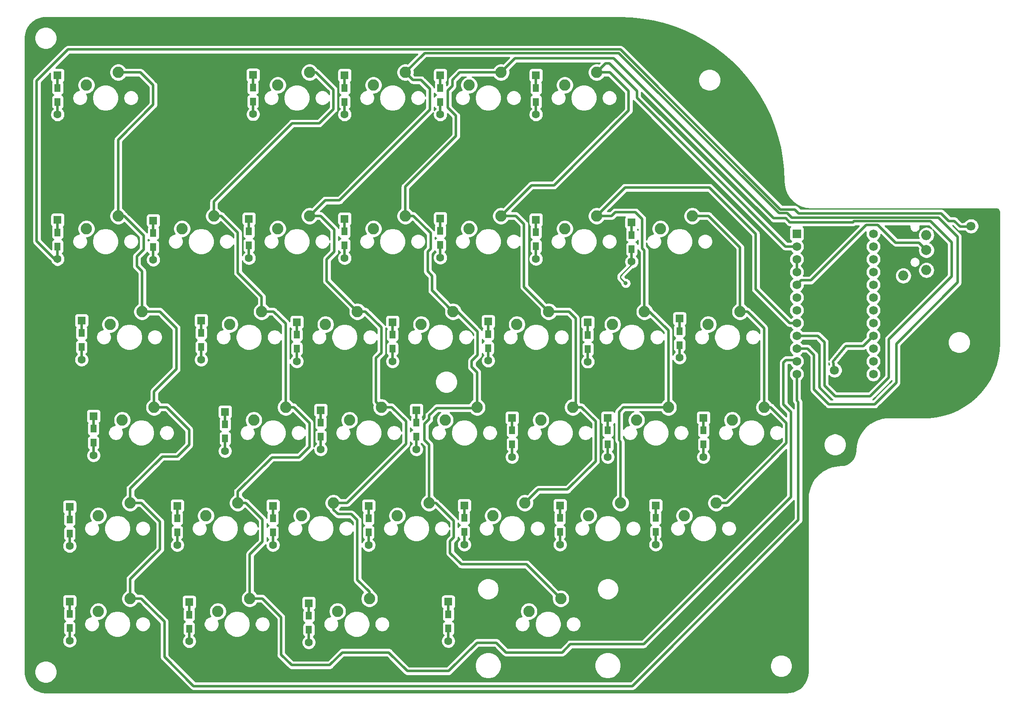
<source format=gbr>
%TF.GenerationSoftware,KiCad,Pcbnew,(5.1.4)-1*%
%TF.CreationDate,2021-04-07T12:38:03+03:00*%
%TF.ProjectId,SplitH,53706c69-7448-42e6-9b69-6361645f7063,rev?*%
%TF.SameCoordinates,Original*%
%TF.FileFunction,Copper,L2,Bot*%
%TF.FilePolarity,Positive*%
%FSLAX46Y46*%
G04 Gerber Fmt 4.6, Leading zero omitted, Abs format (unit mm)*
G04 Created by KiCad (PCBNEW (5.1.4)-1) date 2021-04-07 12:38:03*
%MOMM*%
%LPD*%
G04 APERTURE LIST*
%TA.AperFunction,ComponentPad*%
%ADD10C,2.250000*%
%TD*%
%TA.AperFunction,ComponentPad*%
%ADD11C,1.752600*%
%TD*%
%TA.AperFunction,ComponentPad*%
%ADD12R,1.752600X1.752600*%
%TD*%
%TA.AperFunction,Conductor*%
%ADD13R,0.500000X2.900000*%
%TD*%
%TA.AperFunction,SMDPad,CuDef*%
%ADD14R,1.200000X1.600000*%
%TD*%
%TA.AperFunction,ComponentPad*%
%ADD15C,1.600000*%
%TD*%
%TA.AperFunction,ComponentPad*%
%ADD16R,1.600000X1.600000*%
%TD*%
%TA.AperFunction,ComponentPad*%
%ADD17O,2.000000X2.000000*%
%TD*%
%TA.AperFunction,ComponentPad*%
%ADD18C,2.000000*%
%TD*%
%TA.AperFunction,ViaPad*%
%ADD19C,1.800000*%
%TD*%
%TA.AperFunction,ViaPad*%
%ADD20C,0.800000*%
%TD*%
%TA.AperFunction,Conductor*%
%ADD21C,0.500000*%
%TD*%
%TA.AperFunction,Conductor*%
%ADD22C,0.250000*%
%TD*%
%TA.AperFunction,NonConductor*%
%ADD23C,0.254000*%
%TD*%
G04 APERTURE END LIST*
D10*
%TO.P,SW8,1*%
%TO.N,Net-(D8-Pad1)*%
X43815200Y-54610240D03*
%TO.P,SW8,2*%
%TO.N,/Sheet60785933/B4*%
X50165200Y-52070240D03*
%TD*%
%TO.P,SW32,2*%
%TO.N,/Sheet60785933/C6*%
X135890000Y-71120000D03*
%TO.P,SW32,1*%
%TO.N,Net-(D32-Pad1)*%
X129540000Y-73660000D03*
%TD*%
D11*
%TO.P,J1,24*%
%TO.N,/Sheet60785933/RAW*%
X181451980Y-55626000D03*
%TO.P,J1,12*%
%TO.N,/Sheet60785933/B5*%
X166211980Y-83566000D03*
%TO.P,J1,23*%
%TO.N,/Sheet606B5F3E/4*%
X181451980Y-58166000D03*
%TO.P,J1,22*%
%TO.N,/Sheet60785933/RESET*%
X181451980Y-60706000D03*
%TO.P,J1,21*%
%TO.N,/Sheet606B5F3E/1*%
X181451980Y-63246000D03*
%TO.P,J1,20*%
%TO.N,/Sheet60785933/F4*%
X181451980Y-65786000D03*
%TO.P,J1,19*%
%TO.N,/Sheet60785933/F5*%
X181451980Y-68326000D03*
%TO.P,J1,18*%
%TO.N,/Sheet60785933/F6*%
X181451980Y-70866000D03*
%TO.P,J1,17*%
%TO.N,/Sheet60785933/F7*%
X181451980Y-73406000D03*
%TO.P,J1,16*%
%TO.N,/Sheet60785933/B1*%
X181451980Y-75946000D03*
%TO.P,J1,15*%
%TO.N,/Sheet60785933/B3*%
X181451980Y-78486000D03*
%TO.P,J1,14*%
%TO.N,/Sheet60785933/B2*%
X181451980Y-81026000D03*
%TO.P,J1,13*%
%TO.N,/Sheet60785933/B6*%
X181451980Y-83566000D03*
%TO.P,J1,11*%
%TO.N,/Sheet60785933/B4*%
X166211980Y-81026000D03*
%TO.P,J1,10*%
%TO.N,/Sheet60785933/E6*%
X166211980Y-78486000D03*
%TO.P,J1,9*%
%TO.N,/Sheet60785933/D7*%
X166211980Y-75946000D03*
%TO.P,J1,8*%
%TO.N,/Sheet60785933/C6*%
X166211980Y-73406000D03*
%TO.P,J1,7*%
%TO.N,/Sheet60785933/D4*%
X166211980Y-70866000D03*
%TO.P,J1,6*%
%TO.N,/Sheet606B5F3E/2*%
X166211980Y-68326000D03*
%TO.P,J1,5*%
%TO.N,/Sheet606B5F3E/3*%
X166211980Y-65786000D03*
%TO.P,J1,4*%
%TO.N,/Sheet606B5F3E/4*%
X166211980Y-63246000D03*
%TO.P,J1,3*%
X166211980Y-60706000D03*
%TO.P,J1,2*%
%TO.N,/Sheet60785933/D2*%
X166211980Y-58166000D03*
D12*
%TO.P,J1,1*%
%TO.N,/Sheet60785933/D3*%
X166211980Y-55626000D03*
%TD*%
D10*
%TO.P,SW10,1*%
%TO.N,Net-(D10-Pad1)*%
X58102760Y-92710400D03*
%TO.P,SW10,2*%
%TO.N,/Sheet60785933/B4*%
X64452760Y-90170400D03*
%TD*%
%TO.P,SW16,1*%
%TO.N,Net-(D16-Pad1)*%
X77152840Y-92710400D03*
%TO.P,SW16,2*%
%TO.N,/Sheet60785933/E6*%
X83502840Y-90170400D03*
%TD*%
%TO.P,SW18,1*%
%TO.N,Net-(D18-Pad1)*%
X74771580Y-130810560D03*
%TO.P,SW18,2*%
%TO.N,/Sheet60785933/E6*%
X81121580Y-128270560D03*
%TD*%
%TO.P,SW38,2*%
%TO.N,/Sheet60785933/D4*%
X154940000Y-71120000D03*
%TO.P,SW38,1*%
%TO.N,Net-(D38-Pad1)*%
X148590000Y-73660000D03*
%TD*%
%TO.P,SW5,1*%
%TO.N,Net-(D5-Pad1)*%
X27146380Y-111760480D03*
%TO.P,SW5,2*%
%TO.N,/Sheet60785933/B5*%
X33496380Y-109220480D03*
%TD*%
%TO.P,SW3,1*%
%TO.N,Net-(D3-Pad1)*%
X29527640Y-73660320D03*
%TO.P,SW3,2*%
%TO.N,/Sheet60785933/B5*%
X35877640Y-71120320D03*
%TD*%
%TO.P,SW24,2*%
%TO.N,/Sheet60785933/D7*%
X119221250Y-128270000D03*
%TO.P,SW24,1*%
%TO.N,Net-(D24-Pad1)*%
X112871250Y-130810000D03*
%TD*%
D13*
%TO.N,/Sheet60785933/B2*%
%TO.C,D32*%
X124618750Y-79692200D03*
D14*
%TD*%
%TO.P,D32,2*%
%TO.N,/Sheet60785933/B2*%
X124618750Y-78592200D03*
%TO.P,D32,1*%
%TO.N,Net-(D32-Pad1)*%
X124618750Y-75792200D03*
D13*
%TD*%
%TO.N,Net-(D32-Pad1)*%
%TO.C,D32*%
X124618750Y-74692200D03*
D15*
%TO.P,D32,2*%
%TO.N,/Sheet60785933/B2*%
X124618750Y-81092200D03*
D16*
%TO.P,D32,1*%
%TO.N,Net-(D32-Pad1)*%
X124618750Y-73292200D03*
%TD*%
D13*
%TO.N,/Sheet60785933/F6*%
%TO.C,D24*%
X96837500Y-135323450D03*
D14*
%TD*%
%TO.P,D24,2*%
%TO.N,/Sheet60785933/F6*%
X96837500Y-134223450D03*
%TO.P,D24,1*%
%TO.N,Net-(D24-Pad1)*%
X96837500Y-131423450D03*
D13*
%TD*%
%TO.N,Net-(D24-Pad1)*%
%TO.C,D24*%
X96837500Y-130323450D03*
D15*
%TO.P,D24,2*%
%TO.N,/Sheet60785933/F6*%
X96837500Y-136723450D03*
D16*
%TO.P,D24,1*%
%TO.N,Net-(D24-Pad1)*%
X96837500Y-128923450D03*
%TD*%
D10*
%TO.P,SW37,2*%
%TO.N,/Sheet60785933/D4*%
X145415000Y-52070000D03*
%TO.P,SW37,1*%
%TO.N,Net-(D37-Pad1)*%
X139065000Y-54610000D03*
%TD*%
%TO.P,SW34,2*%
%TO.N,/Sheet60785933/C6*%
X131127500Y-109220000D03*
%TO.P,SW34,1*%
%TO.N,Net-(D34-Pad1)*%
X124777500Y-111760000D03*
%TD*%
%TO.P,SW31,2*%
%TO.N,/Sheet60785933/C6*%
X126365000Y-52070000D03*
%TO.P,SW31,1*%
%TO.N,Net-(D31-Pad1)*%
X120015000Y-54610000D03*
%TD*%
%TO.P,SW33,2*%
%TO.N,/Sheet60785933/C6*%
X140652500Y-90170000D03*
%TO.P,SW33,1*%
%TO.N,Net-(D33-Pad1)*%
X134302500Y-92710000D03*
%TD*%
%TO.P,SW39,2*%
%TO.N,/Sheet60785933/D4*%
X159702500Y-90170000D03*
%TO.P,SW39,1*%
%TO.N,Net-(D39-Pad1)*%
X153352500Y-92710000D03*
%TD*%
%TO.P,SW40,2*%
%TO.N,/Sheet60785933/D4*%
X150177500Y-109220000D03*
%TO.P,SW40,1*%
%TO.N,Net-(D40-Pad1)*%
X143827500Y-111760000D03*
%TD*%
D13*
%TO.N,/Sheet60785933/B6*%
%TO.C,D31*%
X114300000Y-59242200D03*
D14*
%TD*%
%TO.P,D31,2*%
%TO.N,/Sheet60785933/B6*%
X114300000Y-58142200D03*
%TO.P,D31,1*%
%TO.N,Net-(D31-Pad1)*%
X114300000Y-55342200D03*
D13*
%TD*%
%TO.N,Net-(D31-Pad1)*%
%TO.C,D31*%
X114300000Y-54242200D03*
D15*
%TO.P,D31,2*%
%TO.N,/Sheet60785933/B6*%
X114300000Y-60642200D03*
D16*
%TO.P,D31,1*%
%TO.N,Net-(D31-Pad1)*%
X114300000Y-52842200D03*
%TD*%
D10*
%TO.P,SW7,2*%
%TO.N,/Sheet60785933/B4*%
X69215000Y-23495000D03*
%TO.P,SW7,1*%
%TO.N,Net-(D7-Pad1)*%
X62865000Y-26035000D03*
%TD*%
D13*
%TO.N,/Sheet60785933/B6*%
%TO.C,D37*%
X133350000Y-59779700D03*
D14*
%TD*%
%TO.P,D37,2*%
%TO.N,/Sheet60785933/B6*%
X133350000Y-58679700D03*
%TO.P,D37,1*%
%TO.N,Net-(D37-Pad1)*%
X133350000Y-55879700D03*
D13*
%TD*%
%TO.N,Net-(D37-Pad1)*%
%TO.C,D37*%
X133350000Y-54779700D03*
D15*
%TO.P,D37,2*%
%TO.N,/Sheet60785933/B6*%
X133350000Y-61179700D03*
D16*
%TO.P,D37,1*%
%TO.N,Net-(D37-Pad1)*%
X133350000Y-53379700D03*
%TD*%
D13*
%TO.N,/Sheet60785933/B6*%
%TO.C,D7*%
X57943750Y-30410950D03*
D14*
%TD*%
%TO.P,D7,2*%
%TO.N,/Sheet60785933/B6*%
X57943750Y-29310950D03*
%TO.P,D7,1*%
%TO.N,Net-(D7-Pad1)*%
X57943750Y-26510950D03*
D13*
%TD*%
%TO.N,Net-(D7-Pad1)*%
%TO.C,D7*%
X57943750Y-25410950D03*
D15*
%TO.P,D7,2*%
%TO.N,/Sheet60785933/B6*%
X57943750Y-31810950D03*
D16*
%TO.P,D7,1*%
%TO.N,Net-(D7-Pad1)*%
X57943750Y-24010950D03*
%TD*%
D10*
%TO.P,SW21,1*%
%TO.N,Net-(D21-Pad1)*%
X91440400Y-73660320D03*
%TO.P,SW21,2*%
%TO.N,/Sheet60785933/D7*%
X97790400Y-71120320D03*
%TD*%
%TO.P,SW25,1*%
%TO.N,Net-(D25-Pad1)*%
X120015000Y-26035120D03*
%TO.P,SW25,2*%
%TO.N,/Sheet60785933/D2*%
X126365000Y-23495120D03*
%TD*%
%TO.P,SW26,1*%
%TO.N,Net-(D26-Pad1)*%
X100965000Y-54610000D03*
%TO.P,SW26,2*%
%TO.N,/Sheet60785933/D2*%
X107315000Y-52070000D03*
%TD*%
%TO.P,SW14,1*%
%TO.N,Net-(D14-Pad1)*%
X62865280Y-54610240D03*
%TO.P,SW14,2*%
%TO.N,/Sheet60785933/E6*%
X69215280Y-52070240D03*
%TD*%
%TO.P,SW2,1*%
%TO.N,Net-(D2-Pad1)*%
X24765120Y-54610240D03*
%TO.P,SW2,2*%
%TO.N,/Sheet60785933/B5*%
X31115120Y-52070240D03*
%TD*%
%TO.P,SW12,1*%
%TO.N,Net-(D12-Pad1)*%
X50958980Y-130810560D03*
%TO.P,SW12,2*%
%TO.N,/Sheet60785933/B4*%
X57308980Y-128270560D03*
%TD*%
%TO.P,SW6,1*%
%TO.N,Net-(D6-Pad1)*%
X27146380Y-130810560D03*
%TO.P,SW6,2*%
%TO.N,/Sheet60785933/B5*%
X33496380Y-128270560D03*
%TD*%
%TO.P,SW4,1*%
%TO.N,Net-(D4-Pad1)*%
X31908900Y-92710400D03*
%TO.P,SW4,2*%
%TO.N,/Sheet60785933/B5*%
X38258900Y-90170400D03*
%TD*%
%TO.P,SW29,1*%
%TO.N,Net-(D29-Pad1)*%
X105727500Y-111760000D03*
%TO.P,SW29,2*%
%TO.N,/Sheet60785933/D2*%
X112077500Y-109220000D03*
%TD*%
%TO.P,SW28,1*%
%TO.N,Net-(D28-Pad1)*%
X115252500Y-92710000D03*
%TO.P,SW28,2*%
%TO.N,/Sheet60785933/D2*%
X121602500Y-90170000D03*
%TD*%
%TO.P,SW27,1*%
%TO.N,Net-(D27-Pad1)*%
X110490000Y-73660000D03*
%TO.P,SW27,2*%
%TO.N,/Sheet60785933/D2*%
X116840000Y-71120000D03*
%TD*%
%TO.P,SW23,1*%
%TO.N,Net-(D23-Pad1)*%
X86677880Y-111760480D03*
%TO.P,SW23,2*%
%TO.N,/Sheet60785933/D7*%
X93027880Y-109220480D03*
%TD*%
%TO.P,SW22,1*%
%TO.N,Net-(D22-Pad1)*%
X96202920Y-92710400D03*
%TO.P,SW22,2*%
%TO.N,/Sheet60785933/D7*%
X102552920Y-90170400D03*
%TD*%
%TO.P,SW20,1*%
%TO.N,Net-(D20-Pad1)*%
X81915360Y-54610240D03*
%TO.P,SW20,2*%
%TO.N,/Sheet60785933/D7*%
X88265360Y-52070240D03*
%TD*%
%TO.P,SW19,1*%
%TO.N,Net-(D19-Pad1)*%
X100965360Y-26035120D03*
%TO.P,SW19,2*%
%TO.N,/Sheet60785933/D7*%
X107315360Y-23495120D03*
%TD*%
%TO.P,SW17,1*%
%TO.N,Net-(D17-Pad1)*%
X67627800Y-111760480D03*
%TO.P,SW17,2*%
%TO.N,/Sheet60785933/E6*%
X73977800Y-109220480D03*
%TD*%
%TO.P,SW15,1*%
%TO.N,Net-(D15-Pad1)*%
X72390320Y-73660320D03*
%TO.P,SW15,2*%
%TO.N,/Sheet60785933/E6*%
X78740320Y-71120320D03*
%TD*%
%TO.P,SW13,1*%
%TO.N,Net-(D13-Pad1)*%
X81915000Y-26035120D03*
%TO.P,SW13,2*%
%TO.N,/Sheet60785933/E6*%
X88265000Y-23495120D03*
%TD*%
%TO.P,SW11,1*%
%TO.N,Net-(D11-Pad1)*%
X48577720Y-111760480D03*
%TO.P,SW11,2*%
%TO.N,/Sheet60785933/B4*%
X54927720Y-109220480D03*
%TD*%
%TO.P,SW9,1*%
%TO.N,Net-(D9-Pad1)*%
X53340240Y-73660320D03*
%TO.P,SW9,2*%
%TO.N,/Sheet60785933/B4*%
X59690240Y-71120320D03*
%TD*%
%TO.P,SW1,1*%
%TO.N,Net-(D1-Pad1)*%
X24765120Y-26035120D03*
%TO.P,SW1,2*%
%TO.N,/Sheet60785933/B5*%
X31115120Y-23495120D03*
%TD*%
D17*
%TO.P,J2,1*%
%TO.N,/Sheet606B5F3E/1*%
X187424000Y-63980000D03*
%TO.P,J2,2*%
%TO.N,/Sheet606B5F3E/2*%
X192024000Y-62880000D03*
%TO.P,J2,4*%
%TO.N,/Sheet606B5F3E/4*%
X192024000Y-55880000D03*
D18*
%TO.P,J2,3*%
%TO.N,/Sheet606B5F3E/3*%
X192024000Y-58880000D03*
%TD*%
D13*
%TO.N,/Sheet60785933/B1*%
%TO.C,D40*%
X138112500Y-116135950D03*
D14*
%TD*%
%TO.P,D40,2*%
%TO.N,/Sheet60785933/B1*%
X138112500Y-115035950D03*
%TO.P,D40,1*%
%TO.N,Net-(D40-Pad1)*%
X138112500Y-112235950D03*
D13*
%TD*%
%TO.N,Net-(D40-Pad1)*%
%TO.C,D40*%
X138112500Y-111135950D03*
D15*
%TO.P,D40,2*%
%TO.N,/Sheet60785933/B1*%
X138112500Y-117535950D03*
D16*
%TO.P,D40,1*%
%TO.N,Net-(D40-Pad1)*%
X138112500Y-109735950D03*
%TD*%
%TO.P,D39,1*%
%TO.N,Net-(D39-Pad1)*%
X147637500Y-92273450D03*
D15*
%TO.P,D39,2*%
%TO.N,/Sheet60785933/B3*%
X147637500Y-100073450D03*
D13*
%TD*%
%TO.N,Net-(D39-Pad1)*%
%TO.C,D39*%
X147637500Y-93673450D03*
D14*
%TO.P,D39,1*%
%TO.N,Net-(D39-Pad1)*%
X147637500Y-94773450D03*
%TO.P,D39,2*%
%TO.N,/Sheet60785933/B3*%
X147637500Y-97573450D03*
D13*
%TD*%
%TO.N,/Sheet60785933/B3*%
%TO.C,D39*%
X147637500Y-98673450D03*
%TO.N,/Sheet60785933/B2*%
%TO.C,D38*%
X142875000Y-78898450D03*
D14*
%TD*%
%TO.P,D38,2*%
%TO.N,/Sheet60785933/B2*%
X142875000Y-77798450D03*
%TO.P,D38,1*%
%TO.N,Net-(D38-Pad1)*%
X142875000Y-74998450D03*
D13*
%TD*%
%TO.N,Net-(D38-Pad1)*%
%TO.C,D38*%
X142875000Y-73898450D03*
D15*
%TO.P,D38,2*%
%TO.N,/Sheet60785933/B2*%
X142875000Y-80298450D03*
D16*
%TO.P,D38,1*%
%TO.N,Net-(D38-Pad1)*%
X142875000Y-72498450D03*
%TD*%
D13*
%TO.N,/Sheet60785933/B1*%
%TO.C,D34*%
X119062500Y-116135950D03*
D14*
%TD*%
%TO.P,D34,2*%
%TO.N,/Sheet60785933/B1*%
X119062500Y-115035950D03*
%TO.P,D34,1*%
%TO.N,Net-(D34-Pad1)*%
X119062500Y-112235950D03*
D13*
%TD*%
%TO.N,Net-(D34-Pad1)*%
%TO.C,D34*%
X119062500Y-111135950D03*
D15*
%TO.P,D34,2*%
%TO.N,/Sheet60785933/B1*%
X119062500Y-117535950D03*
D16*
%TO.P,D34,1*%
%TO.N,Net-(D34-Pad1)*%
X119062500Y-109735950D03*
%TD*%
D13*
%TO.N,/Sheet60785933/B3*%
%TO.C,D33*%
X128587500Y-98673450D03*
D14*
%TD*%
%TO.P,D33,2*%
%TO.N,/Sheet60785933/B3*%
X128587500Y-97573450D03*
%TO.P,D33,1*%
%TO.N,Net-(D33-Pad1)*%
X128587500Y-94773450D03*
D13*
%TD*%
%TO.N,Net-(D33-Pad1)*%
%TO.C,D33*%
X128587500Y-93673450D03*
D15*
%TO.P,D33,2*%
%TO.N,/Sheet60785933/B3*%
X128587500Y-100073450D03*
D16*
%TO.P,D33,1*%
%TO.N,Net-(D33-Pad1)*%
X128587500Y-92273450D03*
%TD*%
D13*
%TO.N,/Sheet60785933/F7*%
%TO.C,D29*%
X100012500Y-116135950D03*
D14*
%TD*%
%TO.P,D29,2*%
%TO.N,/Sheet60785933/F7*%
X100012500Y-115035950D03*
%TO.P,D29,1*%
%TO.N,Net-(D29-Pad1)*%
X100012500Y-112235950D03*
D13*
%TD*%
%TO.N,Net-(D29-Pad1)*%
%TO.C,D29*%
X100012500Y-111135950D03*
D15*
%TO.P,D29,2*%
%TO.N,/Sheet60785933/F7*%
X100012500Y-117535950D03*
D16*
%TO.P,D29,1*%
%TO.N,Net-(D29-Pad1)*%
X100012500Y-109735950D03*
%TD*%
D13*
%TO.N,/Sheet60785933/B1*%
%TO.C,D28*%
X109537500Y-98673450D03*
D14*
%TD*%
%TO.P,D28,2*%
%TO.N,/Sheet60785933/B1*%
X109537500Y-97573450D03*
%TO.P,D28,1*%
%TO.N,Net-(D28-Pad1)*%
X109537500Y-94773450D03*
D13*
%TD*%
%TO.N,Net-(D28-Pad1)*%
%TO.C,D28*%
X109537500Y-93673450D03*
D15*
%TO.P,D28,2*%
%TO.N,/Sheet60785933/B1*%
X109537500Y-100073450D03*
D16*
%TO.P,D28,1*%
%TO.N,Net-(D28-Pad1)*%
X109537500Y-92273450D03*
%TD*%
D13*
%TO.N,/Sheet60785933/B3*%
%TO.C,D27*%
X104775000Y-79504700D03*
D14*
%TD*%
%TO.P,D27,2*%
%TO.N,/Sheet60785933/B3*%
X104775000Y-78404700D03*
%TO.P,D27,1*%
%TO.N,Net-(D27-Pad1)*%
X104775000Y-75604700D03*
D13*
%TD*%
%TO.N,Net-(D27-Pad1)*%
%TO.C,D27*%
X104775000Y-74504700D03*
D15*
%TO.P,D27,2*%
%TO.N,/Sheet60785933/B3*%
X104775000Y-80904700D03*
D16*
%TO.P,D27,1*%
%TO.N,Net-(D27-Pad1)*%
X104775000Y-73104700D03*
%TD*%
D13*
%TO.N,/Sheet60785933/B2*%
%TO.C,D26*%
X95250000Y-58985950D03*
D14*
%TD*%
%TO.P,D26,2*%
%TO.N,/Sheet60785933/B2*%
X95250000Y-57885950D03*
%TO.P,D26,1*%
%TO.N,Net-(D26-Pad1)*%
X95250000Y-55085950D03*
D13*
%TD*%
%TO.N,Net-(D26-Pad1)*%
%TO.C,D26*%
X95250000Y-53985950D03*
D15*
%TO.P,D26,2*%
%TO.N,/Sheet60785933/B2*%
X95250000Y-60385950D03*
D16*
%TO.P,D26,1*%
%TO.N,Net-(D26-Pad1)*%
X95250000Y-52585950D03*
%TD*%
D13*
%TO.N,/Sheet60785933/B6*%
%TO.C,D25*%
X114300000Y-30479700D03*
D14*
%TD*%
%TO.P,D25,2*%
%TO.N,/Sheet60785933/B6*%
X114300000Y-29379700D03*
%TO.P,D25,1*%
%TO.N,Net-(D25-Pad1)*%
X114300000Y-26579700D03*
D13*
%TD*%
%TO.N,Net-(D25-Pad1)*%
%TO.C,D25*%
X114300000Y-25479700D03*
D15*
%TO.P,D25,2*%
%TO.N,/Sheet60785933/B6*%
X114300000Y-31879700D03*
D16*
%TO.P,D25,1*%
%TO.N,Net-(D25-Pad1)*%
X114300000Y-24079700D03*
%TD*%
D13*
%TO.N,/Sheet60785933/F7*%
%TO.C,D23*%
X80962840Y-116205180D03*
D14*
%TD*%
%TO.P,D23,2*%
%TO.N,/Sheet60785933/F7*%
X80962840Y-115105180D03*
%TO.P,D23,1*%
%TO.N,Net-(D23-Pad1)*%
X80962840Y-112305180D03*
D13*
%TD*%
%TO.N,Net-(D23-Pad1)*%
%TO.C,D23*%
X80962840Y-111205180D03*
D15*
%TO.P,D23,2*%
%TO.N,/Sheet60785933/F7*%
X80962840Y-117605180D03*
D16*
%TO.P,D23,1*%
%TO.N,Net-(D23-Pad1)*%
X80962840Y-109805180D03*
%TD*%
D13*
%TO.N,/Sheet60785933/B1*%
%TO.C,D22*%
X90487880Y-97155100D03*
D14*
%TD*%
%TO.P,D22,2*%
%TO.N,/Sheet60785933/B1*%
X90487880Y-96055100D03*
%TO.P,D22,1*%
%TO.N,Net-(D22-Pad1)*%
X90487880Y-93255100D03*
D13*
%TD*%
%TO.N,Net-(D22-Pad1)*%
%TO.C,D22*%
X90487880Y-92155100D03*
D15*
%TO.P,D22,2*%
%TO.N,/Sheet60785933/B1*%
X90487880Y-98555100D03*
D16*
%TO.P,D22,1*%
%TO.N,Net-(D22-Pad1)*%
X90487880Y-90755100D03*
%TD*%
D13*
%TO.N,/Sheet60785933/B3*%
%TO.C,D21*%
X85725360Y-79623760D03*
D14*
%TD*%
%TO.P,D21,2*%
%TO.N,/Sheet60785933/B3*%
X85725360Y-78523760D03*
%TO.P,D21,1*%
%TO.N,Net-(D21-Pad1)*%
X85725360Y-75723760D03*
D13*
%TD*%
%TO.N,Net-(D21-Pad1)*%
%TO.C,D21*%
X85725360Y-74623760D03*
D15*
%TO.P,D21,2*%
%TO.N,/Sheet60785933/B3*%
X85725360Y-81023760D03*
D16*
%TO.P,D21,1*%
%TO.N,Net-(D21-Pad1)*%
X85725360Y-73223760D03*
%TD*%
D13*
%TO.N,/Sheet60785933/B2*%
%TO.C,D20*%
X76200320Y-59054940D03*
D14*
%TD*%
%TO.P,D20,2*%
%TO.N,/Sheet60785933/B2*%
X76200320Y-57954940D03*
%TO.P,D20,1*%
%TO.N,Net-(D20-Pad1)*%
X76200320Y-55154940D03*
D13*
%TD*%
%TO.N,Net-(D20-Pad1)*%
%TO.C,D20*%
X76200320Y-54054940D03*
D15*
%TO.P,D20,2*%
%TO.N,/Sheet60785933/B2*%
X76200320Y-60454940D03*
D16*
%TO.P,D20,1*%
%TO.N,Net-(D20-Pad1)*%
X76200320Y-52654940D03*
%TD*%
D13*
%TO.N,/Sheet60785933/B6*%
%TO.C,D19*%
X95250000Y-30479820D03*
D14*
%TD*%
%TO.P,D19,2*%
%TO.N,/Sheet60785933/B6*%
X95250000Y-29379820D03*
%TO.P,D19,1*%
%TO.N,Net-(D19-Pad1)*%
X95250000Y-26579820D03*
D13*
%TD*%
%TO.N,Net-(D19-Pad1)*%
%TO.C,D19*%
X95250000Y-25479820D03*
D15*
%TO.P,D19,2*%
%TO.N,/Sheet60785933/B6*%
X95250000Y-31879820D03*
D16*
%TO.P,D19,1*%
%TO.N,Net-(D19-Pad1)*%
X95250000Y-24079820D03*
%TD*%
D13*
%TO.N,/Sheet60785933/F6*%
%TO.C,D18*%
X69056540Y-135583370D03*
D14*
%TD*%
%TO.P,D18,2*%
%TO.N,/Sheet60785933/F6*%
X69056540Y-134483370D03*
%TO.P,D18,1*%
%TO.N,Net-(D18-Pad1)*%
X69056540Y-131683370D03*
D13*
%TD*%
%TO.N,Net-(D18-Pad1)*%
%TO.C,D18*%
X69056540Y-130583370D03*
D15*
%TO.P,D18,2*%
%TO.N,/Sheet60785933/F6*%
X69056540Y-136983370D03*
D16*
%TO.P,D18,1*%
%TO.N,Net-(D18-Pad1)*%
X69056540Y-129183370D03*
%TD*%
D13*
%TO.N,/Sheet60785933/F7*%
%TO.C,D17*%
X61912760Y-116205180D03*
D14*
%TD*%
%TO.P,D17,2*%
%TO.N,/Sheet60785933/F7*%
X61912760Y-115105180D03*
%TO.P,D17,1*%
%TO.N,Net-(D17-Pad1)*%
X61912760Y-112305180D03*
D13*
%TD*%
%TO.N,Net-(D17-Pad1)*%
%TO.C,D17*%
X61912760Y-111205180D03*
D15*
%TO.P,D17,2*%
%TO.N,/Sheet60785933/F7*%
X61912760Y-117605180D03*
D16*
%TO.P,D17,1*%
%TO.N,Net-(D17-Pad1)*%
X61912760Y-109805180D03*
%TD*%
D13*
%TO.N,/Sheet60785933/B1*%
%TO.C,D16*%
X71437800Y-97155100D03*
D14*
%TD*%
%TO.P,D16,2*%
%TO.N,/Sheet60785933/B1*%
X71437800Y-96055100D03*
%TO.P,D16,1*%
%TO.N,Net-(D16-Pad1)*%
X71437800Y-93255100D03*
D13*
%TD*%
%TO.N,Net-(D16-Pad1)*%
%TO.C,D16*%
X71437800Y-92155100D03*
D15*
%TO.P,D16,2*%
%TO.N,/Sheet60785933/B1*%
X71437800Y-98555100D03*
D16*
%TO.P,D16,1*%
%TO.N,Net-(D16-Pad1)*%
X71437800Y-90755100D03*
%TD*%
D13*
%TO.N,/Sheet60785933/B3*%
%TO.C,D15*%
X66675280Y-79623760D03*
D14*
%TD*%
%TO.P,D15,2*%
%TO.N,/Sheet60785933/B3*%
X66675280Y-78523760D03*
%TO.P,D15,1*%
%TO.N,Net-(D15-Pad1)*%
X66675280Y-75723760D03*
D13*
%TD*%
%TO.N,Net-(D15-Pad1)*%
%TO.C,D15*%
X66675280Y-74623760D03*
D15*
%TO.P,D15,2*%
%TO.N,/Sheet60785933/B3*%
X66675280Y-81023760D03*
D16*
%TO.P,D15,1*%
%TO.N,Net-(D15-Pad1)*%
X66675280Y-73223760D03*
%TD*%
D13*
%TO.N,/Sheet60785933/B2*%
%TO.C,D14*%
X57150240Y-59054940D03*
D14*
%TD*%
%TO.P,D14,2*%
%TO.N,/Sheet60785933/B2*%
X57150240Y-57954940D03*
%TO.P,D14,1*%
%TO.N,Net-(D14-Pad1)*%
X57150240Y-55154940D03*
D13*
%TD*%
%TO.N,Net-(D14-Pad1)*%
%TO.C,D14*%
X57150240Y-54054940D03*
D15*
%TO.P,D14,2*%
%TO.N,/Sheet60785933/B2*%
X57150240Y-60454940D03*
D16*
%TO.P,D14,1*%
%TO.N,Net-(D14-Pad1)*%
X57150240Y-52654940D03*
%TD*%
D13*
%TO.N,/Sheet60785933/B6*%
%TO.C,D13*%
X76200000Y-30479820D03*
D14*
%TD*%
%TO.P,D13,2*%
%TO.N,/Sheet60785933/B6*%
X76200000Y-29379820D03*
%TO.P,D13,1*%
%TO.N,Net-(D13-Pad1)*%
X76200000Y-26579820D03*
D13*
%TD*%
%TO.N,Net-(D13-Pad1)*%
%TO.C,D13*%
X76200000Y-25479820D03*
D15*
%TO.P,D13,2*%
%TO.N,/Sheet60785933/B6*%
X76200000Y-31879820D03*
D16*
%TO.P,D13,1*%
%TO.N,Net-(D13-Pad1)*%
X76200000Y-24079820D03*
%TD*%
D13*
%TO.N,/Sheet60785933/F6*%
%TO.C,D12*%
X45243940Y-135374000D03*
D14*
%TD*%
%TO.P,D12,2*%
%TO.N,/Sheet60785933/F6*%
X45243940Y-134274000D03*
%TO.P,D12,1*%
%TO.N,Net-(D12-Pad1)*%
X45243940Y-131474000D03*
D13*
%TD*%
%TO.N,Net-(D12-Pad1)*%
%TO.C,D12*%
X45243940Y-130374000D03*
D15*
%TO.P,D12,2*%
%TO.N,/Sheet60785933/F6*%
X45243940Y-136774000D03*
D16*
%TO.P,D12,1*%
%TO.N,Net-(D12-Pad1)*%
X45243940Y-128974000D03*
%TD*%
D13*
%TO.N,/Sheet60785933/F7*%
%TO.C,D11*%
X42862680Y-116205180D03*
D14*
%TD*%
%TO.P,D11,2*%
%TO.N,/Sheet60785933/F7*%
X42862680Y-115105180D03*
%TO.P,D11,1*%
%TO.N,Net-(D11-Pad1)*%
X42862680Y-112305180D03*
D13*
%TD*%
%TO.N,Net-(D11-Pad1)*%
%TO.C,D11*%
X42862680Y-111205180D03*
D15*
%TO.P,D11,2*%
%TO.N,/Sheet60785933/F7*%
X42862680Y-117605180D03*
D16*
%TO.P,D11,1*%
%TO.N,Net-(D11-Pad1)*%
X42862680Y-109805180D03*
%TD*%
D13*
%TO.N,/Sheet60785933/B1*%
%TO.C,D10*%
X52387720Y-97483210D03*
D14*
%TD*%
%TO.P,D10,2*%
%TO.N,/Sheet60785933/B1*%
X52387720Y-96383210D03*
%TO.P,D10,1*%
%TO.N,Net-(D10-Pad1)*%
X52387720Y-93583210D03*
D13*
%TD*%
%TO.N,Net-(D10-Pad1)*%
%TO.C,D10*%
X52387720Y-92483210D03*
D15*
%TO.P,D10,2*%
%TO.N,/Sheet60785933/B1*%
X52387720Y-98883210D03*
D16*
%TO.P,D10,1*%
%TO.N,Net-(D10-Pad1)*%
X52387720Y-91083210D03*
%TD*%
D13*
%TO.N,/Sheet60785933/B3*%
%TO.C,D9*%
X47625200Y-79295650D03*
D14*
%TD*%
%TO.P,D9,2*%
%TO.N,/Sheet60785933/B3*%
X47625200Y-78195650D03*
%TO.P,D9,1*%
%TO.N,Net-(D9-Pad1)*%
X47625200Y-75395650D03*
D13*
%TD*%
%TO.N,Net-(D9-Pad1)*%
%TO.C,D9*%
X47625200Y-74295650D03*
D15*
%TO.P,D9,2*%
%TO.N,/Sheet60785933/B3*%
X47625200Y-80695650D03*
D16*
%TO.P,D9,1*%
%TO.N,Net-(D9-Pad1)*%
X47625200Y-72895650D03*
%TD*%
D13*
%TO.N,/Sheet60785933/B2*%
%TO.C,D8*%
X38100160Y-59383050D03*
D14*
%TD*%
%TO.P,D8,2*%
%TO.N,/Sheet60785933/B2*%
X38100160Y-58283050D03*
%TO.P,D8,1*%
%TO.N,Net-(D8-Pad1)*%
X38100160Y-55483050D03*
D13*
%TD*%
%TO.N,Net-(D8-Pad1)*%
%TO.C,D8*%
X38100160Y-54383050D03*
D15*
%TO.P,D8,2*%
%TO.N,/Sheet60785933/B2*%
X38100160Y-60783050D03*
D16*
%TO.P,D8,1*%
%TO.N,Net-(D8-Pad1)*%
X38100160Y-52983050D03*
%TD*%
D13*
%TO.N,/Sheet60785933/F6*%
%TO.C,D6*%
X21431340Y-135255260D03*
D14*
%TD*%
%TO.P,D6,2*%
%TO.N,/Sheet60785933/F6*%
X21431340Y-134155260D03*
%TO.P,D6,1*%
%TO.N,Net-(D6-Pad1)*%
X21431340Y-131355260D03*
D13*
%TD*%
%TO.N,Net-(D6-Pad1)*%
%TO.C,D6*%
X21431340Y-130255260D03*
D15*
%TO.P,D6,2*%
%TO.N,/Sheet60785933/F6*%
X21431340Y-136655260D03*
D16*
%TO.P,D6,1*%
%TO.N,Net-(D6-Pad1)*%
X21431340Y-128855260D03*
%TD*%
D13*
%TO.N,/Sheet60785933/F7*%
%TO.C,D5*%
X21431340Y-116414550D03*
D14*
%TD*%
%TO.P,D5,2*%
%TO.N,/Sheet60785933/F7*%
X21431340Y-115314550D03*
%TO.P,D5,1*%
%TO.N,Net-(D5-Pad1)*%
X21431340Y-112514550D03*
D13*
%TD*%
%TO.N,Net-(D5-Pad1)*%
%TO.C,D5*%
X21431340Y-111414550D03*
D15*
%TO.P,D5,2*%
%TO.N,/Sheet60785933/F7*%
X21431340Y-117814550D03*
D16*
%TO.P,D5,1*%
%TO.N,Net-(D5-Pad1)*%
X21431340Y-110014550D03*
%TD*%
D13*
%TO.N,/Sheet60785933/B1*%
%TO.C,D4*%
X26193860Y-98345730D03*
D14*
%TD*%
%TO.P,D4,2*%
%TO.N,/Sheet60785933/B1*%
X26193860Y-97245730D03*
%TO.P,D4,1*%
%TO.N,Net-(D4-Pad1)*%
X26193860Y-94445730D03*
D13*
%TD*%
%TO.N,Net-(D4-Pad1)*%
%TO.C,D4*%
X26193860Y-93345730D03*
D15*
%TO.P,D4,2*%
%TO.N,/Sheet60785933/B1*%
X26193860Y-99745730D03*
D16*
%TO.P,D4,1*%
%TO.N,Net-(D4-Pad1)*%
X26193860Y-91945730D03*
%TD*%
D13*
%TO.N,/Sheet60785933/B3*%
%TO.C,D3*%
X23812600Y-79295650D03*
D14*
%TD*%
%TO.P,D3,2*%
%TO.N,/Sheet60785933/B3*%
X23812600Y-78195650D03*
%TO.P,D3,1*%
%TO.N,Net-(D3-Pad1)*%
X23812600Y-75395650D03*
D13*
%TD*%
%TO.N,Net-(D3-Pad1)*%
%TO.C,D3*%
X23812600Y-74295650D03*
D15*
%TO.P,D3,2*%
%TO.N,/Sheet60785933/B3*%
X23812600Y-80695650D03*
D16*
%TO.P,D3,1*%
%TO.N,Net-(D3-Pad1)*%
X23812600Y-72895650D03*
%TD*%
D13*
%TO.N,/Sheet60785933/B2*%
%TO.C,D2*%
X19050080Y-59264310D03*
D14*
%TD*%
%TO.P,D2,2*%
%TO.N,/Sheet60785933/B2*%
X19050080Y-58164310D03*
%TO.P,D2,1*%
%TO.N,Net-(D2-Pad1)*%
X19050080Y-55364310D03*
D13*
%TD*%
%TO.N,Net-(D2-Pad1)*%
%TO.C,D2*%
X19050080Y-54264310D03*
D15*
%TO.P,D2,2*%
%TO.N,/Sheet60785933/B2*%
X19050080Y-60664310D03*
D16*
%TO.P,D2,1*%
%TO.N,Net-(D2-Pad1)*%
X19050080Y-52864310D03*
%TD*%
D13*
%TO.N,/Sheet60785933/B6*%
%TO.C,D1*%
X19050080Y-30479820D03*
D14*
%TD*%
%TO.P,D1,2*%
%TO.N,/Sheet60785933/B6*%
X19050080Y-29379820D03*
%TO.P,D1,1*%
%TO.N,Net-(D1-Pad1)*%
X19050080Y-26579820D03*
D13*
%TD*%
%TO.N,Net-(D1-Pad1)*%
%TO.C,D1*%
X19050080Y-25479820D03*
D15*
%TO.P,D1,2*%
%TO.N,/Sheet60785933/B6*%
X19050080Y-31879820D03*
D16*
%TO.P,D1,1*%
%TO.N,Net-(D1-Pad1)*%
X19050080Y-24079820D03*
%TD*%
D19*
%TO.N,/Sheet60785933/B1*%
X173736000Y-82804000D03*
%TO.N,/Sheet60785933/B2*%
X200914000Y-54102000D03*
D20*
%TO.N,/Sheet60785933/B6*%
X132156600Y-65483000D03*
%TD*%
D21*
%TO.N,/Sheet60785933/D2*%
X113398075Y-45986925D02*
X107315000Y-52070000D01*
X117869400Y-45986925D02*
X113398075Y-45986925D01*
X132751900Y-31104425D02*
X117869400Y-45986925D01*
X132751900Y-27234975D02*
X132751900Y-31104425D01*
X129012045Y-23495120D02*
X132751900Y-27234975D01*
X126365000Y-23495120D02*
X129012045Y-23495120D01*
X107315000Y-52070000D02*
X110260575Y-52070000D01*
X110260575Y-52070000D02*
X111916400Y-53725825D01*
X111916400Y-66196400D02*
X116840000Y-71120000D01*
X111916400Y-53725825D02*
X111916400Y-66196400D01*
X116840000Y-71120000D02*
X120827550Y-71120000D01*
X120827550Y-71120000D02*
X122185325Y-72477775D01*
X122185325Y-89587175D02*
X121602500Y-90170000D01*
X122185325Y-72477775D02*
X122185325Y-89587175D01*
X121602500Y-90170000D02*
X123357975Y-90170000D01*
X123357975Y-90170000D02*
X126203600Y-93015625D01*
X126203600Y-93015625D02*
X126203600Y-100903350D01*
X126203600Y-100903350D02*
X120548250Y-106558700D01*
X114738800Y-106558700D02*
X112077500Y-109220000D01*
X120548250Y-106558700D02*
X114738800Y-106558700D01*
X126352425Y-23482545D02*
X126365000Y-23495120D01*
X163980575Y-58166000D02*
X166211980Y-58166000D01*
X134388975Y-28574400D02*
X163980575Y-58166000D01*
X134388975Y-27234975D02*
X134388975Y-28574400D01*
X128882450Y-21728450D02*
X134388975Y-27234975D01*
X126365000Y-23495120D02*
X128131670Y-21728450D01*
X128131670Y-21728450D02*
X128882450Y-21728450D01*
D22*
%TO.N,/Sheet60785933/D4*%
X145415600Y-52834238D02*
X145415600Y-52070240D01*
D21*
X150177500Y-109220000D02*
X152265525Y-109220000D01*
X152265525Y-109220000D02*
X164153975Y-97331550D01*
X164153975Y-97331550D02*
X164153975Y-93313275D01*
X161010700Y-90170000D02*
X159702500Y-90170000D01*
X164153975Y-93313275D02*
X161010700Y-90170000D01*
X159702500Y-90170000D02*
X159702500Y-74425775D01*
X156396725Y-71120000D02*
X154940000Y-71120000D01*
X159702500Y-74425775D02*
X156396725Y-71120000D01*
X148657425Y-52070000D02*
X145415000Y-52070000D01*
X154940000Y-58352575D02*
X148657425Y-52070000D01*
X154940000Y-71120000D02*
X154940000Y-58352575D01*
%TO.N,/Sheet60785933/C6*%
X131127500Y-109220000D02*
X131127500Y-97046575D01*
X131127500Y-97046575D02*
X130817175Y-96736250D01*
X130817175Y-96736250D02*
X130817175Y-91080900D01*
X131728075Y-90170000D02*
X140652500Y-90170000D01*
X130817175Y-91080900D02*
X131728075Y-90170000D01*
X140652500Y-90170000D02*
X140652500Y-74871850D01*
X136900650Y-71120000D02*
X135890000Y-71120000D01*
X140652500Y-74871850D02*
X136900650Y-71120000D01*
X135890000Y-71120000D02*
X135890000Y-58947475D01*
X135890000Y-58947475D02*
X135430750Y-58488225D01*
X135430750Y-58488225D02*
X135430750Y-52684050D01*
X135430750Y-52684050D02*
X134091325Y-51344625D01*
X134091325Y-51344625D02*
X130073050Y-51344625D01*
X129347675Y-52070000D02*
X126365000Y-52070000D01*
X130073050Y-51344625D02*
X129347675Y-52070000D01*
X164784550Y-73406000D02*
X166211980Y-73406000D01*
X158052150Y-66673600D02*
X164784550Y-73406000D01*
X158052150Y-55660550D02*
X158052150Y-66673600D01*
X148825000Y-46433400D02*
X158052150Y-55660550D01*
X126365000Y-52070000D02*
X132001600Y-46433400D01*
X132001600Y-46433400D02*
X148825000Y-46433400D01*
%TO.N,/Sheet60785933/D7*%
X119221250Y-128270000D02*
X112392450Y-121441200D01*
X112392450Y-121441200D02*
X99415100Y-121441200D01*
X99415100Y-121441200D02*
X97182725Y-119208825D01*
X97182725Y-119208825D02*
X97182725Y-116827625D01*
X97182725Y-116827625D02*
X97926850Y-116083500D01*
X97926850Y-116083500D02*
X97926850Y-112809350D01*
X94337980Y-109220480D02*
X93027880Y-109220480D01*
X97926850Y-112809350D02*
X94337980Y-109220480D01*
X93027880Y-109220480D02*
X93027880Y-97641455D01*
X93027880Y-97641455D02*
X92122675Y-96736250D01*
X92122675Y-96736250D02*
X92122675Y-93462100D01*
X92122675Y-93462100D02*
X93015625Y-92569150D01*
X93015625Y-92569150D02*
X93015625Y-91825025D01*
X93015625Y-91825025D02*
X94503875Y-90336775D01*
X102386545Y-90336775D02*
X102552920Y-90170400D01*
X94503875Y-90336775D02*
X102386545Y-90336775D01*
X102552920Y-90170400D02*
X102552920Y-83205670D01*
X102552920Y-83205670D02*
X101498650Y-82151400D01*
X101498650Y-82151400D02*
X101498650Y-80960800D01*
X101498650Y-80960800D02*
X102689250Y-79770200D01*
X102689250Y-79770200D02*
X102689250Y-75156625D01*
X98652945Y-71120320D02*
X97790400Y-71120320D01*
X102689250Y-75156625D02*
X98652945Y-71120320D01*
X97790400Y-71120320D02*
X93610925Y-66940845D01*
X93610925Y-66940845D02*
X93610925Y-63994750D01*
X93610925Y-63994750D02*
X92717975Y-63101800D01*
X92717975Y-63101800D02*
X92717975Y-59232350D01*
X92717975Y-59232350D02*
X93313275Y-58637050D01*
X93313275Y-58637050D02*
X93313275Y-55511725D01*
X89871790Y-52070240D02*
X88265360Y-52070240D01*
X93313275Y-55511725D02*
X89871790Y-52070240D01*
X88265360Y-52070240D02*
X88265360Y-46272440D01*
X88265360Y-46272440D02*
X98373325Y-36164475D01*
X98373325Y-36164475D02*
X98373325Y-32146200D01*
X98373325Y-32146200D02*
X96736250Y-30509125D01*
X96736250Y-30509125D02*
X96736250Y-27086150D01*
X96736250Y-27086150D02*
X97629200Y-26193200D01*
X97629200Y-26193200D02*
X97629200Y-25002600D01*
X99136680Y-23495120D02*
X107315360Y-23495120D01*
X97629200Y-25002600D02*
X99136680Y-23495120D01*
X164846000Y-53340000D02*
X177390563Y-53340000D01*
X170434000Y-75946000D02*
X166211980Y-75946000D01*
X197044300Y-64143575D02*
X184543000Y-76644875D01*
X164041225Y-52535225D02*
X164846000Y-53340000D01*
X161623950Y-52535225D02*
X164041225Y-52535225D01*
X129775400Y-20686675D02*
X161623950Y-52535225D01*
X110123805Y-20686675D02*
X129775400Y-20686675D01*
X184543000Y-84234950D02*
X180822375Y-87955575D01*
X107315360Y-23495120D02*
X110123805Y-20686675D01*
X171744050Y-77256050D02*
X170434000Y-75946000D01*
X184543000Y-76644875D02*
X184543000Y-84234950D01*
X180822375Y-87955575D02*
X173827600Y-87955575D01*
X171744050Y-85872025D02*
X171744050Y-77256050D01*
X173827600Y-87955575D02*
X171744050Y-85872025D01*
X197044300Y-64143575D02*
X197044300Y-57344300D01*
X177582573Y-53147990D02*
X177390563Y-53340000D01*
X192847990Y-53147990D02*
X177582573Y-53147990D01*
X197044300Y-57344300D02*
X192847990Y-53147990D01*
%TO.N,/Sheet60785933/E6*%
X166211980Y-77946540D02*
X166211980Y-77861020D01*
X72322095Y-48963425D02*
X69215280Y-52070240D01*
X93164450Y-30955600D02*
X75156625Y-48963425D01*
X93164450Y-26788500D02*
X93164450Y-30955600D01*
X75156625Y-48963425D02*
X72322095Y-48963425D01*
X91378550Y-25002600D02*
X93164450Y-26788500D01*
X89772480Y-25002600D02*
X91378550Y-25002600D01*
X88265000Y-23495120D02*
X89772480Y-25002600D01*
X69215280Y-52070240D02*
X71417490Y-52070240D01*
X71417490Y-52070240D02*
X74114850Y-54767600D01*
X74114850Y-54767600D02*
X74114850Y-59232350D01*
X74114850Y-59232350D02*
X72626600Y-60720600D01*
X72626600Y-65006600D02*
X78740320Y-71120320D01*
X72626600Y-60720600D02*
X72626600Y-65006600D01*
X78740320Y-71120320D02*
X80347470Y-71120320D01*
X80347470Y-71120320D02*
X83490825Y-74263675D01*
X83490825Y-74263675D02*
X83490825Y-79323725D01*
X83490825Y-79323725D02*
X82449050Y-80365500D01*
X82449050Y-89116610D02*
X83502840Y-90170400D01*
X82449050Y-80365500D02*
X82449050Y-89116610D01*
X83502840Y-90170400D02*
X85556825Y-90170400D01*
X85556825Y-90170400D02*
X88402050Y-93015625D01*
X88402050Y-93015625D02*
X88402050Y-97480375D01*
X76661945Y-109220480D02*
X73977800Y-109220480D01*
X88402050Y-97480375D02*
X76661945Y-109220480D01*
X73977800Y-109220480D02*
X73977800Y-110588750D01*
X73977800Y-110588750D02*
X74858975Y-111469925D01*
X74858975Y-111469925D02*
X77537825Y-111469925D01*
X77537825Y-111469925D02*
X78728425Y-112660525D01*
X78728425Y-112660525D02*
X78728425Y-124566525D01*
X81121580Y-126959680D02*
X81121580Y-128270560D01*
X78728425Y-124566525D02*
X81121580Y-126959680D01*
X168402000Y-78486000D02*
X166211980Y-78486000D01*
X169660500Y-79744500D02*
X168402000Y-78486000D01*
X169660500Y-86616150D02*
X169660500Y-79744500D01*
X172637000Y-89592650D02*
X169660500Y-86616150D01*
X181715325Y-89592650D02*
X172637000Y-89592650D01*
X186031250Y-77537825D02*
X186031250Y-85276725D01*
X186031250Y-85276725D02*
X181715325Y-89592650D01*
X198234900Y-65334175D02*
X186031250Y-77537825D01*
X164269448Y-51493448D02*
X165223980Y-52447980D01*
X162665727Y-51493448D02*
X164269448Y-51493448D01*
X92135030Y-19625090D02*
X130797365Y-19625090D01*
X88265000Y-23495120D02*
X92135030Y-19625090D01*
X130797365Y-19625090D02*
X162665725Y-51493450D01*
X162665725Y-51493450D02*
X162665727Y-51493448D01*
X165223980Y-52447980D02*
X194433980Y-52447980D01*
X198234900Y-56248900D02*
X198234900Y-56527100D01*
X194433980Y-52447980D02*
X198234900Y-56248900D01*
X198234900Y-56527100D02*
X198234900Y-65334175D01*
%TO.N,/Sheet60785933/B4*%
X57308980Y-128270560D02*
X57308980Y-119495120D01*
X57308980Y-119495120D02*
X59827650Y-116976450D01*
X59827650Y-116976450D02*
X59827650Y-112511700D01*
X56536430Y-109220480D02*
X54927720Y-109220480D01*
X59827650Y-112511700D02*
X56536430Y-109220480D01*
X54927720Y-109220480D02*
X54927720Y-106993880D01*
X54927720Y-106993880D02*
X61762375Y-100159225D01*
X61762375Y-100159225D02*
X67120075Y-100159225D01*
X67120075Y-100159225D02*
X69203625Y-98075675D01*
X69203625Y-98075675D02*
X69203625Y-93313275D01*
X66060750Y-90170400D02*
X64452760Y-90170400D01*
X69203625Y-93313275D02*
X66060750Y-90170400D01*
X64452760Y-90170400D02*
X64452760Y-73531085D01*
X62041995Y-71120320D02*
X59690240Y-71120320D01*
X64452760Y-73531085D02*
X62041995Y-71120320D01*
X59690240Y-71120320D02*
X59690240Y-68173265D01*
X59690240Y-68173265D02*
X54916425Y-63399450D01*
X54916425Y-63399450D02*
X54916425Y-55362900D01*
X51623765Y-52070240D02*
X50165200Y-52070240D01*
X54916425Y-55362900D02*
X51623765Y-52070240D01*
X50165200Y-52070240D02*
X50165200Y-49249900D01*
X50165200Y-49249900D02*
X65780650Y-33634450D01*
X65780650Y-33634450D02*
X71138350Y-33634450D01*
X71138350Y-33634450D02*
X73966025Y-30806775D01*
X73966025Y-30806775D02*
X73966025Y-26937325D01*
X70523700Y-23495000D02*
X69215000Y-23495000D01*
X73966025Y-26937325D02*
X70523700Y-23495000D01*
X163558675Y-81297325D02*
X164084000Y-80772000D01*
X163558675Y-89592650D02*
X163558675Y-81297325D01*
X164084000Y-80772000D02*
X165957980Y-80772000D01*
X165046925Y-91080900D02*
X163558675Y-89592650D01*
X165046925Y-108046950D02*
X165046925Y-91080900D01*
X73221900Y-141532575D02*
X75751925Y-139002550D01*
X65631825Y-141532575D02*
X73221900Y-141532575D01*
X63548275Y-132007775D02*
X63548275Y-139449025D01*
X165957980Y-80772000D02*
X166211980Y-81026000D01*
X59811060Y-128270560D02*
X63548275Y-132007775D01*
X121143550Y-137365475D02*
X135728400Y-137365475D01*
X108344600Y-139002550D02*
X119506475Y-139002550D01*
X75751925Y-139002550D02*
X84979075Y-139002550D01*
X84979075Y-139002550D02*
X88699700Y-142723175D01*
X88699700Y-142723175D02*
X96885075Y-142723175D01*
X96885075Y-142723175D02*
X102540425Y-137067825D01*
X106409875Y-137067825D02*
X108344600Y-139002550D01*
X57308980Y-128270560D02*
X59811060Y-128270560D01*
X102540425Y-137067825D02*
X106409875Y-137067825D01*
X119506475Y-139002550D02*
X121143550Y-137365475D01*
X63548275Y-139449025D02*
X65631825Y-141532575D01*
X135728400Y-137365475D02*
X165046925Y-108046950D01*
D22*
%TO.N,/Sheet60785933/RAW*%
X181293320Y-55086540D02*
X181451980Y-55086540D01*
D21*
%TO.N,/Sheet60785933/B1*%
X179419980Y-77978000D02*
X181451980Y-75946000D01*
X176022000Y-77978000D02*
X179419980Y-77978000D01*
X173736000Y-82804000D02*
X173482000Y-81026000D01*
X173482000Y-81026000D02*
X176022000Y-77978000D01*
%TO.N,/Sheet60785933/B2*%
X14882500Y-57092030D02*
X19050080Y-61259610D01*
X14882500Y-25151425D02*
X14882500Y-57092030D01*
X21108845Y-18925080D02*
X14882500Y-25151425D01*
X131095015Y-18925080D02*
X21108845Y-18925080D01*
X162963375Y-50793440D02*
X131095015Y-18925080D01*
X165855440Y-50793440D02*
X162963375Y-50793440D01*
X194981138Y-51562000D02*
X166624000Y-51562000D01*
X166624000Y-51562000D02*
X165855440Y-50793440D01*
X196505138Y-53086000D02*
X194981138Y-51562000D01*
X200914000Y-54102000D02*
X199139074Y-54210001D01*
X199139074Y-54210001D02*
X198736001Y-54210001D01*
X198736001Y-54210001D02*
X197612000Y-53086000D01*
X197612000Y-53086000D02*
X196505138Y-53086000D01*
%TO.N,/Sheet60785933/B5*%
X35701410Y-128270560D02*
X33496380Y-128270560D01*
X40331575Y-132900725D02*
X35701410Y-128270560D01*
X40331575Y-139895500D02*
X40331575Y-132900725D01*
X133496025Y-145699675D02*
X46135750Y-145699675D01*
X166535175Y-112660525D02*
X133496025Y-145699675D01*
X166535175Y-89146175D02*
X166535175Y-112660525D01*
X166211980Y-88822980D02*
X166535175Y-89146175D01*
X46135750Y-145699675D02*
X40331575Y-139895500D01*
X33496380Y-128270560D02*
X33496380Y-124406945D01*
X33496380Y-124406945D02*
X39438625Y-118464700D01*
X39438625Y-118464700D02*
X39438625Y-112958175D01*
X35700930Y-109220480D02*
X33496380Y-109220480D01*
X39438625Y-112958175D02*
X35700930Y-109220480D01*
X33496380Y-109220480D02*
X33496380Y-106399120D01*
X33496380Y-106399120D02*
X39885100Y-100010400D01*
X39885100Y-100010400D02*
X42861600Y-100010400D01*
X42861600Y-100010400D02*
X45242800Y-97629200D01*
X45242800Y-97629200D02*
X45242800Y-94652700D01*
X40760500Y-90170400D02*
X38258900Y-90170400D01*
X45242800Y-94652700D02*
X40760500Y-90170400D01*
X38258900Y-90170400D02*
X38258900Y-87051750D01*
X38258900Y-87051750D02*
X42712775Y-82597875D01*
X42712775Y-82597875D02*
X42712775Y-74412500D01*
X39420595Y-71120320D02*
X35877640Y-71120320D01*
X42712775Y-74412500D02*
X39420595Y-71120320D01*
X35877640Y-71120320D02*
X35877640Y-63112615D01*
X35877640Y-63112615D02*
X34825050Y-62060025D01*
X34825050Y-62060025D02*
X34825050Y-60125300D01*
X34825050Y-60125300D02*
X36164475Y-58785875D01*
X36164475Y-58785875D02*
X36164475Y-55958200D01*
X32276515Y-52070240D02*
X31115120Y-52070240D01*
X36164475Y-55958200D02*
X32276515Y-52070240D01*
X31115120Y-52070240D02*
X31115120Y-36897905D01*
X31115120Y-36897905D02*
X38099200Y-29913825D01*
X38099200Y-29913825D02*
X38099200Y-26044375D01*
X35549945Y-23495120D02*
X31115120Y-23495120D01*
X38099200Y-26044375D02*
X35549945Y-23495120D01*
X166211980Y-88822980D02*
X166211980Y-83566000D01*
D22*
%TO.N,/Sheet60785933/B6*%
X132156600Y-65483000D02*
X131114825Y-64441225D01*
X131114825Y-64010175D02*
X133350000Y-61775000D01*
X131114825Y-64441225D02*
X131114825Y-64010175D01*
D21*
%TO.N,/Sheet606B5F3E/3*%
X166473985Y-65246540D02*
X166211980Y-65246540D01*
X190541090Y-57397090D02*
X192024000Y-58880000D01*
X167088279Y-64909701D02*
X169024299Y-64909701D01*
X166211980Y-65786000D02*
X167088279Y-64909701D01*
X169024299Y-64909701D02*
X180086000Y-53848000D01*
X180086000Y-53848000D02*
X182372000Y-53848000D01*
X182372000Y-53848000D02*
X185921090Y-57397090D01*
X185921090Y-57397090D02*
X190541090Y-57397090D01*
%TO.N,/Sheet606B5F3E/4*%
X166211980Y-63246000D02*
X166211980Y-60706000D01*
%TD*%
D23*
G36*
X133191853Y-12642354D02*
G01*
X135404115Y-12869018D01*
X137595826Y-13245622D01*
X139756866Y-13770430D01*
X141877201Y-14441004D01*
X143946999Y-15254234D01*
X145956714Y-16206368D01*
X147897002Y-17292982D01*
X149758895Y-18509052D01*
X151533771Y-19848947D01*
X153213388Y-21306445D01*
X154790001Y-22874824D01*
X156256283Y-24546799D01*
X157605440Y-26314618D01*
X158831239Y-28170114D01*
X159928003Y-30104697D01*
X160890642Y-32109388D01*
X161714703Y-34174912D01*
X162396369Y-36291704D01*
X162932480Y-38449948D01*
X163320557Y-40639667D01*
X163558803Y-42850725D01*
X163646517Y-45083197D01*
X163646942Y-45245668D01*
X163647388Y-45257830D01*
X163647166Y-45261217D01*
X163647845Y-45278482D01*
X163673935Y-45776301D01*
X163679513Y-45814772D01*
X163682563Y-45853529D01*
X163685712Y-45870518D01*
X163855744Y-46725329D01*
X163870453Y-46774986D01*
X163883856Y-46825006D01*
X163890048Y-46841137D01*
X164213010Y-47650647D01*
X164236524Y-47696796D01*
X164258816Y-47743532D01*
X164267844Y-47758265D01*
X164732919Y-48495364D01*
X164764441Y-48536444D01*
X164794884Y-48578346D01*
X164806446Y-48591186D01*
X165398059Y-49231190D01*
X165436541Y-49265839D01*
X165474110Y-49301491D01*
X165487818Y-49312009D01*
X166186156Y-49833484D01*
X166230316Y-49860545D01*
X166273744Y-49888748D01*
X166289134Y-49896589D01*
X166289139Y-49896592D01*
X166289144Y-49896594D01*
X167070815Y-50282071D01*
X167119162Y-50300629D01*
X167167007Y-50320448D01*
X167183574Y-50325355D01*
X168022409Y-50561931D01*
X168073323Y-50571367D01*
X168123985Y-50582136D01*
X168141167Y-50583942D01*
X168141169Y-50583942D01*
X169006944Y-50663496D01*
X169037041Y-50666460D01*
X205946713Y-50666460D01*
X206081442Y-50679670D01*
X206179992Y-50709425D01*
X206270886Y-50757754D01*
X206350659Y-50822816D01*
X206416279Y-50902137D01*
X206465240Y-50992688D01*
X206495681Y-51091027D01*
X206509621Y-51223657D01*
X206509620Y-67898328D01*
X206509621Y-67898338D01*
X206509620Y-77374240D01*
X206432920Y-78888337D01*
X206206134Y-80370385D01*
X205830739Y-81821932D01*
X205310570Y-83228132D01*
X204650970Y-84574543D01*
X203858685Y-85847402D01*
X202941811Y-87033699D01*
X201909757Y-88121256D01*
X200773080Y-89098952D01*
X199543430Y-89956768D01*
X198233375Y-90685935D01*
X196856337Y-91278981D01*
X195426429Y-91729829D01*
X193958275Y-92033870D01*
X192458874Y-92188818D01*
X191682784Y-92209140D01*
X184515231Y-92209140D01*
X184499730Y-92210667D01*
X183956319Y-92236293D01*
X183922056Y-92240743D01*
X183887576Y-92243154D01*
X183871667Y-92245788D01*
X182911201Y-92416873D01*
X182866675Y-92428637D01*
X182821896Y-92439305D01*
X182806640Y-92444499D01*
X182806631Y-92444501D01*
X182806624Y-92444504D01*
X181887004Y-92770159D01*
X181845004Y-92789034D01*
X181802563Y-92806875D01*
X181788356Y-92814492D01*
X181788350Y-92814495D01*
X181788345Y-92814498D01*
X180934261Y-93285978D01*
X180895910Y-93311458D01*
X180856950Y-93335993D01*
X180844173Y-93345832D01*
X180078557Y-93950480D01*
X180044878Y-93981885D01*
X180010453Y-94012450D01*
X179999462Y-94024236D01*
X179999454Y-94024243D01*
X179999448Y-94024250D01*
X179342874Y-94745816D01*
X179314791Y-94782283D01*
X179285806Y-94818076D01*
X179276882Y-94831508D01*
X178746969Y-95650629D01*
X178725208Y-95691212D01*
X178702469Y-95731241D01*
X178695858Y-95745950D01*
X178306845Y-96640620D01*
X178292002Y-96684222D01*
X178276109Y-96727417D01*
X178271989Y-96743008D01*
X178034322Y-97689200D01*
X178026799Y-97734640D01*
X178018175Y-97779851D01*
X178016657Y-97795906D01*
X177937142Y-98763066D01*
X177875939Y-99387264D01*
X177711860Y-99930719D01*
X177445351Y-100431951D01*
X177086556Y-100871877D01*
X176649147Y-101233733D01*
X176149787Y-101503736D01*
X175607487Y-101671606D01*
X175009476Y-101734459D01*
X175007637Y-101734350D01*
X174991520Y-101734913D01*
X174431279Y-101761333D01*
X174397016Y-101765783D01*
X174362536Y-101768194D01*
X174346627Y-101770828D01*
X173386161Y-101941913D01*
X173341635Y-101953677D01*
X173296856Y-101964345D01*
X173281600Y-101969539D01*
X173281591Y-101969541D01*
X173281584Y-101969544D01*
X172361964Y-102295199D01*
X172319964Y-102314074D01*
X172277523Y-102331915D01*
X172263316Y-102339532D01*
X172263310Y-102339535D01*
X172263305Y-102339538D01*
X171409221Y-102811018D01*
X171370870Y-102836498D01*
X171331910Y-102861033D01*
X171319133Y-102870872D01*
X170553517Y-103475520D01*
X170519838Y-103506925D01*
X170485413Y-103537490D01*
X170474422Y-103549276D01*
X170474414Y-103549283D01*
X170474408Y-103549290D01*
X169817834Y-104270856D01*
X169789751Y-104307323D01*
X169760766Y-104343116D01*
X169751842Y-104356548D01*
X169221929Y-105175669D01*
X169200168Y-105216252D01*
X169177429Y-105256281D01*
X169170818Y-105270990D01*
X168781805Y-106165660D01*
X168766962Y-106209262D01*
X168751069Y-106252457D01*
X168746949Y-106268048D01*
X168509282Y-107214240D01*
X168501759Y-107259680D01*
X168493135Y-107304891D01*
X168491617Y-107320946D01*
X168412107Y-108288047D01*
X168409461Y-108314911D01*
X168409460Y-142845344D01*
X168338029Y-143622715D01*
X168134377Y-144344816D01*
X167802544Y-145017707D01*
X167353642Y-145618860D01*
X166802704Y-146128142D01*
X166168182Y-146528495D01*
X165471329Y-146806512D01*
X164722683Y-146955426D01*
X164289666Y-146978120D01*
X16699076Y-146978120D01*
X15921705Y-146906689D01*
X15199604Y-146703037D01*
X14526713Y-146371204D01*
X13925560Y-145922302D01*
X13416278Y-145371364D01*
X13015925Y-144736842D01*
X12737908Y-144039989D01*
X12588994Y-143291343D01*
X12566300Y-142858326D01*
X12566300Y-142655472D01*
X14433820Y-142655472D01*
X14433820Y-143095728D01*
X14519710Y-143527525D01*
X14688189Y-143934269D01*
X14932782Y-144300329D01*
X15244091Y-144611638D01*
X15610151Y-144856231D01*
X16016895Y-145024710D01*
X16448692Y-145110600D01*
X16888948Y-145110600D01*
X17320745Y-145024710D01*
X17727489Y-144856231D01*
X18093549Y-144611638D01*
X18404858Y-144300329D01*
X18649451Y-143934269D01*
X18817930Y-143527525D01*
X18903820Y-143095728D01*
X18903820Y-142655472D01*
X18817930Y-142223675D01*
X18649451Y-141816931D01*
X18404858Y-141450871D01*
X18093549Y-141139562D01*
X17727489Y-140894969D01*
X17320745Y-140726490D01*
X16888948Y-140640600D01*
X16448692Y-140640600D01*
X16016895Y-140726490D01*
X15610151Y-140894969D01*
X15244091Y-141139562D01*
X14932782Y-141450871D01*
X14688189Y-141816931D01*
X14519710Y-142223675D01*
X14433820Y-142655472D01*
X12566300Y-142655472D01*
X12566300Y-128055260D01*
X19993268Y-128055260D01*
X19993268Y-129655260D01*
X20005528Y-129779742D01*
X20041838Y-129899440D01*
X20100803Y-130009754D01*
X20180155Y-130106445D01*
X20276846Y-130185797D01*
X20302037Y-130199262D01*
X20300803Y-130200766D01*
X20241838Y-130311080D01*
X20205528Y-130430778D01*
X20193268Y-130555260D01*
X20193268Y-132155260D01*
X20205528Y-132279742D01*
X20241838Y-132399440D01*
X20300803Y-132509754D01*
X20380155Y-132606445D01*
X20476846Y-132685797D01*
X20587160Y-132744762D01*
X20621767Y-132755260D01*
X20587160Y-132765758D01*
X20476846Y-132824723D01*
X20380155Y-132904075D01*
X20300803Y-133000766D01*
X20241838Y-133111080D01*
X20205528Y-133230778D01*
X20193268Y-133355260D01*
X20193268Y-134955260D01*
X20205528Y-135079742D01*
X20241838Y-135199440D01*
X20300803Y-135309754D01*
X20380155Y-135406445D01*
X20476846Y-135485797D01*
X20543268Y-135521301D01*
X20543268Y-135522791D01*
X20516581Y-135540623D01*
X20316703Y-135740501D01*
X20159660Y-135975533D01*
X20051487Y-136236686D01*
X19996340Y-136513925D01*
X19996340Y-136796595D01*
X20051487Y-137073834D01*
X20159660Y-137334987D01*
X20316703Y-137570019D01*
X20516581Y-137769897D01*
X20751613Y-137926940D01*
X21012766Y-138035113D01*
X21290005Y-138090260D01*
X21572675Y-138090260D01*
X21849914Y-138035113D01*
X22111067Y-137926940D01*
X22346099Y-137769897D01*
X22545977Y-137570019D01*
X22703020Y-137334987D01*
X22811193Y-137073834D01*
X22866340Y-136796595D01*
X22866340Y-136513925D01*
X22811193Y-136236686D01*
X22703020Y-135975533D01*
X22545977Y-135740501D01*
X22346099Y-135540623D01*
X22319412Y-135522791D01*
X22319412Y-135521301D01*
X22385834Y-135485797D01*
X22482525Y-135406445D01*
X22561877Y-135309754D01*
X22620842Y-135199440D01*
X22657152Y-135079742D01*
X22669412Y-134955260D01*
X22669412Y-133355260D01*
X22657152Y-133230778D01*
X22648374Y-133201838D01*
X24366380Y-133201838D01*
X24366380Y-133499282D01*
X24424409Y-133791011D01*
X24538236Y-134065813D01*
X24703487Y-134313129D01*
X24913811Y-134523453D01*
X25161127Y-134688704D01*
X25435929Y-134802531D01*
X25727658Y-134860560D01*
X26025102Y-134860560D01*
X26316831Y-134802531D01*
X26591633Y-134688704D01*
X26838949Y-134523453D01*
X27049273Y-134313129D01*
X27214524Y-134065813D01*
X27328351Y-133791011D01*
X27386380Y-133499282D01*
X27386380Y-133201838D01*
X27364460Y-133091636D01*
X28327480Y-133091636D01*
X28327480Y-133609484D01*
X28428507Y-134117382D01*
X28626679Y-134595811D01*
X28914380Y-135026386D01*
X29280554Y-135392560D01*
X29711129Y-135680261D01*
X30189558Y-135878433D01*
X30697456Y-135979460D01*
X31215304Y-135979460D01*
X31723202Y-135878433D01*
X32201631Y-135680261D01*
X32632206Y-135392560D01*
X32998380Y-135026386D01*
X33286081Y-134595811D01*
X33484253Y-134117382D01*
X33585280Y-133609484D01*
X33585280Y-133201838D01*
X34526380Y-133201838D01*
X34526380Y-133499282D01*
X34584409Y-133791011D01*
X34698236Y-134065813D01*
X34863487Y-134313129D01*
X35073811Y-134523453D01*
X35321127Y-134688704D01*
X35595929Y-134802531D01*
X35887658Y-134860560D01*
X36185102Y-134860560D01*
X36476831Y-134802531D01*
X36751633Y-134688704D01*
X36998949Y-134523453D01*
X37209273Y-134313129D01*
X37374524Y-134065813D01*
X37488351Y-133791011D01*
X37546380Y-133499282D01*
X37546380Y-133201838D01*
X37488351Y-132910109D01*
X37374524Y-132635307D01*
X37209273Y-132387991D01*
X36998949Y-132177667D01*
X36751633Y-132012416D01*
X36476831Y-131898589D01*
X36185102Y-131840560D01*
X35887658Y-131840560D01*
X35595929Y-131898589D01*
X35321127Y-132012416D01*
X35073811Y-132177667D01*
X34863487Y-132387991D01*
X34698236Y-132635307D01*
X34584409Y-132910109D01*
X34526380Y-133201838D01*
X33585280Y-133201838D01*
X33585280Y-133091636D01*
X33484253Y-132583738D01*
X33286081Y-132105309D01*
X32998380Y-131674734D01*
X32632206Y-131308560D01*
X32201631Y-131020859D01*
X31723202Y-130822687D01*
X31215304Y-130721660D01*
X30697456Y-130721660D01*
X30189558Y-130822687D01*
X29711129Y-131020859D01*
X29280554Y-131308560D01*
X28914380Y-131674734D01*
X28626679Y-132105309D01*
X28428507Y-132583738D01*
X28327480Y-133091636D01*
X27364460Y-133091636D01*
X27328351Y-132910109D01*
X27214524Y-132635307D01*
X27171262Y-132570560D01*
X27319725Y-132570560D01*
X27659753Y-132502924D01*
X27980053Y-132370252D01*
X28268315Y-132177641D01*
X28513461Y-131932495D01*
X28706072Y-131644233D01*
X28838744Y-131323933D01*
X28906380Y-130983905D01*
X28906380Y-130637215D01*
X28838744Y-130297187D01*
X28706072Y-129976887D01*
X28513461Y-129688625D01*
X28268315Y-129443479D01*
X27980053Y-129250868D01*
X27659753Y-129118196D01*
X27319725Y-129050560D01*
X26973035Y-129050560D01*
X26633007Y-129118196D01*
X26312707Y-129250868D01*
X26024445Y-129443479D01*
X25779299Y-129688625D01*
X25586688Y-129976887D01*
X25454016Y-130297187D01*
X25386380Y-130637215D01*
X25386380Y-130983905D01*
X25454016Y-131323933D01*
X25586688Y-131644233D01*
X25719018Y-131842279D01*
X25435929Y-131898589D01*
X25161127Y-132012416D01*
X24913811Y-132177667D01*
X24703487Y-132387991D01*
X24538236Y-132635307D01*
X24424409Y-132910109D01*
X24366380Y-133201838D01*
X22648374Y-133201838D01*
X22620842Y-133111080D01*
X22561877Y-133000766D01*
X22482525Y-132904075D01*
X22385834Y-132824723D01*
X22275520Y-132765758D01*
X22240913Y-132755260D01*
X22275520Y-132744762D01*
X22385834Y-132685797D01*
X22482525Y-132606445D01*
X22561877Y-132509754D01*
X22620842Y-132399440D01*
X22657152Y-132279742D01*
X22669412Y-132155260D01*
X22669412Y-130555260D01*
X22657152Y-130430778D01*
X22620842Y-130311080D01*
X22561877Y-130200766D01*
X22560643Y-130199262D01*
X22585834Y-130185797D01*
X22682525Y-130106445D01*
X22761877Y-130009754D01*
X22820842Y-129899440D01*
X22857152Y-129779742D01*
X22869412Y-129655260D01*
X22869412Y-128055260D01*
X22857152Y-127930778D01*
X22820842Y-127811080D01*
X22761877Y-127700766D01*
X22682525Y-127604075D01*
X22585834Y-127524723D01*
X22475520Y-127465758D01*
X22355822Y-127429448D01*
X22231340Y-127417188D01*
X20631340Y-127417188D01*
X20506858Y-127429448D01*
X20387160Y-127465758D01*
X20276846Y-127524723D01*
X20180155Y-127604075D01*
X20100803Y-127700766D01*
X20041838Y-127811080D01*
X20005528Y-127930778D01*
X19993268Y-128055260D01*
X12566300Y-128055260D01*
X12566300Y-109214550D01*
X19993268Y-109214550D01*
X19993268Y-110814550D01*
X20005528Y-110939032D01*
X20041838Y-111058730D01*
X20100803Y-111169044D01*
X20180155Y-111265735D01*
X20276846Y-111345087D01*
X20302037Y-111358552D01*
X20300803Y-111360056D01*
X20241838Y-111470370D01*
X20205528Y-111590068D01*
X20193268Y-111714550D01*
X20193268Y-113314550D01*
X20205528Y-113439032D01*
X20241838Y-113558730D01*
X20300803Y-113669044D01*
X20380155Y-113765735D01*
X20476846Y-113845087D01*
X20587160Y-113904052D01*
X20621767Y-113914550D01*
X20587160Y-113925048D01*
X20476846Y-113984013D01*
X20380155Y-114063365D01*
X20300803Y-114160056D01*
X20241838Y-114270370D01*
X20205528Y-114390068D01*
X20193268Y-114514550D01*
X20193268Y-116114550D01*
X20205528Y-116239032D01*
X20241838Y-116358730D01*
X20300803Y-116469044D01*
X20380155Y-116565735D01*
X20476846Y-116645087D01*
X20543268Y-116680591D01*
X20543268Y-116682081D01*
X20516581Y-116699913D01*
X20316703Y-116899791D01*
X20159660Y-117134823D01*
X20051487Y-117395976D01*
X19996340Y-117673215D01*
X19996340Y-117955885D01*
X20051487Y-118233124D01*
X20159660Y-118494277D01*
X20316703Y-118729309D01*
X20516581Y-118929187D01*
X20751613Y-119086230D01*
X21012766Y-119194403D01*
X21290005Y-119249550D01*
X21572675Y-119249550D01*
X21849914Y-119194403D01*
X22111067Y-119086230D01*
X22346099Y-118929187D01*
X22545977Y-118729309D01*
X22703020Y-118494277D01*
X22811193Y-118233124D01*
X22866340Y-117955885D01*
X22866340Y-117673215D01*
X22811193Y-117395976D01*
X22703020Y-117134823D01*
X22545977Y-116899791D01*
X22346099Y-116699913D01*
X22319412Y-116682081D01*
X22319412Y-116680591D01*
X22385834Y-116645087D01*
X22482525Y-116565735D01*
X22561877Y-116469044D01*
X22620842Y-116358730D01*
X22657152Y-116239032D01*
X22669412Y-116114550D01*
X22669412Y-114514550D01*
X22657152Y-114390068D01*
X22620842Y-114270370D01*
X22561877Y-114160056D01*
X22555068Y-114151758D01*
X24366380Y-114151758D01*
X24366380Y-114449202D01*
X24424409Y-114740931D01*
X24538236Y-115015733D01*
X24703487Y-115263049D01*
X24913811Y-115473373D01*
X25161127Y-115638624D01*
X25435929Y-115752451D01*
X25727658Y-115810480D01*
X26025102Y-115810480D01*
X26316831Y-115752451D01*
X26591633Y-115638624D01*
X26838949Y-115473373D01*
X27049273Y-115263049D01*
X27214524Y-115015733D01*
X27328351Y-114740931D01*
X27386380Y-114449202D01*
X27386380Y-114151758D01*
X27364460Y-114041556D01*
X28327480Y-114041556D01*
X28327480Y-114559404D01*
X28428507Y-115067302D01*
X28626679Y-115545731D01*
X28914380Y-115976306D01*
X29280554Y-116342480D01*
X29711129Y-116630181D01*
X30189558Y-116828353D01*
X30697456Y-116929380D01*
X31215304Y-116929380D01*
X31723202Y-116828353D01*
X32201631Y-116630181D01*
X32632206Y-116342480D01*
X32998380Y-115976306D01*
X33286081Y-115545731D01*
X33484253Y-115067302D01*
X33585280Y-114559404D01*
X33585280Y-114151758D01*
X34526380Y-114151758D01*
X34526380Y-114449202D01*
X34584409Y-114740931D01*
X34698236Y-115015733D01*
X34863487Y-115263049D01*
X35073811Y-115473373D01*
X35321127Y-115638624D01*
X35595929Y-115752451D01*
X35887658Y-115810480D01*
X36185102Y-115810480D01*
X36476831Y-115752451D01*
X36751633Y-115638624D01*
X36998949Y-115473373D01*
X37209273Y-115263049D01*
X37374524Y-115015733D01*
X37488351Y-114740931D01*
X37546380Y-114449202D01*
X37546380Y-114151758D01*
X37488351Y-113860029D01*
X37374524Y-113585227D01*
X37209273Y-113337911D01*
X36998949Y-113127587D01*
X36751633Y-112962336D01*
X36476831Y-112848509D01*
X36185102Y-112790480D01*
X35887658Y-112790480D01*
X35595929Y-112848509D01*
X35321127Y-112962336D01*
X35073811Y-113127587D01*
X34863487Y-113337911D01*
X34698236Y-113585227D01*
X34584409Y-113860029D01*
X34526380Y-114151758D01*
X33585280Y-114151758D01*
X33585280Y-114041556D01*
X33484253Y-113533658D01*
X33286081Y-113055229D01*
X32998380Y-112624654D01*
X32632206Y-112258480D01*
X32201631Y-111970779D01*
X31723202Y-111772607D01*
X31215304Y-111671580D01*
X30697456Y-111671580D01*
X30189558Y-111772607D01*
X29711129Y-111970779D01*
X29280554Y-112258480D01*
X28914380Y-112624654D01*
X28626679Y-113055229D01*
X28428507Y-113533658D01*
X28327480Y-114041556D01*
X27364460Y-114041556D01*
X27328351Y-113860029D01*
X27214524Y-113585227D01*
X27171262Y-113520480D01*
X27319725Y-113520480D01*
X27659753Y-113452844D01*
X27980053Y-113320172D01*
X28268315Y-113127561D01*
X28513461Y-112882415D01*
X28706072Y-112594153D01*
X28838744Y-112273853D01*
X28906380Y-111933825D01*
X28906380Y-111587135D01*
X28838744Y-111247107D01*
X28706072Y-110926807D01*
X28513461Y-110638545D01*
X28268315Y-110393399D01*
X27980053Y-110200788D01*
X27659753Y-110068116D01*
X27319725Y-110000480D01*
X26973035Y-110000480D01*
X26633007Y-110068116D01*
X26312707Y-110200788D01*
X26024445Y-110393399D01*
X25779299Y-110638545D01*
X25586688Y-110926807D01*
X25454016Y-111247107D01*
X25386380Y-111587135D01*
X25386380Y-111933825D01*
X25454016Y-112273853D01*
X25586688Y-112594153D01*
X25719018Y-112792199D01*
X25435929Y-112848509D01*
X25161127Y-112962336D01*
X24913811Y-113127587D01*
X24703487Y-113337911D01*
X24538236Y-113585227D01*
X24424409Y-113860029D01*
X24366380Y-114151758D01*
X22555068Y-114151758D01*
X22482525Y-114063365D01*
X22385834Y-113984013D01*
X22275520Y-113925048D01*
X22240913Y-113914550D01*
X22275520Y-113904052D01*
X22385834Y-113845087D01*
X22482525Y-113765735D01*
X22561877Y-113669044D01*
X22620842Y-113558730D01*
X22657152Y-113439032D01*
X22669412Y-113314550D01*
X22669412Y-111714550D01*
X22657152Y-111590068D01*
X22620842Y-111470370D01*
X22561877Y-111360056D01*
X22560643Y-111358552D01*
X22585834Y-111345087D01*
X22682525Y-111265735D01*
X22761877Y-111169044D01*
X22820842Y-111058730D01*
X22857152Y-110939032D01*
X22869412Y-110814550D01*
X22869412Y-109214550D01*
X22857152Y-109090068D01*
X22820842Y-108970370D01*
X22761877Y-108860056D01*
X22682525Y-108763365D01*
X22585834Y-108684013D01*
X22475520Y-108625048D01*
X22355822Y-108588738D01*
X22231340Y-108576478D01*
X20631340Y-108576478D01*
X20506858Y-108588738D01*
X20387160Y-108625048D01*
X20276846Y-108684013D01*
X20180155Y-108763365D01*
X20100803Y-108860056D01*
X20041838Y-108970370D01*
X20005528Y-109090068D01*
X19993268Y-109214550D01*
X12566300Y-109214550D01*
X12566300Y-91145730D01*
X24755788Y-91145730D01*
X24755788Y-92745730D01*
X24768048Y-92870212D01*
X24804358Y-92989910D01*
X24863323Y-93100224D01*
X24942675Y-93196915D01*
X25039366Y-93276267D01*
X25064557Y-93289732D01*
X25063323Y-93291236D01*
X25004358Y-93401550D01*
X24968048Y-93521248D01*
X24955788Y-93645730D01*
X24955788Y-95245730D01*
X24968048Y-95370212D01*
X25004358Y-95489910D01*
X25063323Y-95600224D01*
X25142675Y-95696915D01*
X25239366Y-95776267D01*
X25349680Y-95835232D01*
X25384287Y-95845730D01*
X25349680Y-95856228D01*
X25239366Y-95915193D01*
X25142675Y-95994545D01*
X25063323Y-96091236D01*
X25004358Y-96201550D01*
X24968048Y-96321248D01*
X24955788Y-96445730D01*
X24955788Y-98045730D01*
X24968048Y-98170212D01*
X25004358Y-98289910D01*
X25063323Y-98400224D01*
X25142675Y-98496915D01*
X25239366Y-98576267D01*
X25305788Y-98611771D01*
X25305788Y-98613261D01*
X25279101Y-98631093D01*
X25079223Y-98830971D01*
X24922180Y-99066003D01*
X24814007Y-99327156D01*
X24758860Y-99604395D01*
X24758860Y-99887065D01*
X24814007Y-100164304D01*
X24922180Y-100425457D01*
X25079223Y-100660489D01*
X25279101Y-100860367D01*
X25514133Y-101017410D01*
X25775286Y-101125583D01*
X26052525Y-101180730D01*
X26335195Y-101180730D01*
X26612434Y-101125583D01*
X26873587Y-101017410D01*
X27108619Y-100860367D01*
X27308497Y-100660489D01*
X27465540Y-100425457D01*
X27573713Y-100164304D01*
X27628860Y-99887065D01*
X27628860Y-99604395D01*
X27573713Y-99327156D01*
X27465540Y-99066003D01*
X27308497Y-98830971D01*
X27108619Y-98631093D01*
X27081932Y-98613261D01*
X27081932Y-98611771D01*
X27148354Y-98576267D01*
X27245045Y-98496915D01*
X27324397Y-98400224D01*
X27383362Y-98289910D01*
X27419672Y-98170212D01*
X27431932Y-98045730D01*
X27431932Y-96445730D01*
X27419672Y-96321248D01*
X27383362Y-96201550D01*
X27324397Y-96091236D01*
X27245045Y-95994545D01*
X27148354Y-95915193D01*
X27038040Y-95856228D01*
X27003433Y-95845730D01*
X27038040Y-95835232D01*
X27148354Y-95776267D01*
X27245045Y-95696915D01*
X27324397Y-95600224D01*
X27383362Y-95489910D01*
X27419672Y-95370212D01*
X27431932Y-95245730D01*
X27431932Y-95101678D01*
X29128900Y-95101678D01*
X29128900Y-95399122D01*
X29186929Y-95690851D01*
X29300756Y-95965653D01*
X29466007Y-96212969D01*
X29676331Y-96423293D01*
X29923647Y-96588544D01*
X30198449Y-96702371D01*
X30490178Y-96760400D01*
X30787622Y-96760400D01*
X31079351Y-96702371D01*
X31354153Y-96588544D01*
X31601469Y-96423293D01*
X31811793Y-96212969D01*
X31977044Y-95965653D01*
X32090871Y-95690851D01*
X32148900Y-95399122D01*
X32148900Y-95101678D01*
X32126980Y-94991476D01*
X33090000Y-94991476D01*
X33090000Y-95509324D01*
X33191027Y-96017222D01*
X33389199Y-96495651D01*
X33676900Y-96926226D01*
X34043074Y-97292400D01*
X34473649Y-97580101D01*
X34952078Y-97778273D01*
X35459976Y-97879300D01*
X35977824Y-97879300D01*
X36485722Y-97778273D01*
X36964151Y-97580101D01*
X37394726Y-97292400D01*
X37760900Y-96926226D01*
X38048601Y-96495651D01*
X38246773Y-96017222D01*
X38347800Y-95509324D01*
X38347800Y-95101678D01*
X39288900Y-95101678D01*
X39288900Y-95399122D01*
X39346929Y-95690851D01*
X39460756Y-95965653D01*
X39626007Y-96212969D01*
X39836331Y-96423293D01*
X40083647Y-96588544D01*
X40358449Y-96702371D01*
X40650178Y-96760400D01*
X40947622Y-96760400D01*
X41239351Y-96702371D01*
X41514153Y-96588544D01*
X41761469Y-96423293D01*
X41971793Y-96212969D01*
X42137044Y-95965653D01*
X42250871Y-95690851D01*
X42308900Y-95399122D01*
X42308900Y-95101678D01*
X42250871Y-94809949D01*
X42137044Y-94535147D01*
X41971793Y-94287831D01*
X41761469Y-94077507D01*
X41514153Y-93912256D01*
X41239351Y-93798429D01*
X40947622Y-93740400D01*
X40650178Y-93740400D01*
X40358449Y-93798429D01*
X40083647Y-93912256D01*
X39836331Y-94077507D01*
X39626007Y-94287831D01*
X39460756Y-94535147D01*
X39346929Y-94809949D01*
X39288900Y-95101678D01*
X38347800Y-95101678D01*
X38347800Y-94991476D01*
X38246773Y-94483578D01*
X38048601Y-94005149D01*
X37760900Y-93574574D01*
X37394726Y-93208400D01*
X36964151Y-92920699D01*
X36485722Y-92722527D01*
X35977824Y-92621500D01*
X35459976Y-92621500D01*
X34952078Y-92722527D01*
X34473649Y-92920699D01*
X34043074Y-93208400D01*
X33676900Y-93574574D01*
X33389199Y-94005149D01*
X33191027Y-94483578D01*
X33090000Y-94991476D01*
X32126980Y-94991476D01*
X32090871Y-94809949D01*
X31977044Y-94535147D01*
X31933782Y-94470400D01*
X32082245Y-94470400D01*
X32422273Y-94402764D01*
X32742573Y-94270092D01*
X33030835Y-94077481D01*
X33275981Y-93832335D01*
X33468592Y-93544073D01*
X33601264Y-93223773D01*
X33668900Y-92883745D01*
X33668900Y-92537055D01*
X33601264Y-92197027D01*
X33468592Y-91876727D01*
X33275981Y-91588465D01*
X33030835Y-91343319D01*
X32742573Y-91150708D01*
X32422273Y-91018036D01*
X32082245Y-90950400D01*
X31735555Y-90950400D01*
X31395527Y-91018036D01*
X31075227Y-91150708D01*
X30786965Y-91343319D01*
X30541819Y-91588465D01*
X30349208Y-91876727D01*
X30216536Y-92197027D01*
X30148900Y-92537055D01*
X30148900Y-92883745D01*
X30216536Y-93223773D01*
X30349208Y-93544073D01*
X30481538Y-93742119D01*
X30198449Y-93798429D01*
X29923647Y-93912256D01*
X29676331Y-94077507D01*
X29466007Y-94287831D01*
X29300756Y-94535147D01*
X29186929Y-94809949D01*
X29128900Y-95101678D01*
X27431932Y-95101678D01*
X27431932Y-93645730D01*
X27419672Y-93521248D01*
X27383362Y-93401550D01*
X27324397Y-93291236D01*
X27323163Y-93289732D01*
X27348354Y-93276267D01*
X27445045Y-93196915D01*
X27524397Y-93100224D01*
X27583362Y-92989910D01*
X27619672Y-92870212D01*
X27631932Y-92745730D01*
X27631932Y-91145730D01*
X27619672Y-91021248D01*
X27583362Y-90901550D01*
X27524397Y-90791236D01*
X27445045Y-90694545D01*
X27348354Y-90615193D01*
X27238040Y-90556228D01*
X27118342Y-90519918D01*
X26993860Y-90507658D01*
X25393860Y-90507658D01*
X25269378Y-90519918D01*
X25149680Y-90556228D01*
X25039366Y-90615193D01*
X24942675Y-90694545D01*
X24863323Y-90791236D01*
X24804358Y-90901550D01*
X24768048Y-91021248D01*
X24755788Y-91145730D01*
X12566300Y-91145730D01*
X12566300Y-72095650D01*
X22374528Y-72095650D01*
X22374528Y-73695650D01*
X22386788Y-73820132D01*
X22423098Y-73939830D01*
X22482063Y-74050144D01*
X22561415Y-74146835D01*
X22658106Y-74226187D01*
X22683297Y-74239652D01*
X22682063Y-74241156D01*
X22623098Y-74351470D01*
X22586788Y-74471168D01*
X22574528Y-74595650D01*
X22574528Y-76195650D01*
X22586788Y-76320132D01*
X22623098Y-76439830D01*
X22682063Y-76550144D01*
X22761415Y-76646835D01*
X22858106Y-76726187D01*
X22968420Y-76785152D01*
X23003027Y-76795650D01*
X22968420Y-76806148D01*
X22858106Y-76865113D01*
X22761415Y-76944465D01*
X22682063Y-77041156D01*
X22623098Y-77151470D01*
X22586788Y-77271168D01*
X22574528Y-77395650D01*
X22574528Y-78995650D01*
X22586788Y-79120132D01*
X22623098Y-79239830D01*
X22682063Y-79350144D01*
X22761415Y-79446835D01*
X22858106Y-79526187D01*
X22924528Y-79561691D01*
X22924528Y-79563181D01*
X22897841Y-79581013D01*
X22697963Y-79780891D01*
X22540920Y-80015923D01*
X22432747Y-80277076D01*
X22377600Y-80554315D01*
X22377600Y-80836985D01*
X22432747Y-81114224D01*
X22540920Y-81375377D01*
X22697963Y-81610409D01*
X22897841Y-81810287D01*
X23132873Y-81967330D01*
X23394026Y-82075503D01*
X23671265Y-82130650D01*
X23953935Y-82130650D01*
X24231174Y-82075503D01*
X24492327Y-81967330D01*
X24727359Y-81810287D01*
X24927237Y-81610409D01*
X25084280Y-81375377D01*
X25192453Y-81114224D01*
X25247600Y-80836985D01*
X25247600Y-80554315D01*
X25192453Y-80277076D01*
X25084280Y-80015923D01*
X24927237Y-79780891D01*
X24727359Y-79581013D01*
X24700672Y-79563181D01*
X24700672Y-79561691D01*
X24767094Y-79526187D01*
X24863785Y-79446835D01*
X24943137Y-79350144D01*
X25002102Y-79239830D01*
X25038412Y-79120132D01*
X25050672Y-78995650D01*
X25050672Y-77395650D01*
X25038412Y-77271168D01*
X25002102Y-77151470D01*
X24943137Y-77041156D01*
X24863785Y-76944465D01*
X24767094Y-76865113D01*
X24656780Y-76806148D01*
X24622173Y-76795650D01*
X24656780Y-76785152D01*
X24767094Y-76726187D01*
X24863785Y-76646835D01*
X24943137Y-76550144D01*
X25002102Y-76439830D01*
X25038412Y-76320132D01*
X25050672Y-76195650D01*
X25050672Y-76051598D01*
X26747640Y-76051598D01*
X26747640Y-76349042D01*
X26805669Y-76640771D01*
X26919496Y-76915573D01*
X27084747Y-77162889D01*
X27295071Y-77373213D01*
X27542387Y-77538464D01*
X27817189Y-77652291D01*
X28108918Y-77710320D01*
X28406362Y-77710320D01*
X28698091Y-77652291D01*
X28972893Y-77538464D01*
X29220209Y-77373213D01*
X29430533Y-77162889D01*
X29595784Y-76915573D01*
X29709611Y-76640771D01*
X29767640Y-76349042D01*
X29767640Y-76051598D01*
X29745720Y-75941396D01*
X30708740Y-75941396D01*
X30708740Y-76459244D01*
X30809767Y-76967142D01*
X31007939Y-77445571D01*
X31295640Y-77876146D01*
X31661814Y-78242320D01*
X32092389Y-78530021D01*
X32570818Y-78728193D01*
X33078716Y-78829220D01*
X33596564Y-78829220D01*
X34104462Y-78728193D01*
X34582891Y-78530021D01*
X35013466Y-78242320D01*
X35379640Y-77876146D01*
X35667341Y-77445571D01*
X35865513Y-76967142D01*
X35966540Y-76459244D01*
X35966540Y-76051598D01*
X36907640Y-76051598D01*
X36907640Y-76349042D01*
X36965669Y-76640771D01*
X37079496Y-76915573D01*
X37244747Y-77162889D01*
X37455071Y-77373213D01*
X37702387Y-77538464D01*
X37977189Y-77652291D01*
X38268918Y-77710320D01*
X38566362Y-77710320D01*
X38858091Y-77652291D01*
X39132893Y-77538464D01*
X39380209Y-77373213D01*
X39590533Y-77162889D01*
X39755784Y-76915573D01*
X39869611Y-76640771D01*
X39927640Y-76349042D01*
X39927640Y-76051598D01*
X39869611Y-75759869D01*
X39755784Y-75485067D01*
X39590533Y-75237751D01*
X39380209Y-75027427D01*
X39132893Y-74862176D01*
X38858091Y-74748349D01*
X38566362Y-74690320D01*
X38268918Y-74690320D01*
X37977189Y-74748349D01*
X37702387Y-74862176D01*
X37455071Y-75027427D01*
X37244747Y-75237751D01*
X37079496Y-75485067D01*
X36965669Y-75759869D01*
X36907640Y-76051598D01*
X35966540Y-76051598D01*
X35966540Y-75941396D01*
X35865513Y-75433498D01*
X35667341Y-74955069D01*
X35379640Y-74524494D01*
X35013466Y-74158320D01*
X34582891Y-73870619D01*
X34104462Y-73672447D01*
X33596564Y-73571420D01*
X33078716Y-73571420D01*
X32570818Y-73672447D01*
X32092389Y-73870619D01*
X31661814Y-74158320D01*
X31295640Y-74524494D01*
X31007939Y-74955069D01*
X30809767Y-75433498D01*
X30708740Y-75941396D01*
X29745720Y-75941396D01*
X29709611Y-75759869D01*
X29595784Y-75485067D01*
X29552522Y-75420320D01*
X29700985Y-75420320D01*
X30041013Y-75352684D01*
X30361313Y-75220012D01*
X30649575Y-75027401D01*
X30894721Y-74782255D01*
X31087332Y-74493993D01*
X31220004Y-74173693D01*
X31287640Y-73833665D01*
X31287640Y-73486975D01*
X31220004Y-73146947D01*
X31087332Y-72826647D01*
X30894721Y-72538385D01*
X30649575Y-72293239D01*
X30361313Y-72100628D01*
X30041013Y-71967956D01*
X29700985Y-71900320D01*
X29354295Y-71900320D01*
X29014267Y-71967956D01*
X28693967Y-72100628D01*
X28405705Y-72293239D01*
X28160559Y-72538385D01*
X27967948Y-72826647D01*
X27835276Y-73146947D01*
X27767640Y-73486975D01*
X27767640Y-73833665D01*
X27835276Y-74173693D01*
X27967948Y-74493993D01*
X28100278Y-74692039D01*
X27817189Y-74748349D01*
X27542387Y-74862176D01*
X27295071Y-75027427D01*
X27084747Y-75237751D01*
X26919496Y-75485067D01*
X26805669Y-75759869D01*
X26747640Y-76051598D01*
X25050672Y-76051598D01*
X25050672Y-74595650D01*
X25038412Y-74471168D01*
X25002102Y-74351470D01*
X24943137Y-74241156D01*
X24941903Y-74239652D01*
X24967094Y-74226187D01*
X25063785Y-74146835D01*
X25143137Y-74050144D01*
X25202102Y-73939830D01*
X25238412Y-73820132D01*
X25250672Y-73695650D01*
X25250672Y-72095650D01*
X25238412Y-71971168D01*
X25202102Y-71851470D01*
X25143137Y-71741156D01*
X25063785Y-71644465D01*
X24967094Y-71565113D01*
X24856780Y-71506148D01*
X24737082Y-71469838D01*
X24612600Y-71457578D01*
X23012600Y-71457578D01*
X22888118Y-71469838D01*
X22768420Y-71506148D01*
X22658106Y-71565113D01*
X22561415Y-71644465D01*
X22482063Y-71741156D01*
X22423098Y-71851470D01*
X22386788Y-71971168D01*
X22374528Y-72095650D01*
X12566300Y-72095650D01*
X12566300Y-25151425D01*
X13993219Y-25151425D01*
X13997500Y-25194894D01*
X13997501Y-57048551D01*
X13993219Y-57092030D01*
X14010305Y-57265520D01*
X14060912Y-57432343D01*
X14143090Y-57586089D01*
X14225968Y-57687076D01*
X14225971Y-57687079D01*
X14253684Y-57720847D01*
X14287451Y-57748560D01*
X17704488Y-61165596D01*
X17778400Y-61344037D01*
X17935443Y-61579069D01*
X18135321Y-61778947D01*
X18370353Y-61935990D01*
X18631506Y-62044163D01*
X18645795Y-62047005D01*
X18709766Y-62081198D01*
X18876589Y-62131804D01*
X19050079Y-62148891D01*
X19223569Y-62131804D01*
X19390393Y-62081198D01*
X19454362Y-62047006D01*
X19468654Y-62044163D01*
X19729807Y-61935990D01*
X19964839Y-61778947D01*
X20164717Y-61579069D01*
X20321760Y-61344037D01*
X20429933Y-61082884D01*
X20485080Y-60805645D01*
X20485080Y-60522975D01*
X20429933Y-60245736D01*
X20321760Y-59984583D01*
X20164717Y-59749551D01*
X19964839Y-59549673D01*
X19938152Y-59531841D01*
X19938152Y-59530351D01*
X20004574Y-59494847D01*
X20101265Y-59415495D01*
X20180617Y-59318804D01*
X20239582Y-59208490D01*
X20275892Y-59088792D01*
X20288152Y-58964310D01*
X20288152Y-57364310D01*
X20275892Y-57239828D01*
X20239582Y-57120130D01*
X20180617Y-57009816D01*
X20173808Y-57001518D01*
X21985120Y-57001518D01*
X21985120Y-57298962D01*
X22043149Y-57590691D01*
X22156976Y-57865493D01*
X22322227Y-58112809D01*
X22532551Y-58323133D01*
X22779867Y-58488384D01*
X23054669Y-58602211D01*
X23346398Y-58660240D01*
X23643842Y-58660240D01*
X23935571Y-58602211D01*
X24210373Y-58488384D01*
X24457689Y-58323133D01*
X24668013Y-58112809D01*
X24833264Y-57865493D01*
X24947091Y-57590691D01*
X25005120Y-57298962D01*
X25005120Y-57001518D01*
X24983200Y-56891316D01*
X25946220Y-56891316D01*
X25946220Y-57409164D01*
X26047247Y-57917062D01*
X26245419Y-58395491D01*
X26533120Y-58826066D01*
X26899294Y-59192240D01*
X27329869Y-59479941D01*
X27808298Y-59678113D01*
X28316196Y-59779140D01*
X28834044Y-59779140D01*
X29341942Y-59678113D01*
X29820371Y-59479941D01*
X30250946Y-59192240D01*
X30617120Y-58826066D01*
X30904821Y-58395491D01*
X31102993Y-57917062D01*
X31204020Y-57409164D01*
X31204020Y-57001518D01*
X32145120Y-57001518D01*
X32145120Y-57298962D01*
X32203149Y-57590691D01*
X32316976Y-57865493D01*
X32482227Y-58112809D01*
X32692551Y-58323133D01*
X32939867Y-58488384D01*
X33214669Y-58602211D01*
X33506398Y-58660240D01*
X33803842Y-58660240D01*
X34095571Y-58602211D01*
X34370373Y-58488384D01*
X34617689Y-58323133D01*
X34828013Y-58112809D01*
X34993264Y-57865493D01*
X35107091Y-57590691D01*
X35165120Y-57298962D01*
X35165120Y-57001518D01*
X35107091Y-56709789D01*
X34993264Y-56434987D01*
X34828013Y-56187671D01*
X34617689Y-55977347D01*
X34370373Y-55812096D01*
X34095571Y-55698269D01*
X33803842Y-55640240D01*
X33506398Y-55640240D01*
X33214669Y-55698269D01*
X32939867Y-55812096D01*
X32692551Y-55977347D01*
X32482227Y-56187671D01*
X32316976Y-56434987D01*
X32203149Y-56709789D01*
X32145120Y-57001518D01*
X31204020Y-57001518D01*
X31204020Y-56891316D01*
X31102993Y-56383418D01*
X30904821Y-55904989D01*
X30617120Y-55474414D01*
X30250946Y-55108240D01*
X29820371Y-54820539D01*
X29341942Y-54622367D01*
X28834044Y-54521340D01*
X28316196Y-54521340D01*
X27808298Y-54622367D01*
X27329869Y-54820539D01*
X26899294Y-55108240D01*
X26533120Y-55474414D01*
X26245419Y-55904989D01*
X26047247Y-56383418D01*
X25946220Y-56891316D01*
X24983200Y-56891316D01*
X24947091Y-56709789D01*
X24833264Y-56434987D01*
X24790002Y-56370240D01*
X24938465Y-56370240D01*
X25278493Y-56302604D01*
X25598793Y-56169932D01*
X25887055Y-55977321D01*
X26132201Y-55732175D01*
X26324812Y-55443913D01*
X26457484Y-55123613D01*
X26525120Y-54783585D01*
X26525120Y-54436895D01*
X26457484Y-54096867D01*
X26324812Y-53776567D01*
X26132201Y-53488305D01*
X25887055Y-53243159D01*
X25598793Y-53050548D01*
X25278493Y-52917876D01*
X24938465Y-52850240D01*
X24591775Y-52850240D01*
X24251747Y-52917876D01*
X23931447Y-53050548D01*
X23643185Y-53243159D01*
X23398039Y-53488305D01*
X23205428Y-53776567D01*
X23072756Y-54096867D01*
X23005120Y-54436895D01*
X23005120Y-54783585D01*
X23072756Y-55123613D01*
X23205428Y-55443913D01*
X23337758Y-55641959D01*
X23054669Y-55698269D01*
X22779867Y-55812096D01*
X22532551Y-55977347D01*
X22322227Y-56187671D01*
X22156976Y-56434987D01*
X22043149Y-56709789D01*
X21985120Y-57001518D01*
X20173808Y-57001518D01*
X20101265Y-56913125D01*
X20004574Y-56833773D01*
X19894260Y-56774808D01*
X19859653Y-56764310D01*
X19894260Y-56753812D01*
X20004574Y-56694847D01*
X20101265Y-56615495D01*
X20180617Y-56518804D01*
X20239582Y-56408490D01*
X20275892Y-56288792D01*
X20288152Y-56164310D01*
X20288152Y-54564310D01*
X20275892Y-54439828D01*
X20239582Y-54320130D01*
X20180617Y-54209816D01*
X20179383Y-54208312D01*
X20204574Y-54194847D01*
X20301265Y-54115495D01*
X20380617Y-54018804D01*
X20439582Y-53908490D01*
X20475892Y-53788792D01*
X20488152Y-53664310D01*
X20488152Y-52064310D01*
X20475892Y-51939828D01*
X20439582Y-51820130D01*
X20380617Y-51709816D01*
X20301265Y-51613125D01*
X20204574Y-51533773D01*
X20094260Y-51474808D01*
X19974562Y-51438498D01*
X19850080Y-51426238D01*
X18250080Y-51426238D01*
X18125598Y-51438498D01*
X18005900Y-51474808D01*
X17895586Y-51533773D01*
X17798895Y-51613125D01*
X17719543Y-51709816D01*
X17660578Y-51820130D01*
X17624268Y-51939828D01*
X17612008Y-52064310D01*
X17612008Y-53664310D01*
X17624268Y-53788792D01*
X17660578Y-53908490D01*
X17719543Y-54018804D01*
X17798895Y-54115495D01*
X17895586Y-54194847D01*
X17920777Y-54208312D01*
X17919543Y-54209816D01*
X17860578Y-54320130D01*
X17824268Y-54439828D01*
X17812008Y-54564310D01*
X17812008Y-56164310D01*
X17824268Y-56288792D01*
X17860578Y-56408490D01*
X17919543Y-56518804D01*
X17998895Y-56615495D01*
X18095586Y-56694847D01*
X18205900Y-56753812D01*
X18240507Y-56764310D01*
X18205900Y-56774808D01*
X18095586Y-56833773D01*
X17998895Y-56913125D01*
X17919543Y-57009816D01*
X17860578Y-57120130D01*
X17824268Y-57239828D01*
X17812008Y-57364310D01*
X17812008Y-58769959D01*
X15767500Y-56725452D01*
X15767500Y-25518003D01*
X17612008Y-23673495D01*
X17612008Y-24879820D01*
X17624268Y-25004302D01*
X17660578Y-25124000D01*
X17719543Y-25234314D01*
X17798895Y-25331005D01*
X17895586Y-25410357D01*
X17920777Y-25423822D01*
X17919543Y-25425326D01*
X17860578Y-25535640D01*
X17824268Y-25655338D01*
X17812008Y-25779820D01*
X17812008Y-27379820D01*
X17824268Y-27504302D01*
X17860578Y-27624000D01*
X17919543Y-27734314D01*
X17998895Y-27831005D01*
X18095586Y-27910357D01*
X18205900Y-27969322D01*
X18240507Y-27979820D01*
X18205900Y-27990318D01*
X18095586Y-28049283D01*
X17998895Y-28128635D01*
X17919543Y-28225326D01*
X17860578Y-28335640D01*
X17824268Y-28455338D01*
X17812008Y-28579820D01*
X17812008Y-30179820D01*
X17824268Y-30304302D01*
X17860578Y-30424000D01*
X17919543Y-30534314D01*
X17998895Y-30631005D01*
X18095586Y-30710357D01*
X18162008Y-30745861D01*
X18162008Y-30747351D01*
X18135321Y-30765183D01*
X17935443Y-30965061D01*
X17778400Y-31200093D01*
X17670227Y-31461246D01*
X17615080Y-31738485D01*
X17615080Y-32021155D01*
X17670227Y-32298394D01*
X17778400Y-32559547D01*
X17935443Y-32794579D01*
X18135321Y-32994457D01*
X18370353Y-33151500D01*
X18631506Y-33259673D01*
X18908745Y-33314820D01*
X19191415Y-33314820D01*
X19468654Y-33259673D01*
X19729807Y-33151500D01*
X19964839Y-32994457D01*
X20164717Y-32794579D01*
X20321760Y-32559547D01*
X20429933Y-32298394D01*
X20485080Y-32021155D01*
X20485080Y-31738485D01*
X20429933Y-31461246D01*
X20321760Y-31200093D01*
X20164717Y-30965061D01*
X19964839Y-30765183D01*
X19938152Y-30747351D01*
X19938152Y-30745861D01*
X20004574Y-30710357D01*
X20101265Y-30631005D01*
X20180617Y-30534314D01*
X20239582Y-30424000D01*
X20275892Y-30304302D01*
X20288152Y-30179820D01*
X20288152Y-28579820D01*
X20275892Y-28455338D01*
X20267114Y-28426398D01*
X21985120Y-28426398D01*
X21985120Y-28723842D01*
X22043149Y-29015571D01*
X22156976Y-29290373D01*
X22322227Y-29537689D01*
X22532551Y-29748013D01*
X22779867Y-29913264D01*
X23054669Y-30027091D01*
X23346398Y-30085120D01*
X23643842Y-30085120D01*
X23935571Y-30027091D01*
X24210373Y-29913264D01*
X24457689Y-29748013D01*
X24668013Y-29537689D01*
X24833264Y-29290373D01*
X24947091Y-29015571D01*
X25005120Y-28723842D01*
X25005120Y-28426398D01*
X24983200Y-28316196D01*
X25946220Y-28316196D01*
X25946220Y-28834044D01*
X26047247Y-29341942D01*
X26245419Y-29820371D01*
X26533120Y-30250946D01*
X26899294Y-30617120D01*
X27329869Y-30904821D01*
X27808298Y-31102993D01*
X28316196Y-31204020D01*
X28834044Y-31204020D01*
X29341942Y-31102993D01*
X29820371Y-30904821D01*
X30250946Y-30617120D01*
X30617120Y-30250946D01*
X30904821Y-29820371D01*
X31102993Y-29341942D01*
X31204020Y-28834044D01*
X31204020Y-28426398D01*
X32145120Y-28426398D01*
X32145120Y-28723842D01*
X32203149Y-29015571D01*
X32316976Y-29290373D01*
X32482227Y-29537689D01*
X32692551Y-29748013D01*
X32939867Y-29913264D01*
X33214669Y-30027091D01*
X33506398Y-30085120D01*
X33803842Y-30085120D01*
X34095571Y-30027091D01*
X34370373Y-29913264D01*
X34617689Y-29748013D01*
X34828013Y-29537689D01*
X34993264Y-29290373D01*
X35107091Y-29015571D01*
X35165120Y-28723842D01*
X35165120Y-28426398D01*
X35107091Y-28134669D01*
X34993264Y-27859867D01*
X34828013Y-27612551D01*
X34617689Y-27402227D01*
X34370373Y-27236976D01*
X34095571Y-27123149D01*
X33803842Y-27065120D01*
X33506398Y-27065120D01*
X33214669Y-27123149D01*
X32939867Y-27236976D01*
X32692551Y-27402227D01*
X32482227Y-27612551D01*
X32316976Y-27859867D01*
X32203149Y-28134669D01*
X32145120Y-28426398D01*
X31204020Y-28426398D01*
X31204020Y-28316196D01*
X31102993Y-27808298D01*
X30904821Y-27329869D01*
X30617120Y-26899294D01*
X30250946Y-26533120D01*
X29820371Y-26245419D01*
X29341942Y-26047247D01*
X28834044Y-25946220D01*
X28316196Y-25946220D01*
X27808298Y-26047247D01*
X27329869Y-26245419D01*
X26899294Y-26533120D01*
X26533120Y-26899294D01*
X26245419Y-27329869D01*
X26047247Y-27808298D01*
X25946220Y-28316196D01*
X24983200Y-28316196D01*
X24947091Y-28134669D01*
X24833264Y-27859867D01*
X24790002Y-27795120D01*
X24938465Y-27795120D01*
X25278493Y-27727484D01*
X25598793Y-27594812D01*
X25887055Y-27402201D01*
X26132201Y-27157055D01*
X26324812Y-26868793D01*
X26457484Y-26548493D01*
X26525120Y-26208465D01*
X26525120Y-25861775D01*
X26457484Y-25521747D01*
X26324812Y-25201447D01*
X26132201Y-24913185D01*
X25887055Y-24668039D01*
X25598793Y-24475428D01*
X25278493Y-24342756D01*
X24938465Y-24275120D01*
X24591775Y-24275120D01*
X24251747Y-24342756D01*
X23931447Y-24475428D01*
X23643185Y-24668039D01*
X23398039Y-24913185D01*
X23205428Y-25201447D01*
X23072756Y-25521747D01*
X23005120Y-25861775D01*
X23005120Y-26208465D01*
X23072756Y-26548493D01*
X23205428Y-26868793D01*
X23337758Y-27066839D01*
X23054669Y-27123149D01*
X22779867Y-27236976D01*
X22532551Y-27402227D01*
X22322227Y-27612551D01*
X22156976Y-27859867D01*
X22043149Y-28134669D01*
X21985120Y-28426398D01*
X20267114Y-28426398D01*
X20239582Y-28335640D01*
X20180617Y-28225326D01*
X20101265Y-28128635D01*
X20004574Y-28049283D01*
X19894260Y-27990318D01*
X19859653Y-27979820D01*
X19894260Y-27969322D01*
X20004574Y-27910357D01*
X20101265Y-27831005D01*
X20180617Y-27734314D01*
X20239582Y-27624000D01*
X20275892Y-27504302D01*
X20288152Y-27379820D01*
X20288152Y-25779820D01*
X20275892Y-25655338D01*
X20239582Y-25535640D01*
X20180617Y-25425326D01*
X20179383Y-25423822D01*
X20204574Y-25410357D01*
X20301265Y-25331005D01*
X20380617Y-25234314D01*
X20439582Y-25124000D01*
X20475892Y-25004302D01*
X20488152Y-24879820D01*
X20488152Y-23279820D01*
X20475892Y-23155338D01*
X20439582Y-23035640D01*
X20380617Y-22925326D01*
X20301265Y-22828635D01*
X20204574Y-22749283D01*
X20094260Y-22690318D01*
X19974562Y-22654008D01*
X19850080Y-22641748D01*
X18643756Y-22641748D01*
X21475424Y-19810080D01*
X90698461Y-19810080D01*
X88717829Y-21790713D01*
X88438345Y-21735120D01*
X88091655Y-21735120D01*
X87751627Y-21802756D01*
X87431327Y-21935428D01*
X87143065Y-22128039D01*
X86897919Y-22373185D01*
X86705308Y-22661447D01*
X86572636Y-22981747D01*
X86505000Y-23321775D01*
X86505000Y-23668465D01*
X86572636Y-24008493D01*
X86705308Y-24328793D01*
X86897919Y-24617055D01*
X87143065Y-24862201D01*
X87431327Y-25054812D01*
X87751627Y-25187484D01*
X88091655Y-25255120D01*
X88438345Y-25255120D01*
X88717828Y-25199527D01*
X89115950Y-25597649D01*
X89143663Y-25631417D01*
X89177431Y-25659130D01*
X89177433Y-25659132D01*
X89278421Y-25742011D01*
X89432166Y-25824189D01*
X89526770Y-25852887D01*
X89598990Y-25874795D01*
X89729003Y-25887600D01*
X89729011Y-25887600D01*
X89772480Y-25891881D01*
X89815949Y-25887600D01*
X91011972Y-25887600D01*
X92279450Y-27155079D01*
X92279450Y-28247679D01*
X92256971Y-28134669D01*
X92143144Y-27859867D01*
X91977893Y-27612551D01*
X91767569Y-27402227D01*
X91520253Y-27236976D01*
X91245451Y-27123149D01*
X90953722Y-27065120D01*
X90656278Y-27065120D01*
X90364549Y-27123149D01*
X90089747Y-27236976D01*
X89842431Y-27402227D01*
X89632107Y-27612551D01*
X89466856Y-27859867D01*
X89353029Y-28134669D01*
X89295000Y-28426398D01*
X89295000Y-28723842D01*
X89353029Y-29015571D01*
X89466856Y-29290373D01*
X89632107Y-29537689D01*
X89842431Y-29748013D01*
X90089747Y-29913264D01*
X90364549Y-30027091D01*
X90656278Y-30085120D01*
X90953722Y-30085120D01*
X91245451Y-30027091D01*
X91520253Y-29913264D01*
X91767569Y-29748013D01*
X91977893Y-29537689D01*
X92143144Y-29290373D01*
X92256971Y-29015571D01*
X92279451Y-28902560D01*
X92279451Y-30589020D01*
X74790047Y-48078425D01*
X72365564Y-48078425D01*
X72322095Y-48074144D01*
X72278626Y-48078425D01*
X72278618Y-48078425D01*
X72148605Y-48091230D01*
X71981782Y-48141836D01*
X71828036Y-48224014D01*
X71727048Y-48306893D01*
X71727046Y-48306895D01*
X71693278Y-48334608D01*
X71665565Y-48368376D01*
X69668109Y-50365833D01*
X69388625Y-50310240D01*
X69041935Y-50310240D01*
X68701907Y-50377876D01*
X68381607Y-50510548D01*
X68093345Y-50703159D01*
X67848199Y-50948305D01*
X67655588Y-51236567D01*
X67522916Y-51556867D01*
X67455280Y-51896895D01*
X67455280Y-52243585D01*
X67522916Y-52583613D01*
X67655588Y-52903913D01*
X67848199Y-53192175D01*
X68093345Y-53437321D01*
X68381607Y-53629932D01*
X68701907Y-53762604D01*
X69041935Y-53830240D01*
X69388625Y-53830240D01*
X69728653Y-53762604D01*
X70048953Y-53629932D01*
X70337215Y-53437321D01*
X70582361Y-53192175D01*
X70740676Y-52955240D01*
X71050912Y-52955240D01*
X73229850Y-55134179D01*
X73229850Y-56823403D01*
X73207251Y-56709789D01*
X73093424Y-56434987D01*
X72928173Y-56187671D01*
X72717849Y-55977347D01*
X72470533Y-55812096D01*
X72195731Y-55698269D01*
X71904002Y-55640240D01*
X71606558Y-55640240D01*
X71314829Y-55698269D01*
X71040027Y-55812096D01*
X70792711Y-55977347D01*
X70582387Y-56187671D01*
X70417136Y-56434987D01*
X70303309Y-56709789D01*
X70245280Y-57001518D01*
X70245280Y-57298962D01*
X70303309Y-57590691D01*
X70417136Y-57865493D01*
X70582387Y-58112809D01*
X70792711Y-58323133D01*
X71040027Y-58488384D01*
X71314829Y-58602211D01*
X71606558Y-58660240D01*
X71904002Y-58660240D01*
X72195731Y-58602211D01*
X72470533Y-58488384D01*
X72717849Y-58323133D01*
X72928173Y-58112809D01*
X73093424Y-57865493D01*
X73207251Y-57590691D01*
X73229851Y-57477076D01*
X73229851Y-58865770D01*
X72031556Y-60064066D01*
X71997783Y-60091783D01*
X71887189Y-60226542D01*
X71805011Y-60380288D01*
X71754405Y-60547111D01*
X71741600Y-60677124D01*
X71741600Y-60677131D01*
X71737319Y-60720600D01*
X71741600Y-60764069D01*
X71741601Y-64963121D01*
X71737319Y-65006600D01*
X71754405Y-65180090D01*
X71805012Y-65346913D01*
X71887190Y-65500659D01*
X71970068Y-65601646D01*
X71970071Y-65601649D01*
X71997784Y-65635417D01*
X72031552Y-65663130D01*
X77035913Y-70667492D01*
X76980320Y-70946975D01*
X76980320Y-71293665D01*
X77047956Y-71633693D01*
X77180628Y-71953993D01*
X77373239Y-72242255D01*
X77618385Y-72487401D01*
X77906647Y-72680012D01*
X78226947Y-72812684D01*
X78566975Y-72880320D01*
X78913665Y-72880320D01*
X79253693Y-72812684D01*
X79573993Y-72680012D01*
X79862255Y-72487401D01*
X80107401Y-72242255D01*
X80151631Y-72176060D01*
X82605825Y-74630254D01*
X82605825Y-75466152D01*
X82453213Y-75237751D01*
X82242889Y-75027427D01*
X81995573Y-74862176D01*
X81720771Y-74748349D01*
X81429042Y-74690320D01*
X81131598Y-74690320D01*
X80839869Y-74748349D01*
X80565067Y-74862176D01*
X80317751Y-75027427D01*
X80107427Y-75237751D01*
X79942176Y-75485067D01*
X79828349Y-75759869D01*
X79770320Y-76051598D01*
X79770320Y-76349042D01*
X79828349Y-76640771D01*
X79942176Y-76915573D01*
X80107427Y-77162889D01*
X80317751Y-77373213D01*
X80565067Y-77538464D01*
X80839869Y-77652291D01*
X81131598Y-77710320D01*
X81429042Y-77710320D01*
X81720771Y-77652291D01*
X81995573Y-77538464D01*
X82242889Y-77373213D01*
X82453213Y-77162889D01*
X82605826Y-76934488D01*
X82605826Y-78957145D01*
X81854006Y-79708966D01*
X81820233Y-79736683D01*
X81709639Y-79871442D01*
X81627461Y-80025188D01*
X81593228Y-80138036D01*
X81578343Y-80187107D01*
X81576855Y-80192011D01*
X81564050Y-80322024D01*
X81564050Y-80322031D01*
X81559769Y-80365500D01*
X81564050Y-80408969D01*
X81564051Y-89073131D01*
X81559769Y-89116610D01*
X81576855Y-89290100D01*
X81627462Y-89456923D01*
X81709640Y-89610669D01*
X81792518Y-89711656D01*
X81792521Y-89711659D01*
X81798226Y-89718611D01*
X81742840Y-89997055D01*
X81742840Y-90343745D01*
X81810476Y-90683773D01*
X81943148Y-91004073D01*
X82135759Y-91292335D01*
X82380905Y-91537481D01*
X82669167Y-91730092D01*
X82989467Y-91862764D01*
X83329495Y-91930400D01*
X83676185Y-91930400D01*
X84016213Y-91862764D01*
X84336513Y-91730092D01*
X84624775Y-91537481D01*
X84869921Y-91292335D01*
X85028236Y-91055400D01*
X85190247Y-91055400D01*
X87517050Y-93382204D01*
X87517050Y-94921753D01*
X87494811Y-94809949D01*
X87380984Y-94535147D01*
X87215733Y-94287831D01*
X87005409Y-94077507D01*
X86758093Y-93912256D01*
X86483291Y-93798429D01*
X86191562Y-93740400D01*
X85894118Y-93740400D01*
X85602389Y-93798429D01*
X85327587Y-93912256D01*
X85080271Y-94077507D01*
X84869947Y-94287831D01*
X84704696Y-94535147D01*
X84590869Y-94809949D01*
X84532840Y-95101678D01*
X84532840Y-95399122D01*
X84590869Y-95690851D01*
X84704696Y-95965653D01*
X84869947Y-96212969D01*
X85080271Y-96423293D01*
X85327587Y-96588544D01*
X85602389Y-96702371D01*
X85894118Y-96760400D01*
X86191562Y-96760400D01*
X86483291Y-96702371D01*
X86758093Y-96588544D01*
X87005409Y-96423293D01*
X87215733Y-96212969D01*
X87380984Y-95965653D01*
X87494811Y-95690851D01*
X87517051Y-95579046D01*
X87517051Y-97113795D01*
X76295367Y-108335480D01*
X75503196Y-108335480D01*
X75344881Y-108098545D01*
X75099735Y-107853399D01*
X74811473Y-107660788D01*
X74491173Y-107528116D01*
X74151145Y-107460480D01*
X73804455Y-107460480D01*
X73464427Y-107528116D01*
X73144127Y-107660788D01*
X72855865Y-107853399D01*
X72610719Y-108098545D01*
X72418108Y-108386807D01*
X72285436Y-108707107D01*
X72217800Y-109047135D01*
X72217800Y-109393825D01*
X72285436Y-109733853D01*
X72418108Y-110054153D01*
X72610719Y-110342415D01*
X72855865Y-110587561D01*
X73104782Y-110753882D01*
X73105605Y-110762240D01*
X73156212Y-110929063D01*
X73238390Y-111082809D01*
X73321268Y-111183796D01*
X73321271Y-111183799D01*
X73348984Y-111217567D01*
X73382751Y-111245279D01*
X74202445Y-112064974D01*
X74230158Y-112098742D01*
X74263926Y-112126455D01*
X74263928Y-112126457D01*
X74364916Y-112209336D01*
X74518661Y-112291514D01*
X74613265Y-112320212D01*
X74685485Y-112342120D01*
X74815498Y-112354925D01*
X74815506Y-112354925D01*
X74858975Y-112359206D01*
X74902444Y-112354925D01*
X77171247Y-112354925D01*
X77843425Y-113027104D01*
X77843425Y-113566491D01*
X77690693Y-113337911D01*
X77480369Y-113127587D01*
X77233053Y-112962336D01*
X76958251Y-112848509D01*
X76666522Y-112790480D01*
X76369078Y-112790480D01*
X76077349Y-112848509D01*
X75802547Y-112962336D01*
X75555231Y-113127587D01*
X75344907Y-113337911D01*
X75179656Y-113585227D01*
X75065829Y-113860029D01*
X75007800Y-114151758D01*
X75007800Y-114449202D01*
X75065829Y-114740931D01*
X75179656Y-115015733D01*
X75344907Y-115263049D01*
X75555231Y-115473373D01*
X75802547Y-115638624D01*
X76077349Y-115752451D01*
X76369078Y-115810480D01*
X76666522Y-115810480D01*
X76958251Y-115752451D01*
X77233053Y-115638624D01*
X77480369Y-115473373D01*
X77690693Y-115263049D01*
X77843425Y-115034469D01*
X77843426Y-124523046D01*
X77839144Y-124566525D01*
X77856230Y-124740015D01*
X77906837Y-124906838D01*
X77989015Y-125060584D01*
X78071893Y-125161571D01*
X78071896Y-125161574D01*
X78099609Y-125195342D01*
X78133376Y-125223054D01*
X79906723Y-126996401D01*
X79754499Y-127148625D01*
X79561888Y-127436887D01*
X79429216Y-127757187D01*
X79361580Y-128097215D01*
X79361580Y-128443905D01*
X79429216Y-128783933D01*
X79561888Y-129104233D01*
X79754499Y-129392495D01*
X79999645Y-129637641D01*
X80287907Y-129830252D01*
X80608207Y-129962924D01*
X80948235Y-130030560D01*
X81294925Y-130030560D01*
X81634953Y-129962924D01*
X81955253Y-129830252D01*
X82243515Y-129637641D01*
X82488661Y-129392495D01*
X82681272Y-129104233D01*
X82813944Y-128783933D01*
X82881580Y-128443905D01*
X82881580Y-128123450D01*
X95399428Y-128123450D01*
X95399428Y-129723450D01*
X95411688Y-129847932D01*
X95447998Y-129967630D01*
X95506963Y-130077944D01*
X95586315Y-130174635D01*
X95683006Y-130253987D01*
X95708197Y-130267452D01*
X95706963Y-130268956D01*
X95647998Y-130379270D01*
X95611688Y-130498968D01*
X95599428Y-130623450D01*
X95599428Y-132223450D01*
X95611688Y-132347932D01*
X95647998Y-132467630D01*
X95706963Y-132577944D01*
X95786315Y-132674635D01*
X95883006Y-132753987D01*
X95993320Y-132812952D01*
X96027927Y-132823450D01*
X95993320Y-132833948D01*
X95883006Y-132892913D01*
X95786315Y-132972265D01*
X95706963Y-133068956D01*
X95647998Y-133179270D01*
X95611688Y-133298968D01*
X95599428Y-133423450D01*
X95599428Y-135023450D01*
X95611688Y-135147932D01*
X95647998Y-135267630D01*
X95706963Y-135377944D01*
X95786315Y-135474635D01*
X95883006Y-135553987D01*
X95949428Y-135589491D01*
X95949428Y-135590981D01*
X95922741Y-135608813D01*
X95722863Y-135808691D01*
X95565820Y-136043723D01*
X95457647Y-136304876D01*
X95402500Y-136582115D01*
X95402500Y-136864785D01*
X95457647Y-137142024D01*
X95565820Y-137403177D01*
X95722863Y-137638209D01*
X95922741Y-137838087D01*
X96157773Y-137995130D01*
X96418926Y-138103303D01*
X96696165Y-138158450D01*
X96978835Y-138158450D01*
X97256074Y-138103303D01*
X97517227Y-137995130D01*
X97752259Y-137838087D01*
X97952137Y-137638209D01*
X98109180Y-137403177D01*
X98217353Y-137142024D01*
X98272500Y-136864785D01*
X98272500Y-136582115D01*
X98217353Y-136304876D01*
X98109180Y-136043723D01*
X97952137Y-135808691D01*
X97752259Y-135608813D01*
X97725572Y-135590981D01*
X97725572Y-135589491D01*
X97791994Y-135553987D01*
X97888685Y-135474635D01*
X97968037Y-135377944D01*
X98027002Y-135267630D01*
X98063312Y-135147932D01*
X98075572Y-135023450D01*
X98075572Y-133423450D01*
X98063312Y-133298968D01*
X98033679Y-133201278D01*
X110091250Y-133201278D01*
X110091250Y-133498722D01*
X110149279Y-133790451D01*
X110263106Y-134065253D01*
X110428357Y-134312569D01*
X110638681Y-134522893D01*
X110885997Y-134688144D01*
X111160799Y-134801971D01*
X111452528Y-134860000D01*
X111749972Y-134860000D01*
X112041701Y-134801971D01*
X112316503Y-134688144D01*
X112563819Y-134522893D01*
X112774143Y-134312569D01*
X112939394Y-134065253D01*
X113053221Y-133790451D01*
X113111250Y-133498722D01*
X113111250Y-133201278D01*
X113089330Y-133091076D01*
X114052350Y-133091076D01*
X114052350Y-133608924D01*
X114153377Y-134116822D01*
X114351549Y-134595251D01*
X114639250Y-135025826D01*
X115005424Y-135392000D01*
X115435999Y-135679701D01*
X115914428Y-135877873D01*
X116422326Y-135978900D01*
X116940174Y-135978900D01*
X117448072Y-135877873D01*
X117926501Y-135679701D01*
X118357076Y-135392000D01*
X118723250Y-135025826D01*
X119010951Y-134595251D01*
X119209123Y-134116822D01*
X119310150Y-133608924D01*
X119310150Y-133201278D01*
X120251250Y-133201278D01*
X120251250Y-133498722D01*
X120309279Y-133790451D01*
X120423106Y-134065253D01*
X120588357Y-134312569D01*
X120798681Y-134522893D01*
X121045997Y-134688144D01*
X121320799Y-134801971D01*
X121612528Y-134860000D01*
X121909972Y-134860000D01*
X122201701Y-134801971D01*
X122476503Y-134688144D01*
X122723819Y-134522893D01*
X122934143Y-134312569D01*
X123099394Y-134065253D01*
X123213221Y-133790451D01*
X123271250Y-133498722D01*
X123271250Y-133201278D01*
X123213221Y-132909549D01*
X123099394Y-132634747D01*
X122934143Y-132387431D01*
X122723819Y-132177107D01*
X122476503Y-132011856D01*
X122201701Y-131898029D01*
X121909972Y-131840000D01*
X121612528Y-131840000D01*
X121320799Y-131898029D01*
X121045997Y-132011856D01*
X120798681Y-132177107D01*
X120588357Y-132387431D01*
X120423106Y-132634747D01*
X120309279Y-132909549D01*
X120251250Y-133201278D01*
X119310150Y-133201278D01*
X119310150Y-133091076D01*
X119209123Y-132583178D01*
X119010951Y-132104749D01*
X118723250Y-131674174D01*
X118357076Y-131308000D01*
X117926501Y-131020299D01*
X117448072Y-130822127D01*
X116940174Y-130721100D01*
X116422326Y-130721100D01*
X115914428Y-130822127D01*
X115435999Y-131020299D01*
X115005424Y-131308000D01*
X114639250Y-131674174D01*
X114351549Y-132104749D01*
X114153377Y-132583178D01*
X114052350Y-133091076D01*
X113089330Y-133091076D01*
X113053221Y-132909549D01*
X112939394Y-132634747D01*
X112896132Y-132570000D01*
X113044595Y-132570000D01*
X113384623Y-132502364D01*
X113704923Y-132369692D01*
X113993185Y-132177081D01*
X114238331Y-131931935D01*
X114430942Y-131643673D01*
X114563614Y-131323373D01*
X114631250Y-130983345D01*
X114631250Y-130636655D01*
X114563614Y-130296627D01*
X114430942Y-129976327D01*
X114238331Y-129688065D01*
X113993185Y-129442919D01*
X113704923Y-129250308D01*
X113384623Y-129117636D01*
X113044595Y-129050000D01*
X112697905Y-129050000D01*
X112357877Y-129117636D01*
X112037577Y-129250308D01*
X111749315Y-129442919D01*
X111504169Y-129688065D01*
X111311558Y-129976327D01*
X111178886Y-130296627D01*
X111111250Y-130636655D01*
X111111250Y-130983345D01*
X111178886Y-131323373D01*
X111311558Y-131643673D01*
X111443888Y-131841719D01*
X111160799Y-131898029D01*
X110885997Y-132011856D01*
X110638681Y-132177107D01*
X110428357Y-132387431D01*
X110263106Y-132634747D01*
X110149279Y-132909549D01*
X110091250Y-133201278D01*
X98033679Y-133201278D01*
X98027002Y-133179270D01*
X97968037Y-133068956D01*
X97888685Y-132972265D01*
X97791994Y-132892913D01*
X97681680Y-132833948D01*
X97647073Y-132823450D01*
X97681680Y-132812952D01*
X97791994Y-132753987D01*
X97888685Y-132674635D01*
X97968037Y-132577944D01*
X98027002Y-132467630D01*
X98063312Y-132347932D01*
X98075572Y-132223450D01*
X98075572Y-130623450D01*
X98063312Y-130498968D01*
X98027002Y-130379270D01*
X97968037Y-130268956D01*
X97966803Y-130267452D01*
X97991994Y-130253987D01*
X98088685Y-130174635D01*
X98168037Y-130077944D01*
X98227002Y-129967630D01*
X98263312Y-129847932D01*
X98275572Y-129723450D01*
X98275572Y-128123450D01*
X98263312Y-127998968D01*
X98227002Y-127879270D01*
X98168037Y-127768956D01*
X98088685Y-127672265D01*
X97991994Y-127592913D01*
X97881680Y-127533948D01*
X97761982Y-127497638D01*
X97637500Y-127485378D01*
X96037500Y-127485378D01*
X95913018Y-127497638D01*
X95793320Y-127533948D01*
X95683006Y-127592913D01*
X95586315Y-127672265D01*
X95506963Y-127768956D01*
X95447998Y-127879270D01*
X95411688Y-127998968D01*
X95399428Y-128123450D01*
X82881580Y-128123450D01*
X82881580Y-128097215D01*
X82813944Y-127757187D01*
X82681272Y-127436887D01*
X82488661Y-127148625D01*
X82243515Y-126903479D01*
X81974910Y-126724003D01*
X81943169Y-126619367D01*
X81860991Y-126465621D01*
X81750397Y-126330863D01*
X81716630Y-126303151D01*
X81565836Y-126152357D01*
X102616000Y-126152357D01*
X102616000Y-126577643D01*
X102698970Y-126994757D01*
X102861719Y-127387670D01*
X103097996Y-127741282D01*
X103398718Y-128042004D01*
X103752330Y-128278281D01*
X104145243Y-128441030D01*
X104562357Y-128524000D01*
X104987643Y-128524000D01*
X105404757Y-128441030D01*
X105797670Y-128278281D01*
X106151282Y-128042004D01*
X106452004Y-127741282D01*
X106688281Y-127387670D01*
X106851030Y-126994757D01*
X106934000Y-126577643D01*
X106934000Y-126152357D01*
X106851030Y-125735243D01*
X106688281Y-125342330D01*
X106452004Y-124988718D01*
X106151282Y-124687996D01*
X105797670Y-124451719D01*
X105404757Y-124288970D01*
X104987643Y-124206000D01*
X104562357Y-124206000D01*
X104145243Y-124288970D01*
X103752330Y-124451719D01*
X103398718Y-124687996D01*
X103097996Y-124988718D01*
X102861719Y-125342330D01*
X102698970Y-125735243D01*
X102616000Y-126152357D01*
X81565836Y-126152357D01*
X79613425Y-124199947D01*
X79613425Y-118097238D01*
X79691160Y-118284907D01*
X79848203Y-118519939D01*
X80048081Y-118719817D01*
X80283113Y-118876860D01*
X80544266Y-118985033D01*
X80821505Y-119040180D01*
X81104175Y-119040180D01*
X81381414Y-118985033D01*
X81642567Y-118876860D01*
X81877599Y-118719817D01*
X82077477Y-118519939D01*
X82234520Y-118284907D01*
X82342693Y-118023754D01*
X82397840Y-117746515D01*
X82397840Y-117463845D01*
X82342693Y-117186606D01*
X82234520Y-116925453D01*
X82077477Y-116690421D01*
X81877599Y-116490543D01*
X81850912Y-116472711D01*
X81850912Y-116471221D01*
X81917334Y-116435717D01*
X82014025Y-116356365D01*
X82093377Y-116259674D01*
X82152342Y-116149360D01*
X82188652Y-116029662D01*
X82200912Y-115905180D01*
X82200912Y-114305180D01*
X82188652Y-114180698D01*
X82179874Y-114151758D01*
X83897880Y-114151758D01*
X83897880Y-114449202D01*
X83955909Y-114740931D01*
X84069736Y-115015733D01*
X84234987Y-115263049D01*
X84445311Y-115473373D01*
X84692627Y-115638624D01*
X84967429Y-115752451D01*
X85259158Y-115810480D01*
X85556602Y-115810480D01*
X85848331Y-115752451D01*
X86123133Y-115638624D01*
X86370449Y-115473373D01*
X86580773Y-115263049D01*
X86746024Y-115015733D01*
X86859851Y-114740931D01*
X86917880Y-114449202D01*
X86917880Y-114151758D01*
X86895960Y-114041556D01*
X87858980Y-114041556D01*
X87858980Y-114559404D01*
X87960007Y-115067302D01*
X88158179Y-115545731D01*
X88445880Y-115976306D01*
X88812054Y-116342480D01*
X89242629Y-116630181D01*
X89721058Y-116828353D01*
X90228956Y-116929380D01*
X90746804Y-116929380D01*
X91254702Y-116828353D01*
X91733131Y-116630181D01*
X92163706Y-116342480D01*
X92529880Y-115976306D01*
X92817581Y-115545731D01*
X93015753Y-115067302D01*
X93116780Y-114559404D01*
X93116780Y-114041556D01*
X93015753Y-113533658D01*
X92817581Y-113055229D01*
X92529880Y-112624654D01*
X92163706Y-112258480D01*
X91733131Y-111970779D01*
X91254702Y-111772607D01*
X90746804Y-111671580D01*
X90228956Y-111671580D01*
X89721058Y-111772607D01*
X89242629Y-111970779D01*
X88812054Y-112258480D01*
X88445880Y-112624654D01*
X88158179Y-113055229D01*
X87960007Y-113533658D01*
X87858980Y-114041556D01*
X86895960Y-114041556D01*
X86859851Y-113860029D01*
X86746024Y-113585227D01*
X86702762Y-113520480D01*
X86851225Y-113520480D01*
X87191253Y-113452844D01*
X87511553Y-113320172D01*
X87799815Y-113127561D01*
X88044961Y-112882415D01*
X88237572Y-112594153D01*
X88370244Y-112273853D01*
X88437880Y-111933825D01*
X88437880Y-111587135D01*
X88370244Y-111247107D01*
X88237572Y-110926807D01*
X88044961Y-110638545D01*
X87799815Y-110393399D01*
X87511553Y-110200788D01*
X87191253Y-110068116D01*
X86851225Y-110000480D01*
X86504535Y-110000480D01*
X86164507Y-110068116D01*
X85844207Y-110200788D01*
X85555945Y-110393399D01*
X85310799Y-110638545D01*
X85118188Y-110926807D01*
X84985516Y-111247107D01*
X84917880Y-111587135D01*
X84917880Y-111933825D01*
X84985516Y-112273853D01*
X85118188Y-112594153D01*
X85250518Y-112792199D01*
X84967429Y-112848509D01*
X84692627Y-112962336D01*
X84445311Y-113127587D01*
X84234987Y-113337911D01*
X84069736Y-113585227D01*
X83955909Y-113860029D01*
X83897880Y-114151758D01*
X82179874Y-114151758D01*
X82152342Y-114061000D01*
X82093377Y-113950686D01*
X82014025Y-113853995D01*
X81917334Y-113774643D01*
X81807020Y-113715678D01*
X81772413Y-113705180D01*
X81807020Y-113694682D01*
X81917334Y-113635717D01*
X82014025Y-113556365D01*
X82093377Y-113459674D01*
X82152342Y-113349360D01*
X82188652Y-113229662D01*
X82200912Y-113105180D01*
X82200912Y-111505180D01*
X82188652Y-111380698D01*
X82152342Y-111261000D01*
X82093377Y-111150686D01*
X82092143Y-111149182D01*
X82117334Y-111135717D01*
X82214025Y-111056365D01*
X82293377Y-110959674D01*
X82352342Y-110849360D01*
X82388652Y-110729662D01*
X82400912Y-110605180D01*
X82400912Y-109005180D01*
X82388652Y-108880698D01*
X82352342Y-108761000D01*
X82293377Y-108650686D01*
X82214025Y-108553995D01*
X82117334Y-108474643D01*
X82007020Y-108415678D01*
X81887322Y-108379368D01*
X81762840Y-108367108D01*
X80162840Y-108367108D01*
X80038358Y-108379368D01*
X79918660Y-108415678D01*
X79808346Y-108474643D01*
X79711655Y-108553995D01*
X79632303Y-108650686D01*
X79573338Y-108761000D01*
X79537028Y-108880698D01*
X79524768Y-109005180D01*
X79524768Y-110605180D01*
X79537028Y-110729662D01*
X79573338Y-110849360D01*
X79632303Y-110959674D01*
X79711655Y-111056365D01*
X79808346Y-111135717D01*
X79833537Y-111149182D01*
X79832303Y-111150686D01*
X79773338Y-111261000D01*
X79737028Y-111380698D01*
X79724768Y-111505180D01*
X79724768Y-113105180D01*
X79737028Y-113229662D01*
X79773338Y-113349360D01*
X79832303Y-113459674D01*
X79911655Y-113556365D01*
X80008346Y-113635717D01*
X80118660Y-113694682D01*
X80153267Y-113705180D01*
X80118660Y-113715678D01*
X80008346Y-113774643D01*
X79911655Y-113853995D01*
X79832303Y-113950686D01*
X79773338Y-114061000D01*
X79737028Y-114180698D01*
X79724768Y-114305180D01*
X79724768Y-115905180D01*
X79737028Y-116029662D01*
X79773338Y-116149360D01*
X79832303Y-116259674D01*
X79911655Y-116356365D01*
X80008346Y-116435717D01*
X80074768Y-116471221D01*
X80074768Y-116472711D01*
X80048081Y-116490543D01*
X79848203Y-116690421D01*
X79691160Y-116925453D01*
X79613425Y-117113122D01*
X79613425Y-112703994D01*
X79617706Y-112660525D01*
X79613425Y-112617056D01*
X79613425Y-112617048D01*
X79600620Y-112487035D01*
X79594913Y-112468223D01*
X79550014Y-112320211D01*
X79467836Y-112166466D01*
X79384957Y-112065478D01*
X79384955Y-112065476D01*
X79357242Y-112031708D01*
X79323475Y-112003996D01*
X78194359Y-110874881D01*
X78166642Y-110841108D01*
X78031884Y-110730514D01*
X77878138Y-110648336D01*
X77711315Y-110597730D01*
X77581302Y-110584925D01*
X77581294Y-110584925D01*
X77537825Y-110580644D01*
X77494356Y-110584925D01*
X75225554Y-110584925D01*
X75163962Y-110523334D01*
X75344881Y-110342415D01*
X75503196Y-110105480D01*
X76618476Y-110105480D01*
X76661945Y-110109761D01*
X76705414Y-110105480D01*
X76705422Y-110105480D01*
X76835435Y-110092675D01*
X77002258Y-110042069D01*
X77156004Y-109959891D01*
X77290762Y-109849297D01*
X77318479Y-109815524D01*
X88997099Y-98136905D01*
X89030867Y-98109192D01*
X89082950Y-98045730D01*
X89141461Y-97974434D01*
X89171214Y-97918770D01*
X89223639Y-97820688D01*
X89274245Y-97653865D01*
X89287050Y-97523852D01*
X89287050Y-97523844D01*
X89291331Y-97480375D01*
X89287050Y-97436906D01*
X89287050Y-97061937D01*
X89298378Y-97099280D01*
X89357343Y-97209594D01*
X89436695Y-97306285D01*
X89533386Y-97385637D01*
X89599808Y-97421141D01*
X89599808Y-97422631D01*
X89573121Y-97440463D01*
X89373243Y-97640341D01*
X89216200Y-97875373D01*
X89108027Y-98136526D01*
X89052880Y-98413765D01*
X89052880Y-98696435D01*
X89108027Y-98973674D01*
X89216200Y-99234827D01*
X89373243Y-99469859D01*
X89573121Y-99669737D01*
X89808153Y-99826780D01*
X90069306Y-99934953D01*
X90346545Y-99990100D01*
X90629215Y-99990100D01*
X90906454Y-99934953D01*
X91167607Y-99826780D01*
X91402639Y-99669737D01*
X91602517Y-99469859D01*
X91759560Y-99234827D01*
X91867733Y-98973674D01*
X91922880Y-98696435D01*
X91922880Y-98413765D01*
X91867733Y-98136526D01*
X91759560Y-97875373D01*
X91602517Y-97640341D01*
X91402639Y-97440463D01*
X91375952Y-97422631D01*
X91375952Y-97421141D01*
X91442374Y-97385637D01*
X91483225Y-97352111D01*
X91493858Y-97365067D01*
X91527631Y-97392784D01*
X92142881Y-98008035D01*
X92142880Y-107695084D01*
X91905945Y-107853399D01*
X91660799Y-108098545D01*
X91468188Y-108386807D01*
X91335516Y-108707107D01*
X91267880Y-109047135D01*
X91267880Y-109393825D01*
X91335516Y-109733853D01*
X91468188Y-110054153D01*
X91660799Y-110342415D01*
X91905945Y-110587561D01*
X92194207Y-110780172D01*
X92514507Y-110912844D01*
X92854535Y-110980480D01*
X93201225Y-110980480D01*
X93541253Y-110912844D01*
X93861553Y-110780172D01*
X94149815Y-110587561D01*
X94301649Y-110435727D01*
X97041851Y-113175930D01*
X97041851Y-113970628D01*
X97019851Y-113860029D01*
X96906024Y-113585227D01*
X96740773Y-113337911D01*
X96530449Y-113127587D01*
X96283133Y-112962336D01*
X96008331Y-112848509D01*
X95716602Y-112790480D01*
X95419158Y-112790480D01*
X95127429Y-112848509D01*
X94852627Y-112962336D01*
X94605311Y-113127587D01*
X94394987Y-113337911D01*
X94229736Y-113585227D01*
X94115909Y-113860029D01*
X94057880Y-114151758D01*
X94057880Y-114449202D01*
X94115909Y-114740931D01*
X94229736Y-115015733D01*
X94394987Y-115263049D01*
X94605311Y-115473373D01*
X94852627Y-115638624D01*
X95127429Y-115752451D01*
X95419158Y-115810480D01*
X95716602Y-115810480D01*
X96008331Y-115752451D01*
X96283133Y-115638624D01*
X96530449Y-115473373D01*
X96740773Y-115263049D01*
X96906024Y-115015733D01*
X97019851Y-114740931D01*
X97041850Y-114630333D01*
X97041850Y-115716921D01*
X96587676Y-116171096D01*
X96553909Y-116198808D01*
X96526196Y-116232576D01*
X96526193Y-116232579D01*
X96443315Y-116333566D01*
X96361137Y-116487312D01*
X96310530Y-116654135D01*
X96293444Y-116827625D01*
X96297726Y-116871104D01*
X96297725Y-119165356D01*
X96293444Y-119208825D01*
X96297725Y-119252294D01*
X96297725Y-119252301D01*
X96310530Y-119382314D01*
X96361136Y-119549137D01*
X96443314Y-119702883D01*
X96553908Y-119837642D01*
X96587681Y-119865359D01*
X98758570Y-122036249D01*
X98786283Y-122070017D01*
X98820051Y-122097730D01*
X98820053Y-122097732D01*
X98891552Y-122156410D01*
X98921041Y-122180611D01*
X99074787Y-122262789D01*
X99191003Y-122298043D01*
X99241609Y-122313395D01*
X99257785Y-122314988D01*
X99371623Y-122326200D01*
X99371630Y-122326200D01*
X99415099Y-122330481D01*
X99458568Y-122326200D01*
X112025872Y-122326200D01*
X117516843Y-127817172D01*
X117461250Y-128096655D01*
X117461250Y-128443345D01*
X117528886Y-128783373D01*
X117661558Y-129103673D01*
X117854169Y-129391935D01*
X118099315Y-129637081D01*
X118387577Y-129829692D01*
X118707877Y-129962364D01*
X119047905Y-130030000D01*
X119394595Y-130030000D01*
X119734623Y-129962364D01*
X120054923Y-129829692D01*
X120343185Y-129637081D01*
X120588331Y-129391935D01*
X120780942Y-129103673D01*
X120913614Y-128783373D01*
X120981250Y-128443345D01*
X120981250Y-128096655D01*
X120913614Y-127756627D01*
X120780942Y-127436327D01*
X120588331Y-127148065D01*
X120343185Y-126902919D01*
X120054923Y-126710308D01*
X119734623Y-126577636D01*
X119394595Y-126510000D01*
X119047905Y-126510000D01*
X118768422Y-126565593D01*
X118355186Y-126152357D01*
X126428500Y-126152357D01*
X126428500Y-126577643D01*
X126511470Y-126994757D01*
X126674219Y-127387670D01*
X126910496Y-127741282D01*
X127211218Y-128042004D01*
X127564830Y-128278281D01*
X127957743Y-128441030D01*
X128374857Y-128524000D01*
X128800143Y-128524000D01*
X129217257Y-128441030D01*
X129610170Y-128278281D01*
X129963782Y-128042004D01*
X130264504Y-127741282D01*
X130500781Y-127387670D01*
X130663530Y-126994757D01*
X130746500Y-126577643D01*
X130746500Y-126152357D01*
X130663530Y-125735243D01*
X130500781Y-125342330D01*
X130264504Y-124988718D01*
X129963782Y-124687996D01*
X129610170Y-124451719D01*
X129217257Y-124288970D01*
X128800143Y-124206000D01*
X128374857Y-124206000D01*
X127957743Y-124288970D01*
X127564830Y-124451719D01*
X127211218Y-124687996D01*
X126910496Y-124988718D01*
X126674219Y-125342330D01*
X126511470Y-125735243D01*
X126428500Y-126152357D01*
X118355186Y-126152357D01*
X113048984Y-120846156D01*
X113021267Y-120812383D01*
X112886509Y-120701789D01*
X112732763Y-120619611D01*
X112565940Y-120569005D01*
X112435927Y-120556200D01*
X112435919Y-120556200D01*
X112392450Y-120551919D01*
X112348981Y-120556200D01*
X99781679Y-120556200D01*
X98067725Y-118842247D01*
X98067725Y-117194203D01*
X98521900Y-116740029D01*
X98555667Y-116712317D01*
X98666261Y-116577559D01*
X98684598Y-116543252D01*
X98748439Y-116423814D01*
X98799045Y-116256990D01*
X98805599Y-116190444D01*
X98811850Y-116126977D01*
X98811850Y-116126969D01*
X98816131Y-116083500D01*
X98812338Y-116044990D01*
X98822998Y-116080130D01*
X98881963Y-116190444D01*
X98961315Y-116287135D01*
X99058006Y-116366487D01*
X99124428Y-116401991D01*
X99124428Y-116403481D01*
X99097741Y-116421313D01*
X98897863Y-116621191D01*
X98740820Y-116856223D01*
X98632647Y-117117376D01*
X98577500Y-117394615D01*
X98577500Y-117677285D01*
X98632647Y-117954524D01*
X98740820Y-118215677D01*
X98897863Y-118450709D01*
X99097741Y-118650587D01*
X99332773Y-118807630D01*
X99593926Y-118915803D01*
X99871165Y-118970950D01*
X100153835Y-118970950D01*
X100431074Y-118915803D01*
X100692227Y-118807630D01*
X100927259Y-118650587D01*
X101127137Y-118450709D01*
X101284180Y-118215677D01*
X101392353Y-117954524D01*
X101447500Y-117677285D01*
X101447500Y-117394615D01*
X101392353Y-117117376D01*
X101284180Y-116856223D01*
X101127137Y-116621191D01*
X100927259Y-116421313D01*
X100900572Y-116403481D01*
X100900572Y-116401991D01*
X100966994Y-116366487D01*
X101063685Y-116287135D01*
X101143037Y-116190444D01*
X101202002Y-116080130D01*
X101238312Y-115960432D01*
X101250572Y-115835950D01*
X101250572Y-114235950D01*
X101242233Y-114151278D01*
X102947500Y-114151278D01*
X102947500Y-114448722D01*
X103005529Y-114740451D01*
X103119356Y-115015253D01*
X103284607Y-115262569D01*
X103494931Y-115472893D01*
X103742247Y-115638144D01*
X104017049Y-115751971D01*
X104308778Y-115810000D01*
X104606222Y-115810000D01*
X104897951Y-115751971D01*
X105172753Y-115638144D01*
X105420069Y-115472893D01*
X105630393Y-115262569D01*
X105795644Y-115015253D01*
X105909471Y-114740451D01*
X105967500Y-114448722D01*
X105967500Y-114151278D01*
X105945580Y-114041076D01*
X106908600Y-114041076D01*
X106908600Y-114558924D01*
X107009627Y-115066822D01*
X107207799Y-115545251D01*
X107495500Y-115975826D01*
X107861674Y-116342000D01*
X108292249Y-116629701D01*
X108770678Y-116827873D01*
X109278576Y-116928900D01*
X109796424Y-116928900D01*
X110304322Y-116827873D01*
X110782751Y-116629701D01*
X111213326Y-116342000D01*
X111579500Y-115975826D01*
X111867201Y-115545251D01*
X112065373Y-115066822D01*
X112166400Y-114558924D01*
X112166400Y-114151278D01*
X113107500Y-114151278D01*
X113107500Y-114448722D01*
X113165529Y-114740451D01*
X113279356Y-115015253D01*
X113444607Y-115262569D01*
X113654931Y-115472893D01*
X113902247Y-115638144D01*
X114177049Y-115751971D01*
X114468778Y-115810000D01*
X114766222Y-115810000D01*
X115057951Y-115751971D01*
X115332753Y-115638144D01*
X115580069Y-115472893D01*
X115790393Y-115262569D01*
X115955644Y-115015253D01*
X116069471Y-114740451D01*
X116127500Y-114448722D01*
X116127500Y-114151278D01*
X116069471Y-113859549D01*
X115955644Y-113584747D01*
X115790393Y-113337431D01*
X115580069Y-113127107D01*
X115332753Y-112961856D01*
X115057951Y-112848029D01*
X114766222Y-112790000D01*
X114468778Y-112790000D01*
X114177049Y-112848029D01*
X113902247Y-112961856D01*
X113654931Y-113127107D01*
X113444607Y-113337431D01*
X113279356Y-113584747D01*
X113165529Y-113859549D01*
X113107500Y-114151278D01*
X112166400Y-114151278D01*
X112166400Y-114041076D01*
X112065373Y-113533178D01*
X111867201Y-113054749D01*
X111579500Y-112624174D01*
X111213326Y-112258000D01*
X110782751Y-111970299D01*
X110304322Y-111772127D01*
X109796424Y-111671100D01*
X109278576Y-111671100D01*
X108770678Y-111772127D01*
X108292249Y-111970299D01*
X107861674Y-112258000D01*
X107495500Y-112624174D01*
X107207799Y-113054749D01*
X107009627Y-113533178D01*
X106908600Y-114041076D01*
X105945580Y-114041076D01*
X105909471Y-113859549D01*
X105795644Y-113584747D01*
X105752382Y-113520000D01*
X105900845Y-113520000D01*
X106240873Y-113452364D01*
X106561173Y-113319692D01*
X106849435Y-113127081D01*
X107094581Y-112881935D01*
X107287192Y-112593673D01*
X107419864Y-112273373D01*
X107487500Y-111933345D01*
X107487500Y-111586655D01*
X107419864Y-111246627D01*
X107287192Y-110926327D01*
X107094581Y-110638065D01*
X106849435Y-110392919D01*
X106561173Y-110200308D01*
X106240873Y-110067636D01*
X105900845Y-110000000D01*
X105554155Y-110000000D01*
X105214127Y-110067636D01*
X104893827Y-110200308D01*
X104605565Y-110392919D01*
X104360419Y-110638065D01*
X104167808Y-110926327D01*
X104035136Y-111246627D01*
X103967500Y-111586655D01*
X103967500Y-111933345D01*
X104035136Y-112273373D01*
X104167808Y-112593673D01*
X104300138Y-112791719D01*
X104017049Y-112848029D01*
X103742247Y-112961856D01*
X103494931Y-113127107D01*
X103284607Y-113337431D01*
X103119356Y-113584747D01*
X103005529Y-113859549D01*
X102947500Y-114151278D01*
X101242233Y-114151278D01*
X101238312Y-114111468D01*
X101202002Y-113991770D01*
X101143037Y-113881456D01*
X101063685Y-113784765D01*
X100966994Y-113705413D01*
X100856680Y-113646448D01*
X100822073Y-113635950D01*
X100856680Y-113625452D01*
X100966994Y-113566487D01*
X101063685Y-113487135D01*
X101143037Y-113390444D01*
X101202002Y-113280130D01*
X101238312Y-113160432D01*
X101250572Y-113035950D01*
X101250572Y-111435950D01*
X101238312Y-111311468D01*
X101202002Y-111191770D01*
X101143037Y-111081456D01*
X101141803Y-111079952D01*
X101166994Y-111066487D01*
X101263685Y-110987135D01*
X101343037Y-110890444D01*
X101402002Y-110780130D01*
X101438312Y-110660432D01*
X101450572Y-110535950D01*
X101450572Y-108935950D01*
X101438312Y-108811468D01*
X101402002Y-108691770D01*
X101343037Y-108581456D01*
X101263685Y-108484765D01*
X101166994Y-108405413D01*
X101056680Y-108346448D01*
X100936982Y-108310138D01*
X100812500Y-108297878D01*
X99212500Y-108297878D01*
X99088018Y-108310138D01*
X98968320Y-108346448D01*
X98858006Y-108405413D01*
X98761315Y-108484765D01*
X98681963Y-108581456D01*
X98622998Y-108691770D01*
X98586688Y-108811468D01*
X98574428Y-108935950D01*
X98574428Y-110535950D01*
X98586688Y-110660432D01*
X98622998Y-110780130D01*
X98681963Y-110890444D01*
X98761315Y-110987135D01*
X98858006Y-111066487D01*
X98883197Y-111079952D01*
X98881963Y-111081456D01*
X98822998Y-111191770D01*
X98786688Y-111311468D01*
X98774428Y-111435950D01*
X98774428Y-112554710D01*
X98748439Y-112469037D01*
X98748439Y-112469036D01*
X98666261Y-112315291D01*
X98583382Y-112214303D01*
X98583380Y-112214301D01*
X98555667Y-112180533D01*
X98521899Y-112152820D01*
X94994512Y-108625434D01*
X94966797Y-108591663D01*
X94832039Y-108481069D01*
X94678293Y-108398891D01*
X94574636Y-108367446D01*
X94394961Y-108098545D01*
X94149815Y-107853399D01*
X93912880Y-107695084D01*
X93912880Y-97684920D01*
X93917161Y-97641454D01*
X93912880Y-97597988D01*
X93912880Y-97597978D01*
X93900075Y-97467965D01*
X93849469Y-97301142D01*
X93767291Y-97147396D01*
X93727547Y-97098968D01*
X93684412Y-97046408D01*
X93684410Y-97046406D01*
X93656697Y-97012638D01*
X93622929Y-96984925D01*
X93007675Y-96369672D01*
X93007675Y-93828678D01*
X93610675Y-93225679D01*
X93644442Y-93197967D01*
X93706022Y-93122933D01*
X93755035Y-93063210D01*
X93755036Y-93063209D01*
X93837214Y-92909463D01*
X93887820Y-92742640D01*
X93900625Y-92612627D01*
X93900625Y-92612620D01*
X93904906Y-92569151D01*
X93900625Y-92525682D01*
X93900625Y-92191603D01*
X94870454Y-91221775D01*
X95262888Y-91221775D01*
X95080985Y-91343319D01*
X94835839Y-91588465D01*
X94643228Y-91876727D01*
X94510556Y-92197027D01*
X94442920Y-92537055D01*
X94442920Y-92883745D01*
X94510556Y-93223773D01*
X94643228Y-93544073D01*
X94775558Y-93742119D01*
X94492469Y-93798429D01*
X94217667Y-93912256D01*
X93970351Y-94077507D01*
X93760027Y-94287831D01*
X93594776Y-94535147D01*
X93480949Y-94809949D01*
X93422920Y-95101678D01*
X93422920Y-95399122D01*
X93480949Y-95690851D01*
X93594776Y-95965653D01*
X93760027Y-96212969D01*
X93970351Y-96423293D01*
X94217667Y-96588544D01*
X94492469Y-96702371D01*
X94784198Y-96760400D01*
X95081642Y-96760400D01*
X95373371Y-96702371D01*
X95648173Y-96588544D01*
X95895489Y-96423293D01*
X96105813Y-96212969D01*
X96271064Y-95965653D01*
X96384891Y-95690851D01*
X96442920Y-95399122D01*
X96442920Y-95101678D01*
X96421000Y-94991476D01*
X97384020Y-94991476D01*
X97384020Y-95509324D01*
X97485047Y-96017222D01*
X97683219Y-96495651D01*
X97970920Y-96926226D01*
X98337094Y-97292400D01*
X98767669Y-97580101D01*
X99246098Y-97778273D01*
X99753996Y-97879300D01*
X100271844Y-97879300D01*
X100779742Y-97778273D01*
X101258171Y-97580101D01*
X101688746Y-97292400D01*
X102054920Y-96926226D01*
X102342621Y-96495651D01*
X102540793Y-96017222D01*
X102641820Y-95509324D01*
X102641820Y-95101678D01*
X103582920Y-95101678D01*
X103582920Y-95399122D01*
X103640949Y-95690851D01*
X103754776Y-95965653D01*
X103920027Y-96212969D01*
X104130351Y-96423293D01*
X104377667Y-96588544D01*
X104652469Y-96702371D01*
X104944198Y-96760400D01*
X105241642Y-96760400D01*
X105533371Y-96702371D01*
X105808173Y-96588544D01*
X106055489Y-96423293D01*
X106265813Y-96212969D01*
X106431064Y-95965653D01*
X106544891Y-95690851D01*
X106602920Y-95399122D01*
X106602920Y-95101678D01*
X106544891Y-94809949D01*
X106431064Y-94535147D01*
X106265813Y-94287831D01*
X106055489Y-94077507D01*
X105808173Y-93912256D01*
X105533371Y-93798429D01*
X105241642Y-93740400D01*
X104944198Y-93740400D01*
X104652469Y-93798429D01*
X104377667Y-93912256D01*
X104130351Y-94077507D01*
X103920027Y-94287831D01*
X103754776Y-94535147D01*
X103640949Y-94809949D01*
X103582920Y-95101678D01*
X102641820Y-95101678D01*
X102641820Y-94991476D01*
X102540793Y-94483578D01*
X102342621Y-94005149D01*
X102054920Y-93574574D01*
X101688746Y-93208400D01*
X101258171Y-92920699D01*
X100779742Y-92722527D01*
X100271844Y-92621500D01*
X99753996Y-92621500D01*
X99246098Y-92722527D01*
X98767669Y-92920699D01*
X98337094Y-93208400D01*
X97970920Y-93574574D01*
X97683219Y-94005149D01*
X97485047Y-94483578D01*
X97384020Y-94991476D01*
X96421000Y-94991476D01*
X96384891Y-94809949D01*
X96271064Y-94535147D01*
X96227802Y-94470400D01*
X96376265Y-94470400D01*
X96716293Y-94402764D01*
X97036593Y-94270092D01*
X97324855Y-94077481D01*
X97570001Y-93832335D01*
X97762612Y-93544073D01*
X97895284Y-93223773D01*
X97962920Y-92883745D01*
X97962920Y-92537055D01*
X97895284Y-92197027D01*
X97762612Y-91876727D01*
X97570001Y-91588465D01*
X97324855Y-91343319D01*
X97142952Y-91221775D01*
X101138692Y-91221775D01*
X101185839Y-91292335D01*
X101430985Y-91537481D01*
X101719247Y-91730092D01*
X102039547Y-91862764D01*
X102379575Y-91930400D01*
X102726265Y-91930400D01*
X103066293Y-91862764D01*
X103386593Y-91730092D01*
X103674855Y-91537481D01*
X103738886Y-91473450D01*
X108099428Y-91473450D01*
X108099428Y-93073450D01*
X108111688Y-93197932D01*
X108147998Y-93317630D01*
X108206963Y-93427944D01*
X108286315Y-93524635D01*
X108383006Y-93603987D01*
X108408197Y-93617452D01*
X108406963Y-93618956D01*
X108347998Y-93729270D01*
X108311688Y-93848968D01*
X108299428Y-93973450D01*
X108299428Y-95573450D01*
X108311688Y-95697932D01*
X108347998Y-95817630D01*
X108406963Y-95927944D01*
X108486315Y-96024635D01*
X108583006Y-96103987D01*
X108693320Y-96162952D01*
X108727927Y-96173450D01*
X108693320Y-96183948D01*
X108583006Y-96242913D01*
X108486315Y-96322265D01*
X108406963Y-96418956D01*
X108347998Y-96529270D01*
X108311688Y-96648968D01*
X108299428Y-96773450D01*
X108299428Y-98373450D01*
X108311688Y-98497932D01*
X108347998Y-98617630D01*
X108406963Y-98727944D01*
X108486315Y-98824635D01*
X108583006Y-98903987D01*
X108649428Y-98939491D01*
X108649428Y-98940981D01*
X108622741Y-98958813D01*
X108422863Y-99158691D01*
X108265820Y-99393723D01*
X108157647Y-99654876D01*
X108102500Y-99932115D01*
X108102500Y-100214785D01*
X108157647Y-100492024D01*
X108265820Y-100753177D01*
X108422863Y-100988209D01*
X108622741Y-101188087D01*
X108857773Y-101345130D01*
X109118926Y-101453303D01*
X109396165Y-101508450D01*
X109678835Y-101508450D01*
X109956074Y-101453303D01*
X110217227Y-101345130D01*
X110452259Y-101188087D01*
X110652137Y-100988209D01*
X110809180Y-100753177D01*
X110917353Y-100492024D01*
X110972500Y-100214785D01*
X110972500Y-99932115D01*
X110917353Y-99654876D01*
X110809180Y-99393723D01*
X110652137Y-99158691D01*
X110452259Y-98958813D01*
X110425572Y-98940981D01*
X110425572Y-98939491D01*
X110491994Y-98903987D01*
X110588685Y-98824635D01*
X110668037Y-98727944D01*
X110727002Y-98617630D01*
X110763312Y-98497932D01*
X110775572Y-98373450D01*
X110775572Y-96773450D01*
X110763312Y-96648968D01*
X110727002Y-96529270D01*
X110668037Y-96418956D01*
X110588685Y-96322265D01*
X110491994Y-96242913D01*
X110381680Y-96183948D01*
X110347073Y-96173450D01*
X110381680Y-96162952D01*
X110491994Y-96103987D01*
X110588685Y-96024635D01*
X110668037Y-95927944D01*
X110727002Y-95817630D01*
X110763312Y-95697932D01*
X110775572Y-95573450D01*
X110775572Y-95101278D01*
X112472500Y-95101278D01*
X112472500Y-95398722D01*
X112530529Y-95690451D01*
X112644356Y-95965253D01*
X112809607Y-96212569D01*
X113019931Y-96422893D01*
X113267247Y-96588144D01*
X113542049Y-96701971D01*
X113833778Y-96760000D01*
X114131222Y-96760000D01*
X114422951Y-96701971D01*
X114697753Y-96588144D01*
X114945069Y-96422893D01*
X115155393Y-96212569D01*
X115320644Y-95965253D01*
X115434471Y-95690451D01*
X115492500Y-95398722D01*
X115492500Y-95101278D01*
X115470580Y-94991076D01*
X116433600Y-94991076D01*
X116433600Y-95508924D01*
X116534627Y-96016822D01*
X116732799Y-96495251D01*
X117020500Y-96925826D01*
X117386674Y-97292000D01*
X117817249Y-97579701D01*
X118295678Y-97777873D01*
X118803576Y-97878900D01*
X119321424Y-97878900D01*
X119829322Y-97777873D01*
X120307751Y-97579701D01*
X120738326Y-97292000D01*
X121104500Y-96925826D01*
X121392201Y-96495251D01*
X121590373Y-96016822D01*
X121691400Y-95508924D01*
X121691400Y-94991076D01*
X121590373Y-94483178D01*
X121392201Y-94004749D01*
X121104500Y-93574174D01*
X120738326Y-93208000D01*
X120307751Y-92920299D01*
X119829322Y-92722127D01*
X119321424Y-92621100D01*
X118803576Y-92621100D01*
X118295678Y-92722127D01*
X117817249Y-92920299D01*
X117386674Y-93208000D01*
X117020500Y-93574174D01*
X116732799Y-94004749D01*
X116534627Y-94483178D01*
X116433600Y-94991076D01*
X115470580Y-94991076D01*
X115434471Y-94809549D01*
X115320644Y-94534747D01*
X115277382Y-94470000D01*
X115425845Y-94470000D01*
X115765873Y-94402364D01*
X116086173Y-94269692D01*
X116374435Y-94077081D01*
X116619581Y-93831935D01*
X116812192Y-93543673D01*
X116944864Y-93223373D01*
X117012500Y-92883345D01*
X117012500Y-92536655D01*
X116944864Y-92196627D01*
X116812192Y-91876327D01*
X116619581Y-91588065D01*
X116374435Y-91342919D01*
X116086173Y-91150308D01*
X115765873Y-91017636D01*
X115425845Y-90950000D01*
X115079155Y-90950000D01*
X114739127Y-91017636D01*
X114418827Y-91150308D01*
X114130565Y-91342919D01*
X113885419Y-91588065D01*
X113692808Y-91876327D01*
X113560136Y-92196627D01*
X113492500Y-92536655D01*
X113492500Y-92883345D01*
X113560136Y-93223373D01*
X113692808Y-93543673D01*
X113825138Y-93741719D01*
X113542049Y-93798029D01*
X113267247Y-93911856D01*
X113019931Y-94077107D01*
X112809607Y-94287431D01*
X112644356Y-94534747D01*
X112530529Y-94809549D01*
X112472500Y-95101278D01*
X110775572Y-95101278D01*
X110775572Y-93973450D01*
X110763312Y-93848968D01*
X110727002Y-93729270D01*
X110668037Y-93618956D01*
X110666803Y-93617452D01*
X110691994Y-93603987D01*
X110788685Y-93524635D01*
X110868037Y-93427944D01*
X110927002Y-93317630D01*
X110963312Y-93197932D01*
X110975572Y-93073450D01*
X110975572Y-91473450D01*
X110963312Y-91348968D01*
X110927002Y-91229270D01*
X110868037Y-91118956D01*
X110788685Y-91022265D01*
X110691994Y-90942913D01*
X110581680Y-90883948D01*
X110461982Y-90847638D01*
X110337500Y-90835378D01*
X108737500Y-90835378D01*
X108613018Y-90847638D01*
X108493320Y-90883948D01*
X108383006Y-90942913D01*
X108286315Y-91022265D01*
X108206963Y-91118956D01*
X108147998Y-91229270D01*
X108111688Y-91348968D01*
X108099428Y-91473450D01*
X103738886Y-91473450D01*
X103920001Y-91292335D01*
X104112612Y-91004073D01*
X104245284Y-90683773D01*
X104312920Y-90343745D01*
X104312920Y-89997055D01*
X104245284Y-89657027D01*
X104112612Y-89336727D01*
X103920001Y-89048465D01*
X103674855Y-88803319D01*
X103437920Y-88645004D01*
X103437920Y-83249139D01*
X103442201Y-83205670D01*
X103437920Y-83162201D01*
X103437920Y-83162193D01*
X103425115Y-83032180D01*
X103374509Y-82865357D01*
X103292331Y-82711611D01*
X103277718Y-82693805D01*
X103209452Y-82610623D01*
X103209450Y-82610621D01*
X103181737Y-82576853D01*
X103147969Y-82549140D01*
X102383650Y-81784822D01*
X102383650Y-81327378D01*
X103284300Y-80426729D01*
X103318067Y-80399017D01*
X103346895Y-80363891D01*
X103428661Y-80264259D01*
X103510839Y-80110514D01*
X103561445Y-79943690D01*
X103564442Y-79913262D01*
X103574250Y-79813677D01*
X103574250Y-79813669D01*
X103578531Y-79770200D01*
X103574250Y-79726731D01*
X103574250Y-79411800D01*
X103585498Y-79448880D01*
X103644463Y-79559194D01*
X103723815Y-79655885D01*
X103820506Y-79735237D01*
X103886928Y-79770741D01*
X103886928Y-79772231D01*
X103860241Y-79790063D01*
X103660363Y-79989941D01*
X103503320Y-80224973D01*
X103395147Y-80486126D01*
X103340000Y-80763365D01*
X103340000Y-81046035D01*
X103395147Y-81323274D01*
X103503320Y-81584427D01*
X103660363Y-81819459D01*
X103860241Y-82019337D01*
X104095273Y-82176380D01*
X104356426Y-82284553D01*
X104633665Y-82339700D01*
X104916335Y-82339700D01*
X105193574Y-82284553D01*
X105454727Y-82176380D01*
X105689759Y-82019337D01*
X105889637Y-81819459D01*
X106046680Y-81584427D01*
X106154853Y-81323274D01*
X106210000Y-81046035D01*
X106210000Y-80763365D01*
X106154853Y-80486126D01*
X106046680Y-80224973D01*
X105889637Y-79989941D01*
X105689759Y-79790063D01*
X105663072Y-79772231D01*
X105663072Y-79770741D01*
X105729494Y-79735237D01*
X105826185Y-79655885D01*
X105905537Y-79559194D01*
X105964502Y-79448880D01*
X106000812Y-79329182D01*
X106013072Y-79204700D01*
X106013072Y-77604700D01*
X106000812Y-77480218D01*
X105964502Y-77360520D01*
X105905537Y-77250206D01*
X105826185Y-77153515D01*
X105729494Y-77074163D01*
X105619180Y-77015198D01*
X105584573Y-77004700D01*
X105619180Y-76994202D01*
X105729494Y-76935237D01*
X105826185Y-76855885D01*
X105905537Y-76759194D01*
X105964502Y-76648880D01*
X106000812Y-76529182D01*
X106013072Y-76404700D01*
X106013072Y-76051278D01*
X107710000Y-76051278D01*
X107710000Y-76348722D01*
X107768029Y-76640451D01*
X107881856Y-76915253D01*
X108047107Y-77162569D01*
X108257431Y-77372893D01*
X108504747Y-77538144D01*
X108779549Y-77651971D01*
X109071278Y-77710000D01*
X109368722Y-77710000D01*
X109660451Y-77651971D01*
X109935253Y-77538144D01*
X110182569Y-77372893D01*
X110392893Y-77162569D01*
X110558144Y-76915253D01*
X110671971Y-76640451D01*
X110730000Y-76348722D01*
X110730000Y-76051278D01*
X110708080Y-75941076D01*
X111671100Y-75941076D01*
X111671100Y-76458924D01*
X111772127Y-76966822D01*
X111970299Y-77445251D01*
X112258000Y-77875826D01*
X112624174Y-78242000D01*
X113054749Y-78529701D01*
X113533178Y-78727873D01*
X114041076Y-78828900D01*
X114558924Y-78828900D01*
X115066822Y-78727873D01*
X115545251Y-78529701D01*
X115975826Y-78242000D01*
X116342000Y-77875826D01*
X116629701Y-77445251D01*
X116827873Y-76966822D01*
X116928900Y-76458924D01*
X116928900Y-76051278D01*
X117870000Y-76051278D01*
X117870000Y-76348722D01*
X117928029Y-76640451D01*
X118041856Y-76915253D01*
X118207107Y-77162569D01*
X118417431Y-77372893D01*
X118664747Y-77538144D01*
X118939549Y-77651971D01*
X119231278Y-77710000D01*
X119528722Y-77710000D01*
X119820451Y-77651971D01*
X120095253Y-77538144D01*
X120342569Y-77372893D01*
X120552893Y-77162569D01*
X120718144Y-76915253D01*
X120831971Y-76640451D01*
X120890000Y-76348722D01*
X120890000Y-76051278D01*
X120831971Y-75759549D01*
X120718144Y-75484747D01*
X120552893Y-75237431D01*
X120342569Y-75027107D01*
X120095253Y-74861856D01*
X119820451Y-74748029D01*
X119528722Y-74690000D01*
X119231278Y-74690000D01*
X118939549Y-74748029D01*
X118664747Y-74861856D01*
X118417431Y-75027107D01*
X118207107Y-75237431D01*
X118041856Y-75484747D01*
X117928029Y-75759549D01*
X117870000Y-76051278D01*
X116928900Y-76051278D01*
X116928900Y-75941076D01*
X116827873Y-75433178D01*
X116629701Y-74954749D01*
X116342000Y-74524174D01*
X115975826Y-74158000D01*
X115545251Y-73870299D01*
X115066822Y-73672127D01*
X114558924Y-73571100D01*
X114041076Y-73571100D01*
X113533178Y-73672127D01*
X113054749Y-73870299D01*
X112624174Y-74158000D01*
X112258000Y-74524174D01*
X111970299Y-74954749D01*
X111772127Y-75433178D01*
X111671100Y-75941076D01*
X110708080Y-75941076D01*
X110671971Y-75759549D01*
X110558144Y-75484747D01*
X110514882Y-75420000D01*
X110663345Y-75420000D01*
X111003373Y-75352364D01*
X111323673Y-75219692D01*
X111611935Y-75027081D01*
X111857081Y-74781935D01*
X112049692Y-74493673D01*
X112182364Y-74173373D01*
X112250000Y-73833345D01*
X112250000Y-73486655D01*
X112182364Y-73146627D01*
X112049692Y-72826327D01*
X111857081Y-72538065D01*
X111611935Y-72292919D01*
X111323673Y-72100308D01*
X111003373Y-71967636D01*
X110663345Y-71900000D01*
X110316655Y-71900000D01*
X109976627Y-71967636D01*
X109656327Y-72100308D01*
X109368065Y-72292919D01*
X109122919Y-72538065D01*
X108930308Y-72826327D01*
X108797636Y-73146627D01*
X108730000Y-73486655D01*
X108730000Y-73833345D01*
X108797636Y-74173373D01*
X108930308Y-74493673D01*
X109062638Y-74691719D01*
X108779549Y-74748029D01*
X108504747Y-74861856D01*
X108257431Y-75027107D01*
X108047107Y-75237431D01*
X107881856Y-75484747D01*
X107768029Y-75759549D01*
X107710000Y-76051278D01*
X106013072Y-76051278D01*
X106013072Y-74804700D01*
X106000812Y-74680218D01*
X105964502Y-74560520D01*
X105905537Y-74450206D01*
X105904303Y-74448702D01*
X105929494Y-74435237D01*
X106026185Y-74355885D01*
X106105537Y-74259194D01*
X106164502Y-74148880D01*
X106200812Y-74029182D01*
X106213072Y-73904700D01*
X106213072Y-72304700D01*
X106200812Y-72180218D01*
X106164502Y-72060520D01*
X106105537Y-71950206D01*
X106026185Y-71853515D01*
X105929494Y-71774163D01*
X105819180Y-71715198D01*
X105699482Y-71678888D01*
X105575000Y-71666628D01*
X103975000Y-71666628D01*
X103850518Y-71678888D01*
X103730820Y-71715198D01*
X103620506Y-71774163D01*
X103523815Y-71853515D01*
X103444463Y-71950206D01*
X103385498Y-72060520D01*
X103349188Y-72180218D01*
X103336928Y-72304700D01*
X103336928Y-73904700D01*
X103349188Y-74029182D01*
X103385498Y-74148880D01*
X103444463Y-74259194D01*
X103523815Y-74355885D01*
X103620506Y-74435237D01*
X103645697Y-74448702D01*
X103644463Y-74450206D01*
X103585498Y-74560520D01*
X103549188Y-74680218D01*
X103536928Y-74804700D01*
X103536928Y-74902315D01*
X103510839Y-74816312D01*
X103428661Y-74662566D01*
X103365816Y-74585990D01*
X103345782Y-74561578D01*
X103345780Y-74561576D01*
X103318067Y-74527808D01*
X103284299Y-74500095D01*
X99505512Y-70721309D01*
X99482764Y-70606947D01*
X99350092Y-70286647D01*
X99157481Y-69998385D01*
X98912335Y-69753239D01*
X98624073Y-69560628D01*
X98303773Y-69427956D01*
X97963745Y-69360320D01*
X97617055Y-69360320D01*
X97337572Y-69415913D01*
X94495925Y-66574267D01*
X94495925Y-64038218D01*
X94500206Y-63994749D01*
X94495925Y-63951280D01*
X94495925Y-63951273D01*
X94483120Y-63821260D01*
X94432514Y-63654437D01*
X94350336Y-63500691D01*
X94302261Y-63442112D01*
X94267457Y-63399703D01*
X94267455Y-63399701D01*
X94239742Y-63365933D01*
X94205974Y-63338220D01*
X93602975Y-62735222D01*
X93602975Y-59598928D01*
X93908325Y-59293579D01*
X93942092Y-59265867D01*
X93982618Y-59216487D01*
X94028485Y-59160598D01*
X94052686Y-59131109D01*
X94110305Y-59023311D01*
X94119463Y-59040444D01*
X94198815Y-59137135D01*
X94295506Y-59216487D01*
X94361928Y-59251991D01*
X94361928Y-59253481D01*
X94335241Y-59271313D01*
X94135363Y-59471191D01*
X93978320Y-59706223D01*
X93870147Y-59967376D01*
X93815000Y-60244615D01*
X93815000Y-60527285D01*
X93870147Y-60804524D01*
X93978320Y-61065677D01*
X94135363Y-61300709D01*
X94335241Y-61500587D01*
X94570273Y-61657630D01*
X94831426Y-61765803D01*
X95108665Y-61820950D01*
X95391335Y-61820950D01*
X95668574Y-61765803D01*
X95929727Y-61657630D01*
X96164759Y-61500587D01*
X96364637Y-61300709D01*
X96521680Y-61065677D01*
X96629853Y-60804524D01*
X96685000Y-60527285D01*
X96685000Y-60244615D01*
X96629853Y-59967376D01*
X96521680Y-59706223D01*
X96364637Y-59471191D01*
X96164759Y-59271313D01*
X96138072Y-59253481D01*
X96138072Y-59251991D01*
X96204494Y-59216487D01*
X96301185Y-59137135D01*
X96380537Y-59040444D01*
X96439502Y-58930130D01*
X96475812Y-58810432D01*
X96488072Y-58685950D01*
X96488072Y-57085950D01*
X96479733Y-57001278D01*
X98185000Y-57001278D01*
X98185000Y-57298722D01*
X98243029Y-57590451D01*
X98356856Y-57865253D01*
X98522107Y-58112569D01*
X98732431Y-58322893D01*
X98979747Y-58488144D01*
X99254549Y-58601971D01*
X99546278Y-58660000D01*
X99843722Y-58660000D01*
X100135451Y-58601971D01*
X100410253Y-58488144D01*
X100657569Y-58322893D01*
X100867893Y-58112569D01*
X101033144Y-57865253D01*
X101146971Y-57590451D01*
X101205000Y-57298722D01*
X101205000Y-57001278D01*
X101183080Y-56891076D01*
X102146100Y-56891076D01*
X102146100Y-57408924D01*
X102247127Y-57916822D01*
X102445299Y-58395251D01*
X102733000Y-58825826D01*
X103099174Y-59192000D01*
X103529749Y-59479701D01*
X104008178Y-59677873D01*
X104516076Y-59778900D01*
X105033924Y-59778900D01*
X105541822Y-59677873D01*
X106020251Y-59479701D01*
X106450826Y-59192000D01*
X106817000Y-58825826D01*
X107104701Y-58395251D01*
X107302873Y-57916822D01*
X107403900Y-57408924D01*
X107403900Y-56891076D01*
X107302873Y-56383178D01*
X107104701Y-55904749D01*
X106817000Y-55474174D01*
X106450826Y-55108000D01*
X106020251Y-54820299D01*
X105541822Y-54622127D01*
X105033924Y-54521100D01*
X104516076Y-54521100D01*
X104008178Y-54622127D01*
X103529749Y-54820299D01*
X103099174Y-55108000D01*
X102733000Y-55474174D01*
X102445299Y-55904749D01*
X102247127Y-56383178D01*
X102146100Y-56891076D01*
X101183080Y-56891076D01*
X101146971Y-56709549D01*
X101033144Y-56434747D01*
X100989882Y-56370000D01*
X101138345Y-56370000D01*
X101478373Y-56302364D01*
X101798673Y-56169692D01*
X102086935Y-55977081D01*
X102332081Y-55731935D01*
X102524692Y-55443673D01*
X102657364Y-55123373D01*
X102725000Y-54783345D01*
X102725000Y-54436655D01*
X102657364Y-54096627D01*
X102524692Y-53776327D01*
X102332081Y-53488065D01*
X102086935Y-53242919D01*
X101798673Y-53050308D01*
X101478373Y-52917636D01*
X101138345Y-52850000D01*
X100791655Y-52850000D01*
X100451627Y-52917636D01*
X100131327Y-53050308D01*
X99843065Y-53242919D01*
X99597919Y-53488065D01*
X99405308Y-53776327D01*
X99272636Y-54096627D01*
X99205000Y-54436655D01*
X99205000Y-54783345D01*
X99272636Y-55123373D01*
X99405308Y-55443673D01*
X99537638Y-55641719D01*
X99254549Y-55698029D01*
X98979747Y-55811856D01*
X98732431Y-55977107D01*
X98522107Y-56187431D01*
X98356856Y-56434747D01*
X98243029Y-56709549D01*
X98185000Y-57001278D01*
X96479733Y-57001278D01*
X96475812Y-56961468D01*
X96439502Y-56841770D01*
X96380537Y-56731456D01*
X96301185Y-56634765D01*
X96204494Y-56555413D01*
X96094180Y-56496448D01*
X96059573Y-56485950D01*
X96094180Y-56475452D01*
X96204494Y-56416487D01*
X96301185Y-56337135D01*
X96380537Y-56240444D01*
X96439502Y-56130130D01*
X96475812Y-56010432D01*
X96488072Y-55885950D01*
X96488072Y-54285950D01*
X96475812Y-54161468D01*
X96439502Y-54041770D01*
X96380537Y-53931456D01*
X96379303Y-53929952D01*
X96404494Y-53916487D01*
X96501185Y-53837135D01*
X96580537Y-53740444D01*
X96639502Y-53630130D01*
X96675812Y-53510432D01*
X96688072Y-53385950D01*
X96688072Y-51785950D01*
X96675812Y-51661468D01*
X96639502Y-51541770D01*
X96580537Y-51431456D01*
X96501185Y-51334765D01*
X96404494Y-51255413D01*
X96294180Y-51196448D01*
X96174482Y-51160138D01*
X96050000Y-51147878D01*
X94450000Y-51147878D01*
X94325518Y-51160138D01*
X94205820Y-51196448D01*
X94095506Y-51255413D01*
X93998815Y-51334765D01*
X93919463Y-51431456D01*
X93860498Y-51541770D01*
X93824188Y-51661468D01*
X93811928Y-51785950D01*
X93811928Y-53385950D01*
X93824188Y-53510432D01*
X93860498Y-53630130D01*
X93919463Y-53740444D01*
X93998815Y-53837135D01*
X94095506Y-53916487D01*
X94120697Y-53929952D01*
X94119463Y-53931456D01*
X94060498Y-54041770D01*
X94024188Y-54161468D01*
X94011928Y-54285950D01*
X94011928Y-54968002D01*
X93969807Y-54916678D01*
X93969805Y-54916676D01*
X93942092Y-54882908D01*
X93908324Y-54855195D01*
X90528322Y-51475194D01*
X90500607Y-51441423D01*
X90365849Y-51330829D01*
X90212103Y-51248651D01*
X90045280Y-51198045D01*
X89915267Y-51185240D01*
X89915259Y-51185240D01*
X89871790Y-51180959D01*
X89828321Y-51185240D01*
X89790756Y-51185240D01*
X89632441Y-50948305D01*
X89387295Y-50703159D01*
X89150360Y-50544844D01*
X89150360Y-46639018D01*
X98968376Y-36821003D01*
X99002142Y-36793292D01*
X99058129Y-36725073D01*
X99112735Y-36658535D01*
X99112736Y-36658534D01*
X99194914Y-36504788D01*
X99245520Y-36337965D01*
X99258325Y-36207952D01*
X99258325Y-36207942D01*
X99262606Y-36164476D01*
X99258325Y-36121010D01*
X99258325Y-32189669D01*
X99262606Y-32146200D01*
X99258325Y-32102731D01*
X99258325Y-32102723D01*
X99245520Y-31972710D01*
X99214321Y-31869862D01*
X99194914Y-31805886D01*
X99112736Y-31652141D01*
X99029857Y-31551153D01*
X99029855Y-31551151D01*
X99002142Y-31517383D01*
X98968374Y-31489670D01*
X97621250Y-30142547D01*
X97621250Y-27452728D01*
X98224250Y-26849729D01*
X98258017Y-26822017D01*
X98289394Y-26783785D01*
X98368610Y-26687260D01*
X98368611Y-26687259D01*
X98450789Y-26533513D01*
X98501395Y-26366690D01*
X98514200Y-26236677D01*
X98514200Y-26236670D01*
X98518481Y-26193201D01*
X98514200Y-26149732D01*
X98514200Y-25369178D01*
X99503259Y-24380120D01*
X100361782Y-24380120D01*
X100131687Y-24475428D01*
X99843425Y-24668039D01*
X99598279Y-24913185D01*
X99405668Y-25201447D01*
X99272996Y-25521747D01*
X99205360Y-25861775D01*
X99205360Y-26208465D01*
X99272996Y-26548493D01*
X99405668Y-26868793D01*
X99537998Y-27066839D01*
X99254909Y-27123149D01*
X98980107Y-27236976D01*
X98732791Y-27402227D01*
X98522467Y-27612551D01*
X98357216Y-27859867D01*
X98243389Y-28134669D01*
X98185360Y-28426398D01*
X98185360Y-28723842D01*
X98243389Y-29015571D01*
X98357216Y-29290373D01*
X98522467Y-29537689D01*
X98732791Y-29748013D01*
X98980107Y-29913264D01*
X99254909Y-30027091D01*
X99546638Y-30085120D01*
X99844082Y-30085120D01*
X100135811Y-30027091D01*
X100410613Y-29913264D01*
X100657929Y-29748013D01*
X100868253Y-29537689D01*
X101033504Y-29290373D01*
X101147331Y-29015571D01*
X101205360Y-28723842D01*
X101205360Y-28426398D01*
X101183440Y-28316196D01*
X102146460Y-28316196D01*
X102146460Y-28834044D01*
X102247487Y-29341942D01*
X102445659Y-29820371D01*
X102733360Y-30250946D01*
X103099534Y-30617120D01*
X103530109Y-30904821D01*
X104008538Y-31102993D01*
X104516436Y-31204020D01*
X105034284Y-31204020D01*
X105542182Y-31102993D01*
X106020611Y-30904821D01*
X106451186Y-30617120D01*
X106817360Y-30250946D01*
X107105061Y-29820371D01*
X107303233Y-29341942D01*
X107404260Y-28834044D01*
X107404260Y-28426398D01*
X108345360Y-28426398D01*
X108345360Y-28723842D01*
X108403389Y-29015571D01*
X108517216Y-29290373D01*
X108682467Y-29537689D01*
X108892791Y-29748013D01*
X109140107Y-29913264D01*
X109414909Y-30027091D01*
X109706638Y-30085120D01*
X110004082Y-30085120D01*
X110295811Y-30027091D01*
X110570613Y-29913264D01*
X110817929Y-29748013D01*
X111028253Y-29537689D01*
X111193504Y-29290373D01*
X111307331Y-29015571D01*
X111365360Y-28723842D01*
X111365360Y-28426398D01*
X111307331Y-28134669D01*
X111193504Y-27859867D01*
X111028253Y-27612551D01*
X110817929Y-27402227D01*
X110570613Y-27236976D01*
X110295811Y-27123149D01*
X110004082Y-27065120D01*
X109706638Y-27065120D01*
X109414909Y-27123149D01*
X109140107Y-27236976D01*
X108892791Y-27402227D01*
X108682467Y-27612551D01*
X108517216Y-27859867D01*
X108403389Y-28134669D01*
X108345360Y-28426398D01*
X107404260Y-28426398D01*
X107404260Y-28316196D01*
X107303233Y-27808298D01*
X107105061Y-27329869D01*
X106817360Y-26899294D01*
X106451186Y-26533120D01*
X106020611Y-26245419D01*
X105542182Y-26047247D01*
X105034284Y-25946220D01*
X104516436Y-25946220D01*
X104008538Y-26047247D01*
X103530109Y-26245419D01*
X103099534Y-26533120D01*
X102733360Y-26899294D01*
X102445659Y-27329869D01*
X102247487Y-27808298D01*
X102146460Y-28316196D01*
X101183440Y-28316196D01*
X101147331Y-28134669D01*
X101033504Y-27859867D01*
X100990242Y-27795120D01*
X101138705Y-27795120D01*
X101478733Y-27727484D01*
X101799033Y-27594812D01*
X102087295Y-27402201D01*
X102332441Y-27157055D01*
X102525052Y-26868793D01*
X102657724Y-26548493D01*
X102725360Y-26208465D01*
X102725360Y-25861775D01*
X102657724Y-25521747D01*
X102525052Y-25201447D01*
X102332441Y-24913185D01*
X102087295Y-24668039D01*
X101799033Y-24475428D01*
X101568938Y-24380120D01*
X105789964Y-24380120D01*
X105948279Y-24617055D01*
X106193425Y-24862201D01*
X106481687Y-25054812D01*
X106801987Y-25187484D01*
X107142015Y-25255120D01*
X107488705Y-25255120D01*
X107828733Y-25187484D01*
X108149033Y-25054812D01*
X108437295Y-24862201D01*
X108682441Y-24617055D01*
X108875052Y-24328793D01*
X109007724Y-24008493D01*
X109075360Y-23668465D01*
X109075360Y-23321775D01*
X109066991Y-23279700D01*
X112861928Y-23279700D01*
X112861928Y-24879700D01*
X112874188Y-25004182D01*
X112910498Y-25123880D01*
X112969463Y-25234194D01*
X113048815Y-25330885D01*
X113145506Y-25410237D01*
X113170697Y-25423702D01*
X113169463Y-25425206D01*
X113110498Y-25535520D01*
X113074188Y-25655218D01*
X113061928Y-25779700D01*
X113061928Y-27379700D01*
X113074188Y-27504182D01*
X113110498Y-27623880D01*
X113169463Y-27734194D01*
X113248815Y-27830885D01*
X113345506Y-27910237D01*
X113455820Y-27969202D01*
X113490427Y-27979700D01*
X113455820Y-27990198D01*
X113345506Y-28049163D01*
X113248815Y-28128515D01*
X113169463Y-28225206D01*
X113110498Y-28335520D01*
X113074188Y-28455218D01*
X113061928Y-28579700D01*
X113061928Y-30179700D01*
X113074188Y-30304182D01*
X113110498Y-30423880D01*
X113169463Y-30534194D01*
X113248815Y-30630885D01*
X113345506Y-30710237D01*
X113411928Y-30745741D01*
X113411928Y-30747231D01*
X113385241Y-30765063D01*
X113185363Y-30964941D01*
X113028320Y-31199973D01*
X112920147Y-31461126D01*
X112865000Y-31738365D01*
X112865000Y-32021035D01*
X112920147Y-32298274D01*
X113028320Y-32559427D01*
X113185363Y-32794459D01*
X113385241Y-32994337D01*
X113620273Y-33151380D01*
X113881426Y-33259553D01*
X114158665Y-33314700D01*
X114441335Y-33314700D01*
X114718574Y-33259553D01*
X114979727Y-33151380D01*
X115214759Y-32994337D01*
X115414637Y-32794459D01*
X115571680Y-32559427D01*
X115679853Y-32298274D01*
X115735000Y-32021035D01*
X115735000Y-31738365D01*
X115679853Y-31461126D01*
X115571680Y-31199973D01*
X115414637Y-30964941D01*
X115214759Y-30765063D01*
X115188072Y-30747231D01*
X115188072Y-30745741D01*
X115254494Y-30710237D01*
X115351185Y-30630885D01*
X115430537Y-30534194D01*
X115489502Y-30423880D01*
X115525812Y-30304182D01*
X115538072Y-30179700D01*
X115538072Y-28579700D01*
X115525812Y-28455218D01*
X115517070Y-28426398D01*
X117235000Y-28426398D01*
X117235000Y-28723842D01*
X117293029Y-29015571D01*
X117406856Y-29290373D01*
X117572107Y-29537689D01*
X117782431Y-29748013D01*
X118029747Y-29913264D01*
X118304549Y-30027091D01*
X118596278Y-30085120D01*
X118893722Y-30085120D01*
X119185451Y-30027091D01*
X119460253Y-29913264D01*
X119707569Y-29748013D01*
X119917893Y-29537689D01*
X120083144Y-29290373D01*
X120196971Y-29015571D01*
X120255000Y-28723842D01*
X120255000Y-28426398D01*
X120233080Y-28316196D01*
X121196100Y-28316196D01*
X121196100Y-28834044D01*
X121297127Y-29341942D01*
X121495299Y-29820371D01*
X121783000Y-30250946D01*
X122149174Y-30617120D01*
X122579749Y-30904821D01*
X123058178Y-31102993D01*
X123566076Y-31204020D01*
X124083924Y-31204020D01*
X124591822Y-31102993D01*
X125070251Y-30904821D01*
X125500826Y-30617120D01*
X125867000Y-30250946D01*
X126154701Y-29820371D01*
X126352873Y-29341942D01*
X126453900Y-28834044D01*
X126453900Y-28426398D01*
X127395000Y-28426398D01*
X127395000Y-28723842D01*
X127453029Y-29015571D01*
X127566856Y-29290373D01*
X127732107Y-29537689D01*
X127942431Y-29748013D01*
X128189747Y-29913264D01*
X128464549Y-30027091D01*
X128756278Y-30085120D01*
X129053722Y-30085120D01*
X129345451Y-30027091D01*
X129620253Y-29913264D01*
X129867569Y-29748013D01*
X130077893Y-29537689D01*
X130243144Y-29290373D01*
X130356971Y-29015571D01*
X130415000Y-28723842D01*
X130415000Y-28426398D01*
X130356971Y-28134669D01*
X130243144Y-27859867D01*
X130077893Y-27612551D01*
X129867569Y-27402227D01*
X129620253Y-27236976D01*
X129345451Y-27123149D01*
X129053722Y-27065120D01*
X128756278Y-27065120D01*
X128464549Y-27123149D01*
X128189747Y-27236976D01*
X127942431Y-27402227D01*
X127732107Y-27612551D01*
X127566856Y-27859867D01*
X127453029Y-28134669D01*
X127395000Y-28426398D01*
X126453900Y-28426398D01*
X126453900Y-28316196D01*
X126352873Y-27808298D01*
X126154701Y-27329869D01*
X125867000Y-26899294D01*
X125500826Y-26533120D01*
X125070251Y-26245419D01*
X124591822Y-26047247D01*
X124083924Y-25946220D01*
X123566076Y-25946220D01*
X123058178Y-26047247D01*
X122579749Y-26245419D01*
X122149174Y-26533120D01*
X121783000Y-26899294D01*
X121495299Y-27329869D01*
X121297127Y-27808298D01*
X121196100Y-28316196D01*
X120233080Y-28316196D01*
X120196971Y-28134669D01*
X120083144Y-27859867D01*
X120039882Y-27795120D01*
X120188345Y-27795120D01*
X120528373Y-27727484D01*
X120848673Y-27594812D01*
X121136935Y-27402201D01*
X121382081Y-27157055D01*
X121574692Y-26868793D01*
X121707364Y-26548493D01*
X121775000Y-26208465D01*
X121775000Y-25861775D01*
X121707364Y-25521747D01*
X121574692Y-25201447D01*
X121382081Y-24913185D01*
X121136935Y-24668039D01*
X120848673Y-24475428D01*
X120528373Y-24342756D01*
X120188345Y-24275120D01*
X119841655Y-24275120D01*
X119501627Y-24342756D01*
X119181327Y-24475428D01*
X118893065Y-24668039D01*
X118647919Y-24913185D01*
X118455308Y-25201447D01*
X118322636Y-25521747D01*
X118255000Y-25861775D01*
X118255000Y-26208465D01*
X118322636Y-26548493D01*
X118455308Y-26868793D01*
X118587638Y-27066839D01*
X118304549Y-27123149D01*
X118029747Y-27236976D01*
X117782431Y-27402227D01*
X117572107Y-27612551D01*
X117406856Y-27859867D01*
X117293029Y-28134669D01*
X117235000Y-28426398D01*
X115517070Y-28426398D01*
X115489502Y-28335520D01*
X115430537Y-28225206D01*
X115351185Y-28128515D01*
X115254494Y-28049163D01*
X115144180Y-27990198D01*
X115109573Y-27979700D01*
X115144180Y-27969202D01*
X115254494Y-27910237D01*
X115351185Y-27830885D01*
X115430537Y-27734194D01*
X115489502Y-27623880D01*
X115525812Y-27504182D01*
X115538072Y-27379700D01*
X115538072Y-25779700D01*
X115525812Y-25655218D01*
X115489502Y-25535520D01*
X115430537Y-25425206D01*
X115429303Y-25423702D01*
X115454494Y-25410237D01*
X115551185Y-25330885D01*
X115630537Y-25234194D01*
X115689502Y-25123880D01*
X115725812Y-25004182D01*
X115738072Y-24879700D01*
X115738072Y-23279700D01*
X115725812Y-23155218D01*
X115689502Y-23035520D01*
X115630537Y-22925206D01*
X115551185Y-22828515D01*
X115454494Y-22749163D01*
X115344180Y-22690198D01*
X115224482Y-22653888D01*
X115100000Y-22641628D01*
X113500000Y-22641628D01*
X113375518Y-22653888D01*
X113255820Y-22690198D01*
X113145506Y-22749163D01*
X113048815Y-22828515D01*
X112969463Y-22925206D01*
X112910498Y-23035520D01*
X112874188Y-23155218D01*
X112861928Y-23279700D01*
X109066991Y-23279700D01*
X109019767Y-23042291D01*
X110490384Y-21571675D01*
X127036866Y-21571675D01*
X126817828Y-21790713D01*
X126538345Y-21735120D01*
X126191655Y-21735120D01*
X125851627Y-21802756D01*
X125531327Y-21935428D01*
X125243065Y-22128039D01*
X124997919Y-22373185D01*
X124805308Y-22661447D01*
X124672636Y-22981747D01*
X124605000Y-23321775D01*
X124605000Y-23668465D01*
X124672636Y-24008493D01*
X124805308Y-24328793D01*
X124997919Y-24617055D01*
X125243065Y-24862201D01*
X125531327Y-25054812D01*
X125851627Y-25187484D01*
X126191655Y-25255120D01*
X126538345Y-25255120D01*
X126878373Y-25187484D01*
X127198673Y-25054812D01*
X127486935Y-24862201D01*
X127732081Y-24617055D01*
X127890396Y-24380120D01*
X128645467Y-24380120D01*
X131866900Y-27601554D01*
X131866901Y-30737845D01*
X117502822Y-45101925D01*
X113441540Y-45101925D01*
X113398074Y-45097644D01*
X113354608Y-45101925D01*
X113354598Y-45101925D01*
X113224585Y-45114730D01*
X113057762Y-45165336D01*
X112904016Y-45247514D01*
X112904014Y-45247515D01*
X112904015Y-45247515D01*
X112803028Y-45330393D01*
X112803026Y-45330395D01*
X112769258Y-45358108D01*
X112741545Y-45391876D01*
X107767829Y-50365593D01*
X107488345Y-50310000D01*
X107141655Y-50310000D01*
X106801627Y-50377636D01*
X106481327Y-50510308D01*
X106193065Y-50702919D01*
X105947919Y-50948065D01*
X105755308Y-51236327D01*
X105622636Y-51556627D01*
X105555000Y-51896655D01*
X105555000Y-52243345D01*
X105622636Y-52583373D01*
X105755308Y-52903673D01*
X105947919Y-53191935D01*
X106193065Y-53437081D01*
X106481327Y-53629692D01*
X106801627Y-53762364D01*
X107141655Y-53830000D01*
X107488345Y-53830000D01*
X107828373Y-53762364D01*
X108148673Y-53629692D01*
X108436935Y-53437081D01*
X108682081Y-53191935D01*
X108840396Y-52955000D01*
X109893997Y-52955000D01*
X111031400Y-54092404D01*
X111031400Y-56192680D01*
X111027893Y-56187431D01*
X110817569Y-55977107D01*
X110570253Y-55811856D01*
X110295451Y-55698029D01*
X110003722Y-55640000D01*
X109706278Y-55640000D01*
X109414549Y-55698029D01*
X109139747Y-55811856D01*
X108892431Y-55977107D01*
X108682107Y-56187431D01*
X108516856Y-56434747D01*
X108403029Y-56709549D01*
X108345000Y-57001278D01*
X108345000Y-57298722D01*
X108403029Y-57590451D01*
X108516856Y-57865253D01*
X108682107Y-58112569D01*
X108892431Y-58322893D01*
X109139747Y-58488144D01*
X109414549Y-58601971D01*
X109706278Y-58660000D01*
X110003722Y-58660000D01*
X110295451Y-58601971D01*
X110570253Y-58488144D01*
X110817569Y-58322893D01*
X111027893Y-58112569D01*
X111031400Y-58107320D01*
X111031401Y-66152921D01*
X111027119Y-66196400D01*
X111044205Y-66369890D01*
X111094812Y-66536713D01*
X111176990Y-66690459D01*
X111259868Y-66791446D01*
X111259871Y-66791449D01*
X111287584Y-66825217D01*
X111321352Y-66852930D01*
X115135593Y-70667172D01*
X115080000Y-70946655D01*
X115080000Y-71293345D01*
X115147636Y-71633373D01*
X115280308Y-71953673D01*
X115472919Y-72241935D01*
X115718065Y-72487081D01*
X116006327Y-72679692D01*
X116326627Y-72812364D01*
X116666655Y-72880000D01*
X117013345Y-72880000D01*
X117353373Y-72812364D01*
X117673673Y-72679692D01*
X117961935Y-72487081D01*
X118207081Y-72241935D01*
X118365396Y-72005000D01*
X120460972Y-72005000D01*
X121300325Y-72844354D01*
X121300326Y-88435626D01*
X121089127Y-88477636D01*
X120768827Y-88610308D01*
X120480565Y-88802919D01*
X120235419Y-89048065D01*
X120042808Y-89336327D01*
X119910136Y-89656627D01*
X119842500Y-89996655D01*
X119842500Y-90343345D01*
X119910136Y-90683373D01*
X120042808Y-91003673D01*
X120235419Y-91291935D01*
X120480565Y-91537081D01*
X120768827Y-91729692D01*
X121089127Y-91862364D01*
X121429155Y-91930000D01*
X121775845Y-91930000D01*
X122115873Y-91862364D01*
X122436173Y-91729692D01*
X122724435Y-91537081D01*
X122969581Y-91291935D01*
X123073222Y-91136825D01*
X125318600Y-93382204D01*
X125318600Y-94292231D01*
X125315393Y-94287431D01*
X125105069Y-94077107D01*
X124857753Y-93911856D01*
X124582951Y-93798029D01*
X124291222Y-93740000D01*
X123993778Y-93740000D01*
X123702049Y-93798029D01*
X123427247Y-93911856D01*
X123179931Y-94077107D01*
X122969607Y-94287431D01*
X122804356Y-94534747D01*
X122690529Y-94809549D01*
X122632500Y-95101278D01*
X122632500Y-95398722D01*
X122690529Y-95690451D01*
X122804356Y-95965253D01*
X122969607Y-96212569D01*
X123179931Y-96422893D01*
X123427247Y-96588144D01*
X123702049Y-96701971D01*
X123993778Y-96760000D01*
X124291222Y-96760000D01*
X124582951Y-96701971D01*
X124857753Y-96588144D01*
X125105069Y-96422893D01*
X125315393Y-96212569D01*
X125318600Y-96207769D01*
X125318601Y-100536770D01*
X120181672Y-105673700D01*
X114782269Y-105673700D01*
X114738800Y-105669419D01*
X114695331Y-105673700D01*
X114695323Y-105673700D01*
X114565310Y-105686505D01*
X114398486Y-105737111D01*
X114244741Y-105819289D01*
X114143753Y-105902168D01*
X114143751Y-105902170D01*
X114109983Y-105929883D01*
X114082270Y-105963651D01*
X112530329Y-107515593D01*
X112250845Y-107460000D01*
X111904155Y-107460000D01*
X111564127Y-107527636D01*
X111243827Y-107660308D01*
X110955565Y-107852919D01*
X110710419Y-108098065D01*
X110517808Y-108386327D01*
X110385136Y-108706627D01*
X110317500Y-109046655D01*
X110317500Y-109393345D01*
X110385136Y-109733373D01*
X110517808Y-110053673D01*
X110710419Y-110341935D01*
X110955565Y-110587081D01*
X111243827Y-110779692D01*
X111564127Y-110912364D01*
X111904155Y-110980000D01*
X112250845Y-110980000D01*
X112590873Y-110912364D01*
X112911173Y-110779692D01*
X113199435Y-110587081D01*
X113444581Y-110341935D01*
X113637192Y-110053673D01*
X113769864Y-109733373D01*
X113837500Y-109393345D01*
X113837500Y-109046655D01*
X113815480Y-108935950D01*
X117624428Y-108935950D01*
X117624428Y-110535950D01*
X117636688Y-110660432D01*
X117672998Y-110780130D01*
X117731963Y-110890444D01*
X117811315Y-110987135D01*
X117908006Y-111066487D01*
X117933197Y-111079952D01*
X117931963Y-111081456D01*
X117872998Y-111191770D01*
X117836688Y-111311468D01*
X117824428Y-111435950D01*
X117824428Y-113035950D01*
X117836688Y-113160432D01*
X117872998Y-113280130D01*
X117931963Y-113390444D01*
X118011315Y-113487135D01*
X118108006Y-113566487D01*
X118218320Y-113625452D01*
X118252927Y-113635950D01*
X118218320Y-113646448D01*
X118108006Y-113705413D01*
X118011315Y-113784765D01*
X117931963Y-113881456D01*
X117872998Y-113991770D01*
X117836688Y-114111468D01*
X117824428Y-114235950D01*
X117824428Y-115835950D01*
X117836688Y-115960432D01*
X117872998Y-116080130D01*
X117931963Y-116190444D01*
X118011315Y-116287135D01*
X118108006Y-116366487D01*
X118174428Y-116401991D01*
X118174428Y-116403481D01*
X118147741Y-116421313D01*
X117947863Y-116621191D01*
X117790820Y-116856223D01*
X117682647Y-117117376D01*
X117627500Y-117394615D01*
X117627500Y-117677285D01*
X117682647Y-117954524D01*
X117790820Y-118215677D01*
X117947863Y-118450709D01*
X118147741Y-118650587D01*
X118382773Y-118807630D01*
X118643926Y-118915803D01*
X118921165Y-118970950D01*
X119203835Y-118970950D01*
X119481074Y-118915803D01*
X119742227Y-118807630D01*
X119977259Y-118650587D01*
X120177137Y-118450709D01*
X120334180Y-118215677D01*
X120442353Y-117954524D01*
X120497500Y-117677285D01*
X120497500Y-117394615D01*
X120442353Y-117117376D01*
X120334180Y-116856223D01*
X120177137Y-116621191D01*
X119977259Y-116421313D01*
X119950572Y-116403481D01*
X119950572Y-116401991D01*
X120016994Y-116366487D01*
X120113685Y-116287135D01*
X120193037Y-116190444D01*
X120252002Y-116080130D01*
X120288312Y-115960432D01*
X120300572Y-115835950D01*
X120300572Y-114235950D01*
X120292233Y-114151278D01*
X121997500Y-114151278D01*
X121997500Y-114448722D01*
X122055529Y-114740451D01*
X122169356Y-115015253D01*
X122334607Y-115262569D01*
X122544931Y-115472893D01*
X122792247Y-115638144D01*
X123067049Y-115751971D01*
X123358778Y-115810000D01*
X123656222Y-115810000D01*
X123947951Y-115751971D01*
X124222753Y-115638144D01*
X124470069Y-115472893D01*
X124680393Y-115262569D01*
X124845644Y-115015253D01*
X124959471Y-114740451D01*
X125017500Y-114448722D01*
X125017500Y-114151278D01*
X124995580Y-114041076D01*
X125958600Y-114041076D01*
X125958600Y-114558924D01*
X126059627Y-115066822D01*
X126257799Y-115545251D01*
X126545500Y-115975826D01*
X126911674Y-116342000D01*
X127342249Y-116629701D01*
X127820678Y-116827873D01*
X128328576Y-116928900D01*
X128846424Y-116928900D01*
X129354322Y-116827873D01*
X129832751Y-116629701D01*
X130263326Y-116342000D01*
X130629500Y-115975826D01*
X130917201Y-115545251D01*
X131115373Y-115066822D01*
X131216400Y-114558924D01*
X131216400Y-114151278D01*
X132157500Y-114151278D01*
X132157500Y-114448722D01*
X132215529Y-114740451D01*
X132329356Y-115015253D01*
X132494607Y-115262569D01*
X132704931Y-115472893D01*
X132952247Y-115638144D01*
X133227049Y-115751971D01*
X133518778Y-115810000D01*
X133816222Y-115810000D01*
X134107951Y-115751971D01*
X134382753Y-115638144D01*
X134630069Y-115472893D01*
X134840393Y-115262569D01*
X135005644Y-115015253D01*
X135119471Y-114740451D01*
X135177500Y-114448722D01*
X135177500Y-114151278D01*
X135119471Y-113859549D01*
X135005644Y-113584747D01*
X134840393Y-113337431D01*
X134630069Y-113127107D01*
X134382753Y-112961856D01*
X134107951Y-112848029D01*
X133816222Y-112790000D01*
X133518778Y-112790000D01*
X133227049Y-112848029D01*
X132952247Y-112961856D01*
X132704931Y-113127107D01*
X132494607Y-113337431D01*
X132329356Y-113584747D01*
X132215529Y-113859549D01*
X132157500Y-114151278D01*
X131216400Y-114151278D01*
X131216400Y-114041076D01*
X131115373Y-113533178D01*
X130917201Y-113054749D01*
X130629500Y-112624174D01*
X130263326Y-112258000D01*
X129832751Y-111970299D01*
X129354322Y-111772127D01*
X128846424Y-111671100D01*
X128328576Y-111671100D01*
X127820678Y-111772127D01*
X127342249Y-111970299D01*
X126911674Y-112258000D01*
X126545500Y-112624174D01*
X126257799Y-113054749D01*
X126059627Y-113533178D01*
X125958600Y-114041076D01*
X124995580Y-114041076D01*
X124959471Y-113859549D01*
X124845644Y-113584747D01*
X124802382Y-113520000D01*
X124950845Y-113520000D01*
X125290873Y-113452364D01*
X125611173Y-113319692D01*
X125899435Y-113127081D01*
X126144581Y-112881935D01*
X126337192Y-112593673D01*
X126469864Y-112273373D01*
X126537500Y-111933345D01*
X126537500Y-111586655D01*
X126469864Y-111246627D01*
X126337192Y-110926327D01*
X126144581Y-110638065D01*
X125899435Y-110392919D01*
X125611173Y-110200308D01*
X125290873Y-110067636D01*
X124950845Y-110000000D01*
X124604155Y-110000000D01*
X124264127Y-110067636D01*
X123943827Y-110200308D01*
X123655565Y-110392919D01*
X123410419Y-110638065D01*
X123217808Y-110926327D01*
X123085136Y-111246627D01*
X123017500Y-111586655D01*
X123017500Y-111933345D01*
X123085136Y-112273373D01*
X123217808Y-112593673D01*
X123350138Y-112791719D01*
X123067049Y-112848029D01*
X122792247Y-112961856D01*
X122544931Y-113127107D01*
X122334607Y-113337431D01*
X122169356Y-113584747D01*
X122055529Y-113859549D01*
X121997500Y-114151278D01*
X120292233Y-114151278D01*
X120288312Y-114111468D01*
X120252002Y-113991770D01*
X120193037Y-113881456D01*
X120113685Y-113784765D01*
X120016994Y-113705413D01*
X119906680Y-113646448D01*
X119872073Y-113635950D01*
X119906680Y-113625452D01*
X120016994Y-113566487D01*
X120113685Y-113487135D01*
X120193037Y-113390444D01*
X120252002Y-113280130D01*
X120288312Y-113160432D01*
X120300572Y-113035950D01*
X120300572Y-111435950D01*
X120288312Y-111311468D01*
X120252002Y-111191770D01*
X120193037Y-111081456D01*
X120191803Y-111079952D01*
X120216994Y-111066487D01*
X120313685Y-110987135D01*
X120393037Y-110890444D01*
X120452002Y-110780130D01*
X120488312Y-110660432D01*
X120500572Y-110535950D01*
X120500572Y-108935950D01*
X120488312Y-108811468D01*
X120452002Y-108691770D01*
X120393037Y-108581456D01*
X120313685Y-108484765D01*
X120216994Y-108405413D01*
X120106680Y-108346448D01*
X119986982Y-108310138D01*
X119862500Y-108297878D01*
X118262500Y-108297878D01*
X118138018Y-108310138D01*
X118018320Y-108346448D01*
X117908006Y-108405413D01*
X117811315Y-108484765D01*
X117731963Y-108581456D01*
X117672998Y-108691770D01*
X117636688Y-108811468D01*
X117624428Y-108935950D01*
X113815480Y-108935950D01*
X113781907Y-108767171D01*
X115105379Y-107443700D01*
X120504781Y-107443700D01*
X120548250Y-107447981D01*
X120591719Y-107443700D01*
X120591727Y-107443700D01*
X120721740Y-107430895D01*
X120888563Y-107380289D01*
X121042309Y-107298111D01*
X121177067Y-107187517D01*
X121204784Y-107153744D01*
X126798649Y-101559880D01*
X126832417Y-101532167D01*
X126892711Y-101458700D01*
X126943011Y-101397409D01*
X127025189Y-101243664D01*
X127075795Y-101076840D01*
X127088600Y-100946827D01*
X127088600Y-100946819D01*
X127092881Y-100903350D01*
X127088600Y-100859881D01*
X127088600Y-93059090D01*
X127092881Y-93015624D01*
X127088600Y-92972158D01*
X127088600Y-92972148D01*
X127075795Y-92842135D01*
X127025189Y-92675312D01*
X126943011Y-92521566D01*
X126899607Y-92468678D01*
X126860132Y-92420578D01*
X126860130Y-92420576D01*
X126832417Y-92386808D01*
X126798650Y-92359096D01*
X124014507Y-89574954D01*
X123986792Y-89541183D01*
X123852034Y-89430589D01*
X123698288Y-89348411D01*
X123531465Y-89297805D01*
X123401452Y-89285000D01*
X123401444Y-89285000D01*
X123357975Y-89280719D01*
X123314506Y-89285000D01*
X123127896Y-89285000D01*
X123070325Y-89198839D01*
X123070325Y-72521244D01*
X123073185Y-72492200D01*
X123180678Y-72492200D01*
X123180678Y-74092200D01*
X123192938Y-74216682D01*
X123229248Y-74336380D01*
X123288213Y-74446694D01*
X123367565Y-74543385D01*
X123464256Y-74622737D01*
X123489447Y-74636202D01*
X123488213Y-74637706D01*
X123429248Y-74748020D01*
X123392938Y-74867718D01*
X123380678Y-74992200D01*
X123380678Y-76592200D01*
X123392938Y-76716682D01*
X123429248Y-76836380D01*
X123488213Y-76946694D01*
X123567565Y-77043385D01*
X123664256Y-77122737D01*
X123774570Y-77181702D01*
X123809177Y-77192200D01*
X123774570Y-77202698D01*
X123664256Y-77261663D01*
X123567565Y-77341015D01*
X123488213Y-77437706D01*
X123429248Y-77548020D01*
X123392938Y-77667718D01*
X123380678Y-77792200D01*
X123380678Y-79392200D01*
X123392938Y-79516682D01*
X123429248Y-79636380D01*
X123488213Y-79746694D01*
X123567565Y-79843385D01*
X123664256Y-79922737D01*
X123730678Y-79958241D01*
X123730678Y-79959731D01*
X123703991Y-79977563D01*
X123504113Y-80177441D01*
X123347070Y-80412473D01*
X123238897Y-80673626D01*
X123183750Y-80950865D01*
X123183750Y-81233535D01*
X123238897Y-81510774D01*
X123347070Y-81771927D01*
X123504113Y-82006959D01*
X123703991Y-82206837D01*
X123939023Y-82363880D01*
X124200176Y-82472053D01*
X124477415Y-82527200D01*
X124760085Y-82527200D01*
X125037324Y-82472053D01*
X125298477Y-82363880D01*
X125533509Y-82206837D01*
X125733387Y-82006959D01*
X125890430Y-81771927D01*
X125998603Y-81510774D01*
X126053750Y-81233535D01*
X126053750Y-80950865D01*
X125998603Y-80673626D01*
X125890430Y-80412473D01*
X125733387Y-80177441D01*
X125533509Y-79977563D01*
X125506822Y-79959731D01*
X125506822Y-79958241D01*
X125573244Y-79922737D01*
X125669935Y-79843385D01*
X125749287Y-79746694D01*
X125808252Y-79636380D01*
X125844562Y-79516682D01*
X125856822Y-79392200D01*
X125856822Y-77792200D01*
X125844562Y-77667718D01*
X125808252Y-77548020D01*
X125749287Y-77437706D01*
X125669935Y-77341015D01*
X125573244Y-77261663D01*
X125462930Y-77202698D01*
X125428323Y-77192200D01*
X125462930Y-77181702D01*
X125573244Y-77122737D01*
X125669935Y-77043385D01*
X125749287Y-76946694D01*
X125808252Y-76836380D01*
X125844562Y-76716682D01*
X125856822Y-76592200D01*
X125856822Y-76051278D01*
X126760000Y-76051278D01*
X126760000Y-76348722D01*
X126818029Y-76640451D01*
X126931856Y-76915253D01*
X127097107Y-77162569D01*
X127307431Y-77372893D01*
X127554747Y-77538144D01*
X127829549Y-77651971D01*
X128121278Y-77710000D01*
X128418722Y-77710000D01*
X128710451Y-77651971D01*
X128985253Y-77538144D01*
X129232569Y-77372893D01*
X129442893Y-77162569D01*
X129608144Y-76915253D01*
X129721971Y-76640451D01*
X129780000Y-76348722D01*
X129780000Y-76051278D01*
X129758080Y-75941076D01*
X130721100Y-75941076D01*
X130721100Y-76458924D01*
X130822127Y-76966822D01*
X131020299Y-77445251D01*
X131308000Y-77875826D01*
X131674174Y-78242000D01*
X132104749Y-78529701D01*
X132583178Y-78727873D01*
X133091076Y-78828900D01*
X133608924Y-78828900D01*
X134116822Y-78727873D01*
X134595251Y-78529701D01*
X135025826Y-78242000D01*
X135392000Y-77875826D01*
X135679701Y-77445251D01*
X135877873Y-76966822D01*
X135978900Y-76458924D01*
X135978900Y-75941076D01*
X135877873Y-75433178D01*
X135679701Y-74954749D01*
X135392000Y-74524174D01*
X135025826Y-74158000D01*
X134595251Y-73870299D01*
X134116822Y-73672127D01*
X133608924Y-73571100D01*
X133091076Y-73571100D01*
X132583178Y-73672127D01*
X132104749Y-73870299D01*
X131674174Y-74158000D01*
X131308000Y-74524174D01*
X131020299Y-74954749D01*
X130822127Y-75433178D01*
X130721100Y-75941076D01*
X129758080Y-75941076D01*
X129721971Y-75759549D01*
X129608144Y-75484747D01*
X129564882Y-75420000D01*
X129713345Y-75420000D01*
X130053373Y-75352364D01*
X130373673Y-75219692D01*
X130661935Y-75027081D01*
X130907081Y-74781935D01*
X131099692Y-74493673D01*
X131232364Y-74173373D01*
X131300000Y-73833345D01*
X131300000Y-73486655D01*
X131232364Y-73146627D01*
X131099692Y-72826327D01*
X130907081Y-72538065D01*
X130661935Y-72292919D01*
X130373673Y-72100308D01*
X130053373Y-71967636D01*
X129713345Y-71900000D01*
X129366655Y-71900000D01*
X129026627Y-71967636D01*
X128706327Y-72100308D01*
X128418065Y-72292919D01*
X128172919Y-72538065D01*
X127980308Y-72826327D01*
X127847636Y-73146627D01*
X127780000Y-73486655D01*
X127780000Y-73833345D01*
X127847636Y-74173373D01*
X127980308Y-74493673D01*
X128112638Y-74691719D01*
X127829549Y-74748029D01*
X127554747Y-74861856D01*
X127307431Y-75027107D01*
X127097107Y-75237431D01*
X126931856Y-75484747D01*
X126818029Y-75759549D01*
X126760000Y-76051278D01*
X125856822Y-76051278D01*
X125856822Y-74992200D01*
X125844562Y-74867718D01*
X125808252Y-74748020D01*
X125749287Y-74637706D01*
X125748053Y-74636202D01*
X125773244Y-74622737D01*
X125869935Y-74543385D01*
X125949287Y-74446694D01*
X126008252Y-74336380D01*
X126044562Y-74216682D01*
X126056822Y-74092200D01*
X126056822Y-72492200D01*
X126044562Y-72367718D01*
X126008252Y-72248020D01*
X125949287Y-72137706D01*
X125869935Y-72041015D01*
X125773244Y-71961663D01*
X125662930Y-71902698D01*
X125543232Y-71866388D01*
X125418750Y-71854128D01*
X123818750Y-71854128D01*
X123694268Y-71866388D01*
X123574570Y-71902698D01*
X123464256Y-71961663D01*
X123367565Y-72041015D01*
X123288213Y-72137706D01*
X123229248Y-72248020D01*
X123192938Y-72367718D01*
X123180678Y-72492200D01*
X123073185Y-72492200D01*
X123074606Y-72477775D01*
X123070325Y-72434306D01*
X123070325Y-72434298D01*
X123057520Y-72304285D01*
X123006914Y-72137462D01*
X122924736Y-71983716D01*
X122911539Y-71967636D01*
X122841857Y-71882728D01*
X122841855Y-71882726D01*
X122814142Y-71848958D01*
X122780375Y-71821246D01*
X121484084Y-70524956D01*
X121456367Y-70491183D01*
X121321609Y-70380589D01*
X121167863Y-70298411D01*
X121001040Y-70247805D01*
X120871027Y-70235000D01*
X120871019Y-70235000D01*
X120827550Y-70230719D01*
X120784081Y-70235000D01*
X118365396Y-70235000D01*
X118207081Y-69998065D01*
X117961935Y-69752919D01*
X117673673Y-69560308D01*
X117353373Y-69427636D01*
X117013345Y-69360000D01*
X116666655Y-69360000D01*
X116387172Y-69415593D01*
X112801400Y-65829822D01*
X112801400Y-53769290D01*
X112805681Y-53725824D01*
X112801400Y-53682358D01*
X112801400Y-53682348D01*
X112788595Y-53552335D01*
X112737989Y-53385512D01*
X112655811Y-53231766D01*
X112619392Y-53187390D01*
X112572932Y-53130778D01*
X112572930Y-53130776D01*
X112545217Y-53097008D01*
X112511450Y-53069296D01*
X111484354Y-52042200D01*
X112861928Y-52042200D01*
X112861928Y-53642200D01*
X112874188Y-53766682D01*
X112910498Y-53886380D01*
X112969463Y-53996694D01*
X113048815Y-54093385D01*
X113145506Y-54172737D01*
X113170697Y-54186202D01*
X113169463Y-54187706D01*
X113110498Y-54298020D01*
X113074188Y-54417718D01*
X113061928Y-54542200D01*
X113061928Y-56142200D01*
X113074188Y-56266682D01*
X113110498Y-56386380D01*
X113169463Y-56496694D01*
X113248815Y-56593385D01*
X113345506Y-56672737D01*
X113455820Y-56731702D01*
X113490427Y-56742200D01*
X113455820Y-56752698D01*
X113345506Y-56811663D01*
X113248815Y-56891015D01*
X113169463Y-56987706D01*
X113110498Y-57098020D01*
X113074188Y-57217718D01*
X113061928Y-57342200D01*
X113061928Y-58942200D01*
X113074188Y-59066682D01*
X113110498Y-59186380D01*
X113169463Y-59296694D01*
X113248815Y-59393385D01*
X113345506Y-59472737D01*
X113411928Y-59508241D01*
X113411928Y-59509731D01*
X113385241Y-59527563D01*
X113185363Y-59727441D01*
X113028320Y-59962473D01*
X112920147Y-60223626D01*
X112865000Y-60500865D01*
X112865000Y-60783535D01*
X112920147Y-61060774D01*
X113028320Y-61321927D01*
X113185363Y-61556959D01*
X113385241Y-61756837D01*
X113620273Y-61913880D01*
X113881426Y-62022053D01*
X114158665Y-62077200D01*
X114441335Y-62077200D01*
X114718574Y-62022053D01*
X114979727Y-61913880D01*
X115214759Y-61756837D01*
X115414637Y-61556959D01*
X115571680Y-61321927D01*
X115679853Y-61060774D01*
X115735000Y-60783535D01*
X115735000Y-60500865D01*
X115679853Y-60223626D01*
X115571680Y-59962473D01*
X115414637Y-59727441D01*
X115214759Y-59527563D01*
X115188072Y-59509731D01*
X115188072Y-59508241D01*
X115254494Y-59472737D01*
X115351185Y-59393385D01*
X115430537Y-59296694D01*
X115489502Y-59186380D01*
X115525812Y-59066682D01*
X115538072Y-58942200D01*
X115538072Y-57342200D01*
X115525812Y-57217718D01*
X115489502Y-57098020D01*
X115437792Y-57001278D01*
X117235000Y-57001278D01*
X117235000Y-57298722D01*
X117293029Y-57590451D01*
X117406856Y-57865253D01*
X117572107Y-58112569D01*
X117782431Y-58322893D01*
X118029747Y-58488144D01*
X118304549Y-58601971D01*
X118596278Y-58660000D01*
X118893722Y-58660000D01*
X119185451Y-58601971D01*
X119460253Y-58488144D01*
X119707569Y-58322893D01*
X119917893Y-58112569D01*
X120083144Y-57865253D01*
X120196971Y-57590451D01*
X120255000Y-57298722D01*
X120255000Y-57001278D01*
X120233080Y-56891076D01*
X121196100Y-56891076D01*
X121196100Y-57408924D01*
X121297127Y-57916822D01*
X121495299Y-58395251D01*
X121783000Y-58825826D01*
X122149174Y-59192000D01*
X122579749Y-59479701D01*
X123058178Y-59677873D01*
X123566076Y-59778900D01*
X124083924Y-59778900D01*
X124591822Y-59677873D01*
X125070251Y-59479701D01*
X125500826Y-59192000D01*
X125867000Y-58825826D01*
X126154701Y-58395251D01*
X126352873Y-57916822D01*
X126453900Y-57408924D01*
X126453900Y-57001278D01*
X127395000Y-57001278D01*
X127395000Y-57298722D01*
X127453029Y-57590451D01*
X127566856Y-57865253D01*
X127732107Y-58112569D01*
X127942431Y-58322893D01*
X128189747Y-58488144D01*
X128464549Y-58601971D01*
X128756278Y-58660000D01*
X129053722Y-58660000D01*
X129345451Y-58601971D01*
X129620253Y-58488144D01*
X129867569Y-58322893D01*
X130077893Y-58112569D01*
X130243144Y-57865253D01*
X130356971Y-57590451D01*
X130415000Y-57298722D01*
X130415000Y-57001278D01*
X130356971Y-56709549D01*
X130243144Y-56434747D01*
X130077893Y-56187431D01*
X129867569Y-55977107D01*
X129620253Y-55811856D01*
X129345451Y-55698029D01*
X129053722Y-55640000D01*
X128756278Y-55640000D01*
X128464549Y-55698029D01*
X128189747Y-55811856D01*
X127942431Y-55977107D01*
X127732107Y-56187431D01*
X127566856Y-56434747D01*
X127453029Y-56709549D01*
X127395000Y-57001278D01*
X126453900Y-57001278D01*
X126453900Y-56891076D01*
X126352873Y-56383178D01*
X126154701Y-55904749D01*
X125867000Y-55474174D01*
X125500826Y-55108000D01*
X125070251Y-54820299D01*
X124591822Y-54622127D01*
X124083924Y-54521100D01*
X123566076Y-54521100D01*
X123058178Y-54622127D01*
X122579749Y-54820299D01*
X122149174Y-55108000D01*
X121783000Y-55474174D01*
X121495299Y-55904749D01*
X121297127Y-56383178D01*
X121196100Y-56891076D01*
X120233080Y-56891076D01*
X120196971Y-56709549D01*
X120083144Y-56434747D01*
X120039882Y-56370000D01*
X120188345Y-56370000D01*
X120528373Y-56302364D01*
X120848673Y-56169692D01*
X121136935Y-55977081D01*
X121382081Y-55731935D01*
X121574692Y-55443673D01*
X121707364Y-55123373D01*
X121775000Y-54783345D01*
X121775000Y-54436655D01*
X121707364Y-54096627D01*
X121574692Y-53776327D01*
X121382081Y-53488065D01*
X121136935Y-53242919D01*
X120848673Y-53050308D01*
X120528373Y-52917636D01*
X120188345Y-52850000D01*
X119841655Y-52850000D01*
X119501627Y-52917636D01*
X119181327Y-53050308D01*
X118893065Y-53242919D01*
X118647919Y-53488065D01*
X118455308Y-53776327D01*
X118322636Y-54096627D01*
X118255000Y-54436655D01*
X118255000Y-54783345D01*
X118322636Y-55123373D01*
X118455308Y-55443673D01*
X118587638Y-55641719D01*
X118304549Y-55698029D01*
X118029747Y-55811856D01*
X117782431Y-55977107D01*
X117572107Y-56187431D01*
X117406856Y-56434747D01*
X117293029Y-56709549D01*
X117235000Y-57001278D01*
X115437792Y-57001278D01*
X115430537Y-56987706D01*
X115351185Y-56891015D01*
X115254494Y-56811663D01*
X115144180Y-56752698D01*
X115109573Y-56742200D01*
X115144180Y-56731702D01*
X115254494Y-56672737D01*
X115351185Y-56593385D01*
X115430537Y-56496694D01*
X115489502Y-56386380D01*
X115525812Y-56266682D01*
X115538072Y-56142200D01*
X115538072Y-54542200D01*
X115525812Y-54417718D01*
X115489502Y-54298020D01*
X115430537Y-54187706D01*
X115429303Y-54186202D01*
X115454494Y-54172737D01*
X115551185Y-54093385D01*
X115630537Y-53996694D01*
X115689502Y-53886380D01*
X115725812Y-53766682D01*
X115738072Y-53642200D01*
X115738072Y-52042200D01*
X115725812Y-51917718D01*
X115689502Y-51798020D01*
X115630537Y-51687706D01*
X115551185Y-51591015D01*
X115454494Y-51511663D01*
X115344180Y-51452698D01*
X115224482Y-51416388D01*
X115100000Y-51404128D01*
X113500000Y-51404128D01*
X113375518Y-51416388D01*
X113255820Y-51452698D01*
X113145506Y-51511663D01*
X113048815Y-51591015D01*
X112969463Y-51687706D01*
X112910498Y-51798020D01*
X112874188Y-51917718D01*
X112861928Y-52042200D01*
X111484354Y-52042200D01*
X110917107Y-51474954D01*
X110889392Y-51441183D01*
X110754634Y-51330589D01*
X110600888Y-51248411D01*
X110434065Y-51197805D01*
X110304052Y-51185000D01*
X110304044Y-51185000D01*
X110260575Y-51180719D01*
X110217106Y-51185000D01*
X109451578Y-51185000D01*
X113764654Y-46871925D01*
X117825931Y-46871925D01*
X117869400Y-46876206D01*
X117912869Y-46871925D01*
X117912877Y-46871925D01*
X118042890Y-46859120D01*
X118209713Y-46808514D01*
X118363459Y-46726336D01*
X118498217Y-46615742D01*
X118525934Y-46581969D01*
X133346949Y-31760955D01*
X133380717Y-31733242D01*
X133411235Y-31696057D01*
X133467110Y-31627973D01*
X133491311Y-31598484D01*
X133573489Y-31444738D01*
X133624095Y-31277915D01*
X133636900Y-31147902D01*
X133636900Y-31147892D01*
X133641181Y-31104426D01*
X133636900Y-31060960D01*
X133636900Y-29044764D01*
X133649565Y-29068459D01*
X133732443Y-29169446D01*
X133732446Y-29169449D01*
X133760159Y-29203217D01*
X133793927Y-29230930D01*
X163324045Y-58761049D01*
X163351758Y-58794817D01*
X163385526Y-58822530D01*
X163385528Y-58822532D01*
X163454849Y-58879422D01*
X163486516Y-58905411D01*
X163640262Y-58987589D01*
X163807085Y-59038195D01*
X163937098Y-59051000D01*
X163937108Y-59051000D01*
X163980574Y-59055281D01*
X164024041Y-59051000D01*
X164985692Y-59051000D01*
X165038076Y-59129398D01*
X165248582Y-59339904D01*
X165392400Y-59436000D01*
X165248582Y-59532096D01*
X165038076Y-59742602D01*
X164872683Y-59990131D01*
X164758758Y-60265170D01*
X164700680Y-60557150D01*
X164700680Y-60854850D01*
X164758758Y-61146830D01*
X164872683Y-61421869D01*
X165038076Y-61669398D01*
X165248582Y-61879904D01*
X165326981Y-61932288D01*
X165326980Y-62019712D01*
X165248582Y-62072096D01*
X165038076Y-62282602D01*
X164872683Y-62530131D01*
X164758758Y-62805170D01*
X164700680Y-63097150D01*
X164700680Y-63394850D01*
X164758758Y-63686830D01*
X164872683Y-63961869D01*
X165038076Y-64209398D01*
X165248582Y-64419904D01*
X165392400Y-64516000D01*
X165248582Y-64612096D01*
X165038076Y-64822602D01*
X164872683Y-65070131D01*
X164758758Y-65345170D01*
X164700680Y-65637150D01*
X164700680Y-65934850D01*
X164758758Y-66226830D01*
X164872683Y-66501869D01*
X165038076Y-66749398D01*
X165248582Y-66959904D01*
X165392400Y-67056000D01*
X165248582Y-67152096D01*
X165038076Y-67362602D01*
X164872683Y-67610131D01*
X164758758Y-67885170D01*
X164700680Y-68177150D01*
X164700680Y-68474850D01*
X164758758Y-68766830D01*
X164872683Y-69041869D01*
X165038076Y-69289398D01*
X165248582Y-69499904D01*
X165392400Y-69596000D01*
X165248582Y-69692096D01*
X165038076Y-69902602D01*
X164872683Y-70150131D01*
X164758758Y-70425170D01*
X164700680Y-70717150D01*
X164700680Y-71014850D01*
X164758758Y-71306830D01*
X164872683Y-71581869D01*
X165038076Y-71829398D01*
X165248582Y-72039904D01*
X165392400Y-72136000D01*
X165248582Y-72232096D01*
X165055403Y-72425275D01*
X158937150Y-66307022D01*
X158937150Y-55704019D01*
X158941431Y-55660550D01*
X158937150Y-55617081D01*
X158937150Y-55617073D01*
X158924345Y-55487060D01*
X158918638Y-55468248D01*
X158873739Y-55320236D01*
X158791561Y-55166491D01*
X158708682Y-55065503D01*
X158708680Y-55065501D01*
X158680967Y-55031733D01*
X158647201Y-55004022D01*
X149481534Y-45838356D01*
X149453817Y-45804583D01*
X149319059Y-45693989D01*
X149165313Y-45611811D01*
X148998490Y-45561205D01*
X148868477Y-45548400D01*
X148868469Y-45548400D01*
X148825000Y-45544119D01*
X148781531Y-45548400D01*
X132045065Y-45548400D01*
X132001599Y-45544119D01*
X131958133Y-45548400D01*
X131958123Y-45548400D01*
X131828110Y-45561205D01*
X131661287Y-45611811D01*
X131507541Y-45693989D01*
X131491423Y-45707217D01*
X131406553Y-45776868D01*
X131406551Y-45776870D01*
X131372783Y-45804583D01*
X131345070Y-45838351D01*
X126817829Y-50365593D01*
X126538345Y-50310000D01*
X126191655Y-50310000D01*
X125851627Y-50377636D01*
X125531327Y-50510308D01*
X125243065Y-50702919D01*
X124997919Y-50948065D01*
X124805308Y-51236327D01*
X124672636Y-51556627D01*
X124605000Y-51896655D01*
X124605000Y-52243345D01*
X124672636Y-52583373D01*
X124805308Y-52903673D01*
X124997919Y-53191935D01*
X125243065Y-53437081D01*
X125531327Y-53629692D01*
X125851627Y-53762364D01*
X126191655Y-53830000D01*
X126538345Y-53830000D01*
X126878373Y-53762364D01*
X127198673Y-53629692D01*
X127486935Y-53437081D01*
X127732081Y-53191935D01*
X127890396Y-52955000D01*
X129304206Y-52955000D01*
X129347675Y-52959281D01*
X129391144Y-52955000D01*
X129391152Y-52955000D01*
X129521165Y-52942195D01*
X129687988Y-52891589D01*
X129841734Y-52809411D01*
X129976492Y-52698817D01*
X130004209Y-52665044D01*
X130439629Y-52229625D01*
X132017101Y-52229625D01*
X131960498Y-52335520D01*
X131924188Y-52455218D01*
X131911928Y-52579700D01*
X131911928Y-54179700D01*
X131924188Y-54304182D01*
X131960498Y-54423880D01*
X132019463Y-54534194D01*
X132098815Y-54630885D01*
X132195506Y-54710237D01*
X132220697Y-54723702D01*
X132219463Y-54725206D01*
X132160498Y-54835520D01*
X132124188Y-54955218D01*
X132111928Y-55079700D01*
X132111928Y-56679700D01*
X132124188Y-56804182D01*
X132160498Y-56923880D01*
X132219463Y-57034194D01*
X132298815Y-57130885D01*
X132395506Y-57210237D01*
X132505820Y-57269202D01*
X132540427Y-57279700D01*
X132505820Y-57290198D01*
X132395506Y-57349163D01*
X132298815Y-57428515D01*
X132219463Y-57525206D01*
X132160498Y-57635520D01*
X132124188Y-57755218D01*
X132111928Y-57879700D01*
X132111928Y-59479700D01*
X132124188Y-59604182D01*
X132160498Y-59723880D01*
X132219463Y-59834194D01*
X132298815Y-59930885D01*
X132395506Y-60010237D01*
X132461928Y-60045741D01*
X132461928Y-60047231D01*
X132435241Y-60065063D01*
X132235363Y-60264941D01*
X132078320Y-60499973D01*
X131970147Y-60761126D01*
X131915000Y-61038365D01*
X131915000Y-61321035D01*
X131970147Y-61598274D01*
X132078320Y-61859427D01*
X132123362Y-61926837D01*
X130603823Y-63446376D01*
X130574825Y-63470174D01*
X130479851Y-63585899D01*
X130409279Y-63717928D01*
X130365822Y-63861189D01*
X130354825Y-63972842D01*
X130354825Y-63972853D01*
X130351149Y-64010175D01*
X130354825Y-64047497D01*
X130354825Y-64403903D01*
X130351149Y-64441225D01*
X130354825Y-64478547D01*
X130354825Y-64478557D01*
X130365822Y-64590210D01*
X130392344Y-64677643D01*
X130409279Y-64733471D01*
X130479851Y-64865501D01*
X130502216Y-64892752D01*
X130574824Y-64981226D01*
X130603827Y-65005029D01*
X131121600Y-65522802D01*
X131121600Y-65584939D01*
X131161374Y-65784898D01*
X131239395Y-65973256D01*
X131352663Y-66142774D01*
X131496826Y-66286937D01*
X131666344Y-66400205D01*
X131854702Y-66478226D01*
X132054661Y-66518000D01*
X132258539Y-66518000D01*
X132458498Y-66478226D01*
X132646856Y-66400205D01*
X132816374Y-66286937D01*
X132960537Y-66142774D01*
X133073805Y-65973256D01*
X133151826Y-65784898D01*
X133191600Y-65584939D01*
X133191600Y-65381061D01*
X133151826Y-65181102D01*
X133073805Y-64992744D01*
X132960537Y-64823226D01*
X132816374Y-64679063D01*
X132646856Y-64565795D01*
X132458498Y-64487774D01*
X132258539Y-64448000D01*
X132196402Y-64448000D01*
X131974101Y-64225700D01*
X133608385Y-62591417D01*
X133768574Y-62559553D01*
X134029727Y-62451380D01*
X134264759Y-62294337D01*
X134464637Y-62094459D01*
X134621680Y-61859427D01*
X134729853Y-61598274D01*
X134785000Y-61321035D01*
X134785000Y-61038365D01*
X134729853Y-60761126D01*
X134621680Y-60499973D01*
X134464637Y-60264941D01*
X134264759Y-60065063D01*
X134238072Y-60047231D01*
X134238072Y-60045741D01*
X134304494Y-60010237D01*
X134401185Y-59930885D01*
X134480537Y-59834194D01*
X134539502Y-59723880D01*
X134575812Y-59604182D01*
X134588072Y-59479700D01*
X134588072Y-58759017D01*
X134609161Y-58828537D01*
X134691339Y-58982283D01*
X134801933Y-59117042D01*
X134835706Y-59144759D01*
X135005001Y-59314054D01*
X135005000Y-69594604D01*
X134768065Y-69752919D01*
X134522919Y-69998065D01*
X134330308Y-70286327D01*
X134197636Y-70606627D01*
X134130000Y-70946655D01*
X134130000Y-71293345D01*
X134197636Y-71633373D01*
X134330308Y-71953673D01*
X134522919Y-72241935D01*
X134768065Y-72487081D01*
X135056327Y-72679692D01*
X135376627Y-72812364D01*
X135716655Y-72880000D01*
X136063345Y-72880000D01*
X136403373Y-72812364D01*
X136723673Y-72679692D01*
X137011935Y-72487081D01*
X137014044Y-72484972D01*
X139767501Y-75238430D01*
X139767501Y-75483785D01*
X139602893Y-75237431D01*
X139392569Y-75027107D01*
X139145253Y-74861856D01*
X138870451Y-74748029D01*
X138578722Y-74690000D01*
X138281278Y-74690000D01*
X137989549Y-74748029D01*
X137714747Y-74861856D01*
X137467431Y-75027107D01*
X137257107Y-75237431D01*
X137091856Y-75484747D01*
X136978029Y-75759549D01*
X136920000Y-76051278D01*
X136920000Y-76348722D01*
X136978029Y-76640451D01*
X137091856Y-76915253D01*
X137257107Y-77162569D01*
X137467431Y-77372893D01*
X137714747Y-77538144D01*
X137989549Y-77651971D01*
X138281278Y-77710000D01*
X138578722Y-77710000D01*
X138870451Y-77651971D01*
X139145253Y-77538144D01*
X139392569Y-77372893D01*
X139602893Y-77162569D01*
X139767501Y-76916216D01*
X139767500Y-88644604D01*
X139530565Y-88802919D01*
X139285419Y-89048065D01*
X139127104Y-89285000D01*
X131771540Y-89285000D01*
X131728074Y-89280719D01*
X131684608Y-89285000D01*
X131684598Y-89285000D01*
X131554585Y-89297805D01*
X131387762Y-89348411D01*
X131234016Y-89430589D01*
X131213417Y-89447494D01*
X131133028Y-89513468D01*
X131133026Y-89513470D01*
X131099258Y-89541183D01*
X131071545Y-89574951D01*
X130222126Y-90424371D01*
X130188359Y-90452083D01*
X130160646Y-90485851D01*
X130160643Y-90485854D01*
X130077765Y-90586841D01*
X129995587Y-90740587D01*
X129944980Y-90907410D01*
X129927894Y-91080900D01*
X129932176Y-91124379D01*
X129932176Y-91145408D01*
X129918037Y-91118956D01*
X129838685Y-91022265D01*
X129741994Y-90942913D01*
X129631680Y-90883948D01*
X129511982Y-90847638D01*
X129387500Y-90835378D01*
X127787500Y-90835378D01*
X127663018Y-90847638D01*
X127543320Y-90883948D01*
X127433006Y-90942913D01*
X127336315Y-91022265D01*
X127256963Y-91118956D01*
X127197998Y-91229270D01*
X127161688Y-91348968D01*
X127149428Y-91473450D01*
X127149428Y-93073450D01*
X127161688Y-93197932D01*
X127197998Y-93317630D01*
X127256963Y-93427944D01*
X127336315Y-93524635D01*
X127433006Y-93603987D01*
X127458197Y-93617452D01*
X127456963Y-93618956D01*
X127397998Y-93729270D01*
X127361688Y-93848968D01*
X127349428Y-93973450D01*
X127349428Y-95573450D01*
X127361688Y-95697932D01*
X127397998Y-95817630D01*
X127456963Y-95927944D01*
X127536315Y-96024635D01*
X127633006Y-96103987D01*
X127743320Y-96162952D01*
X127777927Y-96173450D01*
X127743320Y-96183948D01*
X127633006Y-96242913D01*
X127536315Y-96322265D01*
X127456963Y-96418956D01*
X127397998Y-96529270D01*
X127361688Y-96648968D01*
X127349428Y-96773450D01*
X127349428Y-98373450D01*
X127361688Y-98497932D01*
X127397998Y-98617630D01*
X127456963Y-98727944D01*
X127536315Y-98824635D01*
X127633006Y-98903987D01*
X127699428Y-98939491D01*
X127699428Y-98940981D01*
X127672741Y-98958813D01*
X127472863Y-99158691D01*
X127315820Y-99393723D01*
X127207647Y-99654876D01*
X127152500Y-99932115D01*
X127152500Y-100214785D01*
X127207647Y-100492024D01*
X127315820Y-100753177D01*
X127472863Y-100988209D01*
X127672741Y-101188087D01*
X127907773Y-101345130D01*
X128168926Y-101453303D01*
X128446165Y-101508450D01*
X128728835Y-101508450D01*
X129006074Y-101453303D01*
X129267227Y-101345130D01*
X129502259Y-101188087D01*
X129702137Y-100988209D01*
X129859180Y-100753177D01*
X129967353Y-100492024D01*
X130022500Y-100214785D01*
X130022500Y-99932115D01*
X129967353Y-99654876D01*
X129859180Y-99393723D01*
X129702137Y-99158691D01*
X129502259Y-98958813D01*
X129475572Y-98940981D01*
X129475572Y-98939491D01*
X129541994Y-98903987D01*
X129638685Y-98824635D01*
X129718037Y-98727944D01*
X129777002Y-98617630D01*
X129813312Y-98497932D01*
X129825572Y-98373450D01*
X129825572Y-96773450D01*
X129813312Y-96648968D01*
X129777002Y-96529270D01*
X129718037Y-96418956D01*
X129638685Y-96322265D01*
X129541994Y-96242913D01*
X129431680Y-96183948D01*
X129397073Y-96173450D01*
X129431680Y-96162952D01*
X129541994Y-96103987D01*
X129638685Y-96024635D01*
X129718037Y-95927944D01*
X129777002Y-95817630D01*
X129813312Y-95697932D01*
X129825572Y-95573450D01*
X129825572Y-93973450D01*
X129813312Y-93848968D01*
X129777002Y-93729270D01*
X129718037Y-93618956D01*
X129716803Y-93617452D01*
X129741994Y-93603987D01*
X129838685Y-93524635D01*
X129918037Y-93427944D01*
X129932176Y-93401493D01*
X129932175Y-96692781D01*
X129927894Y-96736250D01*
X129932175Y-96779719D01*
X129932175Y-96779726D01*
X129944980Y-96909739D01*
X129995586Y-97076562D01*
X130077764Y-97230308D01*
X130188358Y-97365067D01*
X130222131Y-97392784D01*
X130242501Y-97413154D01*
X130242500Y-107694604D01*
X130005565Y-107852919D01*
X129760419Y-108098065D01*
X129567808Y-108386327D01*
X129435136Y-108706627D01*
X129367500Y-109046655D01*
X129367500Y-109393345D01*
X129435136Y-109733373D01*
X129567808Y-110053673D01*
X129760419Y-110341935D01*
X130005565Y-110587081D01*
X130293827Y-110779692D01*
X130614127Y-110912364D01*
X130954155Y-110980000D01*
X131300845Y-110980000D01*
X131640873Y-110912364D01*
X131961173Y-110779692D01*
X132249435Y-110587081D01*
X132494581Y-110341935D01*
X132687192Y-110053673D01*
X132819864Y-109733373D01*
X132887500Y-109393345D01*
X132887500Y-109046655D01*
X132865480Y-108935950D01*
X136674428Y-108935950D01*
X136674428Y-110535950D01*
X136686688Y-110660432D01*
X136722998Y-110780130D01*
X136781963Y-110890444D01*
X136861315Y-110987135D01*
X136958006Y-111066487D01*
X136983197Y-111079952D01*
X136981963Y-111081456D01*
X136922998Y-111191770D01*
X136886688Y-111311468D01*
X136874428Y-111435950D01*
X136874428Y-113035950D01*
X136886688Y-113160432D01*
X136922998Y-113280130D01*
X136981963Y-113390444D01*
X137061315Y-113487135D01*
X137158006Y-113566487D01*
X137268320Y-113625452D01*
X137302927Y-113635950D01*
X137268320Y-113646448D01*
X137158006Y-113705413D01*
X137061315Y-113784765D01*
X136981963Y-113881456D01*
X136922998Y-113991770D01*
X136886688Y-114111468D01*
X136874428Y-114235950D01*
X136874428Y-115835950D01*
X136886688Y-115960432D01*
X136922998Y-116080130D01*
X136981963Y-116190444D01*
X137061315Y-116287135D01*
X137158006Y-116366487D01*
X137224428Y-116401991D01*
X137224428Y-116403481D01*
X137197741Y-116421313D01*
X136997863Y-116621191D01*
X136840820Y-116856223D01*
X136732647Y-117117376D01*
X136677500Y-117394615D01*
X136677500Y-117677285D01*
X136732647Y-117954524D01*
X136840820Y-118215677D01*
X136997863Y-118450709D01*
X137197741Y-118650587D01*
X137432773Y-118807630D01*
X137693926Y-118915803D01*
X137971165Y-118970950D01*
X138253835Y-118970950D01*
X138531074Y-118915803D01*
X138792227Y-118807630D01*
X139027259Y-118650587D01*
X139227137Y-118450709D01*
X139384180Y-118215677D01*
X139492353Y-117954524D01*
X139547500Y-117677285D01*
X139547500Y-117394615D01*
X139492353Y-117117376D01*
X139384180Y-116856223D01*
X139227137Y-116621191D01*
X139027259Y-116421313D01*
X139000572Y-116403481D01*
X139000572Y-116401991D01*
X139066994Y-116366487D01*
X139163685Y-116287135D01*
X139243037Y-116190444D01*
X139302002Y-116080130D01*
X139338312Y-115960432D01*
X139350572Y-115835950D01*
X139350572Y-114235950D01*
X139342233Y-114151278D01*
X141047500Y-114151278D01*
X141047500Y-114448722D01*
X141105529Y-114740451D01*
X141219356Y-115015253D01*
X141384607Y-115262569D01*
X141594931Y-115472893D01*
X141842247Y-115638144D01*
X142117049Y-115751971D01*
X142408778Y-115810000D01*
X142706222Y-115810000D01*
X142997951Y-115751971D01*
X143272753Y-115638144D01*
X143520069Y-115472893D01*
X143730393Y-115262569D01*
X143895644Y-115015253D01*
X144009471Y-114740451D01*
X144067500Y-114448722D01*
X144067500Y-114151278D01*
X144045580Y-114041076D01*
X145008600Y-114041076D01*
X145008600Y-114558924D01*
X145109627Y-115066822D01*
X145307799Y-115545251D01*
X145595500Y-115975826D01*
X145961674Y-116342000D01*
X146392249Y-116629701D01*
X146870678Y-116827873D01*
X147378576Y-116928900D01*
X147896424Y-116928900D01*
X148404322Y-116827873D01*
X148882751Y-116629701D01*
X149313326Y-116342000D01*
X149679500Y-115975826D01*
X149967201Y-115545251D01*
X150165373Y-115066822D01*
X150266400Y-114558924D01*
X150266400Y-114151278D01*
X151207500Y-114151278D01*
X151207500Y-114448722D01*
X151265529Y-114740451D01*
X151379356Y-115015253D01*
X151544607Y-115262569D01*
X151754931Y-115472893D01*
X152002247Y-115638144D01*
X152277049Y-115751971D01*
X152568778Y-115810000D01*
X152866222Y-115810000D01*
X153157951Y-115751971D01*
X153432753Y-115638144D01*
X153680069Y-115472893D01*
X153890393Y-115262569D01*
X154055644Y-115015253D01*
X154169471Y-114740451D01*
X154227500Y-114448722D01*
X154227500Y-114151278D01*
X154169471Y-113859549D01*
X154055644Y-113584747D01*
X153890393Y-113337431D01*
X153680069Y-113127107D01*
X153432753Y-112961856D01*
X153157951Y-112848029D01*
X152866222Y-112790000D01*
X152568778Y-112790000D01*
X152277049Y-112848029D01*
X152002247Y-112961856D01*
X151754931Y-113127107D01*
X151544607Y-113337431D01*
X151379356Y-113584747D01*
X151265529Y-113859549D01*
X151207500Y-114151278D01*
X150266400Y-114151278D01*
X150266400Y-114041076D01*
X150165373Y-113533178D01*
X149967201Y-113054749D01*
X149679500Y-112624174D01*
X149313326Y-112258000D01*
X148882751Y-111970299D01*
X148404322Y-111772127D01*
X147896424Y-111671100D01*
X147378576Y-111671100D01*
X146870678Y-111772127D01*
X146392249Y-111970299D01*
X145961674Y-112258000D01*
X145595500Y-112624174D01*
X145307799Y-113054749D01*
X145109627Y-113533178D01*
X145008600Y-114041076D01*
X144045580Y-114041076D01*
X144009471Y-113859549D01*
X143895644Y-113584747D01*
X143852382Y-113520000D01*
X144000845Y-113520000D01*
X144340873Y-113452364D01*
X144661173Y-113319692D01*
X144949435Y-113127081D01*
X145194581Y-112881935D01*
X145387192Y-112593673D01*
X145519864Y-112273373D01*
X145587500Y-111933345D01*
X145587500Y-111586655D01*
X145519864Y-111246627D01*
X145387192Y-110926327D01*
X145194581Y-110638065D01*
X144949435Y-110392919D01*
X144661173Y-110200308D01*
X144340873Y-110067636D01*
X144000845Y-110000000D01*
X143654155Y-110000000D01*
X143314127Y-110067636D01*
X142993827Y-110200308D01*
X142705565Y-110392919D01*
X142460419Y-110638065D01*
X142267808Y-110926327D01*
X142135136Y-111246627D01*
X142067500Y-111586655D01*
X142067500Y-111933345D01*
X142135136Y-112273373D01*
X142267808Y-112593673D01*
X142400138Y-112791719D01*
X142117049Y-112848029D01*
X141842247Y-112961856D01*
X141594931Y-113127107D01*
X141384607Y-113337431D01*
X141219356Y-113584747D01*
X141105529Y-113859549D01*
X141047500Y-114151278D01*
X139342233Y-114151278D01*
X139338312Y-114111468D01*
X139302002Y-113991770D01*
X139243037Y-113881456D01*
X139163685Y-113784765D01*
X139066994Y-113705413D01*
X138956680Y-113646448D01*
X138922073Y-113635950D01*
X138956680Y-113625452D01*
X139066994Y-113566487D01*
X139163685Y-113487135D01*
X139243037Y-113390444D01*
X139302002Y-113280130D01*
X139338312Y-113160432D01*
X139350572Y-113035950D01*
X139350572Y-111435950D01*
X139338312Y-111311468D01*
X139302002Y-111191770D01*
X139243037Y-111081456D01*
X139241803Y-111079952D01*
X139266994Y-111066487D01*
X139363685Y-110987135D01*
X139443037Y-110890444D01*
X139502002Y-110780130D01*
X139538312Y-110660432D01*
X139550572Y-110535950D01*
X139550572Y-108935950D01*
X139538312Y-108811468D01*
X139502002Y-108691770D01*
X139443037Y-108581456D01*
X139363685Y-108484765D01*
X139266994Y-108405413D01*
X139156680Y-108346448D01*
X139036982Y-108310138D01*
X138912500Y-108297878D01*
X137312500Y-108297878D01*
X137188018Y-108310138D01*
X137068320Y-108346448D01*
X136958006Y-108405413D01*
X136861315Y-108484765D01*
X136781963Y-108581456D01*
X136722998Y-108691770D01*
X136686688Y-108811468D01*
X136674428Y-108935950D01*
X132865480Y-108935950D01*
X132819864Y-108706627D01*
X132687192Y-108386327D01*
X132494581Y-108098065D01*
X132249435Y-107852919D01*
X132012500Y-107694604D01*
X132012500Y-97090044D01*
X132016781Y-97046575D01*
X132012500Y-97003106D01*
X132012500Y-97003098D01*
X131999695Y-96873085D01*
X131949089Y-96706262D01*
X131866911Y-96552516D01*
X131756317Y-96417758D01*
X131722544Y-96390041D01*
X131702175Y-96369672D01*
X131702175Y-95976955D01*
X131859607Y-96212569D01*
X132069931Y-96422893D01*
X132317247Y-96588144D01*
X132592049Y-96701971D01*
X132883778Y-96760000D01*
X133181222Y-96760000D01*
X133472951Y-96701971D01*
X133747753Y-96588144D01*
X133995069Y-96422893D01*
X134205393Y-96212569D01*
X134370644Y-95965253D01*
X134484471Y-95690451D01*
X134542500Y-95398722D01*
X134542500Y-95101278D01*
X134520580Y-94991076D01*
X135483600Y-94991076D01*
X135483600Y-95508924D01*
X135584627Y-96016822D01*
X135782799Y-96495251D01*
X136070500Y-96925826D01*
X136436674Y-97292000D01*
X136867249Y-97579701D01*
X137345678Y-97777873D01*
X137853576Y-97878900D01*
X138371424Y-97878900D01*
X138879322Y-97777873D01*
X139357751Y-97579701D01*
X139788326Y-97292000D01*
X140154500Y-96925826D01*
X140442201Y-96495251D01*
X140640373Y-96016822D01*
X140741400Y-95508924D01*
X140741400Y-95101278D01*
X141682500Y-95101278D01*
X141682500Y-95398722D01*
X141740529Y-95690451D01*
X141854356Y-95965253D01*
X142019607Y-96212569D01*
X142229931Y-96422893D01*
X142477247Y-96588144D01*
X142752049Y-96701971D01*
X143043778Y-96760000D01*
X143341222Y-96760000D01*
X143632951Y-96701971D01*
X143907753Y-96588144D01*
X144155069Y-96422893D01*
X144365393Y-96212569D01*
X144530644Y-95965253D01*
X144644471Y-95690451D01*
X144702500Y-95398722D01*
X144702500Y-95101278D01*
X144644471Y-94809549D01*
X144530644Y-94534747D01*
X144365393Y-94287431D01*
X144155069Y-94077107D01*
X143907753Y-93911856D01*
X1
... [514952 chars truncated]
</source>
